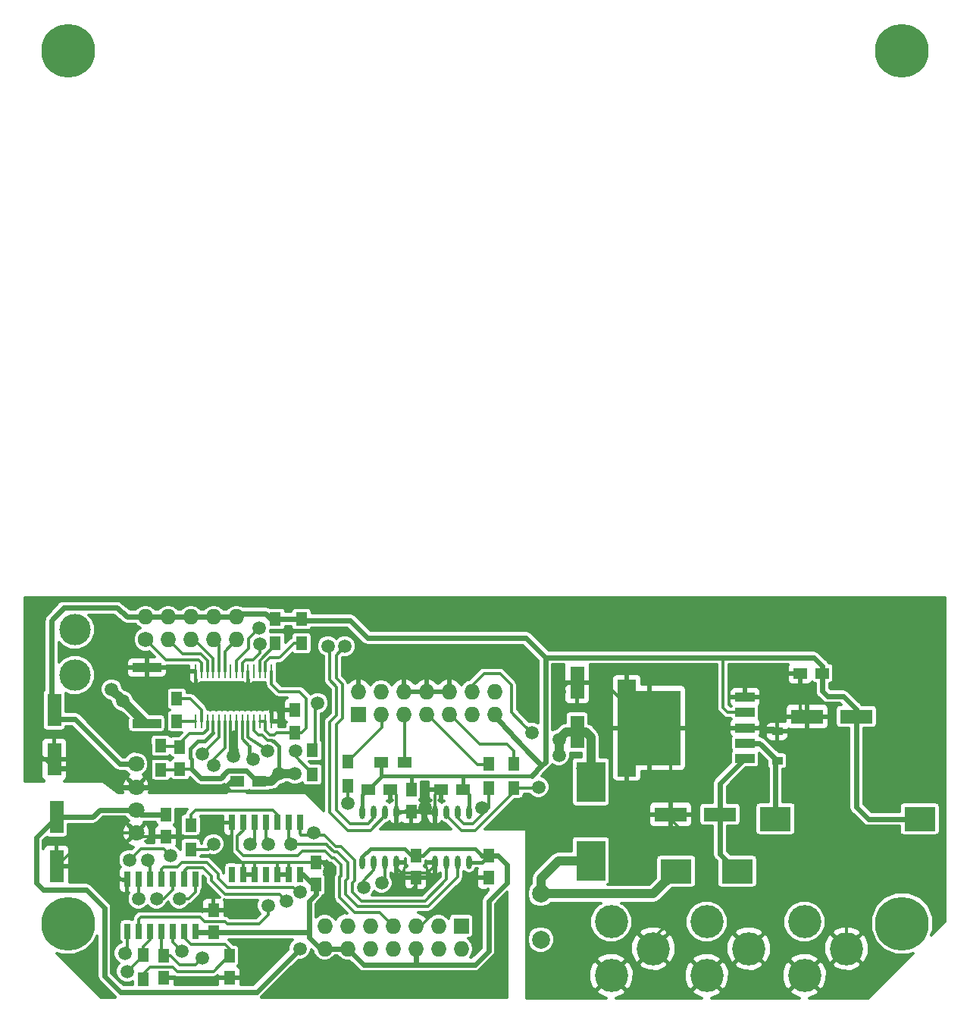
<source format=gbr>
%TF.GenerationSoftware,KiCad,Pcbnew,4.0.0-rc1-stable*%
%TF.CreationDate,2016-04-11T23:19:56+02:00*%
%TF.JobID,MOTOR_DRIVER,4D4F544F525F4452495645522E6B6963,rev?*%
%TF.FileFunction,Copper,L1,Top,Signal*%
%FSLAX46Y46*%
G04 Gerber Fmt 4.6, Leading zero omitted, Abs format (unit mm)*
G04 Created by KiCad (PCBNEW 4.0.0-rc1-stable) date 11.4.2016 23:19:56*
%MOMM*%
G01*
G04 APERTURE LIST*
%ADD10C,0.100000*%
%ADD11R,3.599180X1.600200*%
%ADD12R,1.600200X3.599180*%
%ADD13C,2.000000*%
%ADD14R,3.500000X2.700000*%
%ADD15R,0.250000X1.550000*%
%ADD16R,5.180000X3.100000*%
%ADD17R,6.990000X8.330000*%
%ADD18R,2.000000X10.800000*%
%ADD19R,2.160000X1.070000*%
%ADD20O,0.609600X1.473200*%
%ADD21C,1.800000*%
%ADD22R,0.635000X1.700000*%
%ADD23C,6.000000*%
%ADD24C,2.500000*%
%ADD25C,3.500000*%
%ADD26R,1.727200X1.727200*%
%ADD27O,1.727200X1.727200*%
%ADD28R,1.250000X1.500000*%
%ADD29R,1.500000X1.250000*%
%ADD30R,3.500120X2.700020*%
%ADD31R,3.299460X4.500880*%
%ADD32R,3.299460X4.498340*%
%ADD33R,1.220000X0.910000*%
%ADD34R,1.300000X1.500000*%
%ADD35R,1.500000X1.300000*%
%ADD36C,3.700000*%
%ADD37C,1.727200*%
%ADD38R,3.200000X1.000000*%
%ADD39C,1.500000*%
%ADD40C,0.600000*%
%ADD41C,0.304800*%
%ADD42C,1.000000*%
%ADD43C,0.450000*%
%ADD44C,0.350000*%
G04 APERTURE END LIST*
D10*
D11*
X151594820Y-141478000D03*
X146093180Y-141478000D03*
X166834820Y-130556000D03*
X161333180Y-130556000D03*
D12*
X77216000Y-129837180D03*
X77216000Y-135338820D03*
X77470000Y-141775180D03*
X77470000Y-147276820D03*
D13*
X131572000Y-155458000D03*
X131572000Y-150358000D03*
D14*
X157812000Y-141986000D03*
X173912000Y-141986000D03*
D15*
X93681600Y-131095400D03*
X94331600Y-131095400D03*
X94981600Y-131095400D03*
X95631600Y-131095400D03*
X96281600Y-131095400D03*
X96931600Y-131095400D03*
X97581600Y-131095400D03*
X98231600Y-131095400D03*
X98881600Y-131095400D03*
X99531600Y-131095400D03*
X100181600Y-131095400D03*
X100831600Y-131095400D03*
X101481600Y-131095400D03*
X101481600Y-125495400D03*
X100831600Y-125495400D03*
X100181600Y-125495400D03*
X99531600Y-125495400D03*
X98881600Y-125495400D03*
X98231600Y-125495400D03*
X97581600Y-125495400D03*
X96931600Y-125495400D03*
X96281600Y-125495400D03*
X95631600Y-125495400D03*
X94981600Y-125495400D03*
X94331600Y-125495400D03*
X93681600Y-125495400D03*
X93031600Y-125495400D03*
X93031600Y-131095400D03*
D16*
X97256600Y-128295400D03*
D17*
X143730000Y-131826000D03*
D18*
X141190000Y-131826000D03*
D19*
X154405000Y-128426000D03*
X154405000Y-130126000D03*
X154405000Y-131826000D03*
X154405000Y-133526000D03*
X154405000Y-135226000D03*
D20*
X111633000Y-146812000D03*
X112903000Y-146812000D03*
X114173000Y-146812000D03*
X115443000Y-146812000D03*
X115443000Y-141224000D03*
X114173000Y-141224000D03*
X112903000Y-141224000D03*
X111633000Y-141224000D03*
X123571000Y-141224000D03*
X122301000Y-141224000D03*
X121031000Y-141224000D03*
X119761000Y-141224000D03*
X119761000Y-146812000D03*
X121031000Y-146812000D03*
X122301000Y-146812000D03*
X123571000Y-146812000D03*
D21*
X86360000Y-135870000D03*
X86360000Y-138430000D03*
X86360000Y-140970000D03*
X86360000Y-143530000D03*
D22*
X92964000Y-148751000D03*
X91694000Y-148751000D03*
X90424000Y-148751000D03*
X89154000Y-148751000D03*
X87884000Y-148751000D03*
X86614000Y-148751000D03*
X85344000Y-148751000D03*
X85344000Y-154525000D03*
X86614000Y-154525000D03*
X87884000Y-154525000D03*
X89154000Y-154525000D03*
X90424000Y-154525000D03*
X91694000Y-154525000D03*
X92964000Y-154525000D03*
X104648000Y-142401000D03*
X103378000Y-142401000D03*
X102108000Y-142401000D03*
X100838000Y-142401000D03*
X99568000Y-142401000D03*
X98298000Y-142401000D03*
X97028000Y-142401000D03*
X97028000Y-148175000D03*
X98298000Y-148175000D03*
X99568000Y-148175000D03*
X100838000Y-148175000D03*
X102108000Y-148175000D03*
X103378000Y-148175000D03*
X104648000Y-148175000D03*
D23*
X78740000Y-153680000D03*
X171940000Y-153680000D03*
X171940000Y-56280000D03*
X78740000Y-56280000D03*
D24*
X95732600Y-128295400D03*
X98780600Y-128295400D03*
D25*
X79527400Y-120853200D03*
X79527400Y-125933200D03*
D26*
X111201200Y-130302000D03*
D27*
X111201200Y-127762000D03*
X113741200Y-130302000D03*
X113741200Y-127762000D03*
X116281200Y-130302000D03*
X116281200Y-127762000D03*
X118821200Y-130302000D03*
X118821200Y-127762000D03*
X121361200Y-130302000D03*
X121361200Y-127762000D03*
X123901200Y-130302000D03*
X123901200Y-127762000D03*
X126441200Y-130302000D03*
X126441200Y-127762000D03*
D28*
X90906600Y-131069400D03*
X90906600Y-128569400D03*
X91262200Y-133954200D03*
X91262200Y-136454200D03*
X117602000Y-146070000D03*
X117602000Y-148570000D03*
D29*
X112288000Y-138684000D03*
X114788000Y-138684000D03*
D28*
X125730000Y-148570000D03*
X125730000Y-146070000D03*
D29*
X120416000Y-138684000D03*
X122916000Y-138684000D03*
D28*
X89408000Y-157246000D03*
X89408000Y-159746000D03*
X96774000Y-157246000D03*
X96774000Y-159746000D03*
X94996000Y-154666000D03*
X94996000Y-152166000D03*
X106426000Y-149332000D03*
X106426000Y-146832000D03*
D29*
X100157600Y-137820400D03*
X97657600Y-137820400D03*
D12*
X135636000Y-132290820D03*
X135636000Y-126789180D03*
D28*
X117094000Y-138704000D03*
X117094000Y-141204000D03*
D29*
X163048000Y-125730000D03*
X160548000Y-125730000D03*
D28*
X89662000Y-141498000D03*
X89662000Y-143998000D03*
D30*
X153515060Y-147828000D03*
X146712940Y-147828000D03*
D31*
X137160000Y-137840720D03*
D32*
X137160000Y-146639280D03*
D33*
X157988000Y-135493000D03*
X157988000Y-132223000D03*
D34*
X89128600Y-133803400D03*
X89128600Y-136503400D03*
X92456000Y-142668000D03*
X92456000Y-145368000D03*
X87122000Y-157146000D03*
X87122000Y-159846000D03*
X109982000Y-138256000D03*
X109982000Y-135556000D03*
X106070400Y-137036800D03*
X106070400Y-134336800D03*
D35*
X113712000Y-135636000D03*
X116412000Y-135636000D03*
D34*
X125730000Y-138510000D03*
X125730000Y-135810000D03*
X128524000Y-138510000D03*
X128524000Y-135810000D03*
D28*
X104114600Y-129839400D03*
X104114600Y-132339400D03*
D26*
X122682000Y-153924000D03*
D27*
X122682000Y-156464000D03*
X120142000Y-153924000D03*
X120142000Y-156464000D03*
X117602000Y-153924000D03*
X117602000Y-156464000D03*
X115062000Y-153924000D03*
X115062000Y-156464000D03*
X112522000Y-153924000D03*
X112522000Y-156464000D03*
X109982000Y-153924000D03*
X109982000Y-156464000D03*
X107442000Y-153924000D03*
X107442000Y-156464000D03*
D36*
X144146000Y-156464000D03*
X139446000Y-153464000D03*
X139446000Y-159464000D03*
X154814000Y-156464000D03*
X150114000Y-153464000D03*
X150114000Y-159464000D03*
X165736000Y-156464000D03*
X161036000Y-153464000D03*
X161036000Y-159464000D03*
D37*
X87426800Y-121970800D03*
D27*
X87426800Y-119430800D03*
X89966800Y-121970800D03*
X89966800Y-119430800D03*
X92506800Y-121970800D03*
X92506800Y-119430800D03*
X95046800Y-121970800D03*
X95046800Y-119430800D03*
X97586800Y-121970800D03*
X97586800Y-119430800D03*
D34*
X104825800Y-119681000D03*
X104825800Y-122381000D03*
X101930200Y-119681000D03*
X101930200Y-122381000D03*
D38*
X87553800Y-131319200D03*
X87553800Y-125119200D03*
D39*
X81026000Y-158242000D03*
X125222000Y-160528000D03*
X107950000Y-147828000D03*
X115824000Y-149860000D03*
X98806000Y-156210000D03*
X97536000Y-152400000D03*
X93726000Y-157480000D03*
X94996000Y-144780000D03*
X104648000Y-156464000D03*
X100177600Y-122504200D03*
X107797600Y-122682000D03*
X109677200Y-122707400D03*
X100152200Y-120675400D03*
X111760000Y-149606000D03*
X103124000Y-151130000D03*
X113792000Y-149098000D03*
X104648000Y-150114000D03*
X87630000Y-146558000D03*
X106172000Y-143510000D03*
X103632000Y-144780000D03*
X101092000Y-151638000D03*
X91440000Y-156718000D03*
X99060000Y-144780000D03*
X106654600Y-129057400D03*
X124968000Y-140716000D03*
X130556000Y-132334000D03*
X131318000Y-138430000D03*
X91186000Y-150876000D03*
X88646000Y-150876000D03*
X85090000Y-156972000D03*
X86614000Y-150876000D03*
X85598000Y-146558000D03*
X101092000Y-144780000D03*
X90170000Y-146050000D03*
X85344000Y-159004000D03*
X79273400Y-129286000D03*
X105206800Y-125806200D03*
X79806800Y-134721600D03*
X118618000Y-140716000D03*
X133604000Y-127762000D03*
X104190800Y-134442200D03*
X101041200Y-134442200D03*
X93726000Y-134747000D03*
X97231200Y-135026400D03*
X109982000Y-140208000D03*
X104114600Y-136931400D03*
X102336600Y-136931400D03*
X133604000Y-134874000D03*
X133604000Y-133096000D03*
X95072200Y-135991600D03*
X99415600Y-135305800D03*
X83642200Y-127533400D03*
X84836000Y-128778000D03*
D40*
X151594820Y-141478000D02*
X151594820Y-138036180D01*
X151594820Y-138036180D02*
X154405000Y-135226000D01*
X151594820Y-141478000D02*
X151594820Y-145907760D01*
X151594820Y-145907760D02*
X153515060Y-147828000D01*
D41*
X90906600Y-131069400D02*
X93005600Y-131069400D01*
X93005600Y-131069400D02*
X93031600Y-131095400D01*
X90906600Y-128569400D02*
X92450600Y-128569400D01*
X93681600Y-129800400D02*
X93681600Y-131095400D01*
X92450600Y-128569400D02*
X93681600Y-129800400D01*
X94331600Y-132007800D02*
X93878400Y-132461000D01*
X92329000Y-132461000D02*
X91414600Y-133375400D01*
X93878400Y-132461000D02*
X92329000Y-132461000D01*
X91414600Y-133375400D02*
X91414600Y-133903400D01*
X94331600Y-131095400D02*
X94331600Y-132007800D01*
X91414600Y-133903400D02*
X89228600Y-133903400D01*
X106954000Y-146578000D02*
X107950000Y-147828000D01*
X117602000Y-148570000D02*
X117602000Y-149352000D01*
X117602000Y-149352000D02*
X117094000Y-149860000D01*
X117094000Y-149860000D02*
X115824000Y-149860000D01*
X96774000Y-159746000D02*
X98064000Y-159746000D01*
X98806000Y-159004000D02*
X98806000Y-156210000D01*
X98064000Y-159746000D02*
X98806000Y-159004000D01*
X86126000Y-152166000D02*
X85344000Y-151384000D01*
X84328000Y-147735000D02*
X84328000Y-148336000D01*
X85334000Y-144536000D02*
X84328000Y-145542000D01*
X84328000Y-145542000D02*
X84328000Y-147735000D01*
X84328000Y-148336000D02*
X84836000Y-148844000D01*
X85251000Y-148844000D02*
X84836000Y-148844000D01*
X85334000Y-144536000D02*
X85354000Y-144536000D01*
X85251000Y-148844000D02*
X85344000Y-148751000D01*
X89662000Y-143998000D02*
X93238000Y-143998000D01*
X95343000Y-142401000D02*
X97028000Y-142401000D01*
X93726000Y-144018000D02*
X95343000Y-142401000D01*
X93258000Y-144018000D02*
X93726000Y-144018000D01*
X93238000Y-143998000D02*
X93258000Y-144018000D01*
X96774000Y-159746000D02*
X93726000Y-159746000D01*
X93726000Y-159746000D02*
X91694000Y-159746000D01*
X91694000Y-159746000D02*
X89408000Y-159746000D01*
X97028000Y-145034000D02*
X97028000Y-146304000D01*
X97028000Y-144018000D02*
X97028000Y-145034000D01*
X97536000Y-146812000D02*
X98298000Y-146812000D01*
X97028000Y-146304000D02*
X97536000Y-146812000D01*
X97302000Y-152166000D02*
X95504000Y-152166000D01*
X97302000Y-152166000D02*
X97536000Y-152400000D01*
X103378000Y-148175000D02*
X103378000Y-146812000D01*
X102108000Y-148175000D02*
X102108000Y-146812000D01*
X99568000Y-148175000D02*
X99568000Y-146812000D01*
X98298000Y-148175000D02*
X98298000Y-146812000D01*
X98298000Y-146812000D02*
X99568000Y-146812000D01*
X99568000Y-146812000D02*
X102108000Y-146812000D01*
X102108000Y-146812000D02*
X103378000Y-146812000D01*
X103378000Y-146812000D02*
X106192000Y-146812000D01*
X106192000Y-146812000D02*
X106426000Y-146578000D01*
X125730000Y-148570000D02*
X123464000Y-148570000D01*
X123464000Y-148570000D02*
X118110000Y-153924000D01*
X118110000Y-153924000D02*
X117602000Y-153924000D01*
X106426000Y-146578000D02*
X106954000Y-146578000D01*
X115443000Y-146812000D02*
X115443000Y-147447000D01*
X115443000Y-147447000D02*
X116058000Y-148062000D01*
X116058000Y-148062000D02*
X117602000Y-148062000D01*
X119761000Y-146812000D02*
X119761000Y-147193000D01*
X119761000Y-147193000D02*
X118892000Y-148062000D01*
X118892000Y-148062000D02*
X117602000Y-148062000D01*
X85344000Y-144546000D02*
X85354000Y-144536000D01*
X85354000Y-144536000D02*
X86360000Y-143530000D01*
X97028000Y-143998000D02*
X97028000Y-144018000D01*
X89662000Y-143998000D02*
X86828000Y-143998000D01*
X86828000Y-143998000D02*
X86360000Y-143530000D01*
X86360000Y-143530000D02*
X81216820Y-143530000D01*
X81216820Y-143530000D02*
X77470000Y-147276820D01*
X95504000Y-152166000D02*
X86126000Y-152166000D01*
X85344000Y-151384000D02*
X85344000Y-148751000D01*
X97028000Y-144018000D02*
X97028000Y-142401000D01*
X89408000Y-157246000D02*
X90190000Y-157246000D01*
X92964000Y-158242000D02*
X93726000Y-157480000D01*
X91186000Y-158242000D02*
X92964000Y-158242000D01*
X90190000Y-157246000D02*
X91186000Y-158242000D01*
X94408000Y-145368000D02*
X92456000Y-145368000D01*
X94996000Y-144780000D02*
X94408000Y-145368000D01*
X89154000Y-154525000D02*
X89154000Y-156992000D01*
X89154000Y-156992000D02*
X89408000Y-157246000D01*
X87122000Y-159258000D02*
X87884000Y-158496000D01*
X87884000Y-158496000D02*
X90424000Y-158496000D01*
X87122000Y-159846000D02*
X87122000Y-159258000D01*
X91694000Y-154525000D02*
X91694000Y-155194000D01*
X91694000Y-155194000D02*
X92456000Y-155956000D01*
X92456000Y-155956000D02*
X93218000Y-155956000D01*
X93218000Y-155956000D02*
X96266000Y-155956000D01*
X96774000Y-156464000D02*
X96774000Y-157246000D01*
X96266000Y-155956000D02*
X96774000Y-156464000D01*
X90424000Y-158496000D02*
X90932000Y-159004000D01*
X94996000Y-159004000D02*
X96754000Y-157246000D01*
X90932000Y-159004000D02*
X94996000Y-159004000D01*
X96754000Y-157246000D02*
X96774000Y-157246000D01*
X90424000Y-158496000D02*
X90444000Y-158496000D01*
D40*
X76454000Y-149860000D02*
X75946000Y-149860000D01*
X75184000Y-149098000D02*
X75184000Y-148590000D01*
X75946000Y-149860000D02*
X75184000Y-149098000D01*
X90424000Y-161290000D02*
X84582000Y-161290000D01*
X104648000Y-156464000D02*
X99822000Y-161290000D01*
X99822000Y-161290000D02*
X90424000Y-161290000D01*
X82804000Y-151892000D02*
X80772000Y-149860000D01*
X80772000Y-149860000D02*
X76454000Y-149860000D01*
X75184000Y-148590000D02*
X75184000Y-144061180D01*
X75184000Y-144061180D02*
X77470000Y-141775180D01*
X82804000Y-159512000D02*
X82804000Y-151892000D01*
X84582000Y-161290000D02*
X82804000Y-159512000D01*
X89662000Y-141498000D02*
X86888000Y-141498000D01*
X86888000Y-141498000D02*
X86360000Y-140970000D01*
X77470000Y-141775180D02*
X81490820Y-141775180D01*
X81490820Y-141775180D02*
X82296000Y-140970000D01*
X82296000Y-140970000D02*
X86360000Y-140970000D01*
D42*
X137160000Y-146639280D02*
X133522720Y-146639280D01*
X131572000Y-148590000D02*
X131572000Y-150358000D01*
X133522720Y-146639280D02*
X131572000Y-148590000D01*
X131572000Y-150358000D02*
X144182940Y-150358000D01*
X144182940Y-150358000D02*
X146712940Y-147828000D01*
D41*
X107950000Y-131191000D02*
X108000798Y-131191000D01*
X108762800Y-127279400D02*
X107950000Y-126466600D01*
X108762800Y-130428998D02*
X108762800Y-127279400D01*
X108000798Y-131191000D02*
X108762800Y-130428998D01*
X107950000Y-126466600D02*
X107950000Y-122834400D01*
X98231600Y-124551800D02*
X98577400Y-124206000D01*
X98577400Y-124206000D02*
X99418584Y-124206000D01*
X99418584Y-124206000D02*
X100177600Y-123446984D01*
X100177600Y-123446984D02*
X100177600Y-122504200D01*
X98231600Y-125495400D02*
X98231600Y-124551800D01*
X107950000Y-138938000D02*
X107950000Y-141224000D01*
X107950000Y-132181602D02*
X107950000Y-131191000D01*
X107950000Y-141224000D02*
X109982000Y-143256000D01*
X109982000Y-143256000D02*
X112522000Y-143256000D01*
X112522000Y-143256000D02*
X114173000Y-141605000D01*
X107950000Y-132181602D02*
X107950000Y-138938000D01*
X107950000Y-122834400D02*
X107797600Y-122682000D01*
X114173000Y-141605000D02*
X114173000Y-141224000D01*
X108712000Y-131800600D02*
X108712000Y-131470400D01*
X109397800Y-126949200D02*
X108712000Y-126263400D01*
X109397800Y-130784600D02*
X109397800Y-126949200D01*
X108712000Y-131470400D02*
X109397800Y-130784600D01*
X108712000Y-126263400D02*
X108712000Y-123774200D01*
X108712000Y-123774200D02*
X109677200Y-122707400D01*
X97581600Y-125495400D02*
X97581600Y-124338200D01*
X97581600Y-124338200D02*
X98958400Y-122961400D01*
X98958400Y-122961400D02*
X98958400Y-121869200D01*
X98958400Y-121869200D02*
X100152200Y-120675400D01*
X108712000Y-131826000D02*
X108712000Y-131800600D01*
X108712000Y-138938000D02*
X108712000Y-140970000D01*
X108712000Y-131826000D02*
X108712000Y-138938000D01*
X112268000Y-142494000D02*
X112903000Y-141859000D01*
X110236000Y-142494000D02*
X112268000Y-142494000D01*
X108712000Y-140970000D02*
X110236000Y-142494000D01*
X112903000Y-141859000D02*
X112903000Y-141224000D01*
X112903000Y-141859000D02*
X112903000Y-141224000D01*
X112903000Y-146812000D02*
X112903000Y-147701000D01*
X94742000Y-148844000D02*
X94742000Y-148336000D01*
X94742000Y-148336000D02*
X93827602Y-147421602D01*
X93827602Y-147421602D02*
X92100398Y-147421602D01*
X92100398Y-147421602D02*
X91694000Y-147828000D01*
X91694000Y-147828000D02*
X91694000Y-148751000D01*
X103124000Y-151130000D02*
X102362000Y-150368000D01*
X102362000Y-150368000D02*
X96266000Y-150368000D01*
X96266000Y-150368000D02*
X95758000Y-149860000D01*
X95758000Y-149860000D02*
X94742000Y-148844000D01*
X111760000Y-148844000D02*
X111760000Y-149606000D01*
X112903000Y-147701000D02*
X111760000Y-148844000D01*
X112903000Y-146812000D02*
X112903000Y-147447000D01*
X93726000Y-146812000D02*
X91440000Y-146812000D01*
X96520000Y-149606000D02*
X95504000Y-148590000D01*
X104648000Y-150114000D02*
X104394000Y-150114000D01*
X114173000Y-148463000D02*
X113792000Y-149098000D01*
X114173000Y-146812000D02*
X114173000Y-148463000D01*
X103886000Y-149606000D02*
X96520000Y-149606000D01*
X104394000Y-150114000D02*
X103886000Y-149606000D01*
X94234000Y-146812000D02*
X93726000Y-146812000D01*
X95504000Y-148082000D02*
X94234000Y-146812000D01*
X95504000Y-148590000D02*
X95504000Y-148082000D01*
X89154000Y-147574000D02*
X89154000Y-148751000D01*
X89408000Y-147320000D02*
X89154000Y-147574000D01*
X90932000Y-147320000D02*
X89408000Y-147320000D01*
X91440000Y-146812000D02*
X90932000Y-147320000D01*
X104749602Y-143764000D02*
X105918000Y-143764000D01*
X104648000Y-143662398D02*
X104749602Y-143764000D01*
X104648000Y-142401000D02*
X104648000Y-143662398D01*
X105918000Y-143764000D02*
X106172000Y-143510000D01*
X107415108Y-143790892D02*
X106452892Y-143790892D01*
X106452892Y-143790892D02*
X106172000Y-143510000D01*
X87884000Y-148751000D02*
X87884000Y-146812000D01*
X87884000Y-146812000D02*
X87630000Y-146558000D01*
X106172000Y-143510000D02*
X106172000Y-144018000D01*
X121031000Y-148717000D02*
X118618000Y-151130000D01*
X118618000Y-151130000D02*
X111506000Y-151130000D01*
X111506000Y-151130000D02*
X110490000Y-150114000D01*
X110490000Y-150114000D02*
X110490000Y-149098000D01*
X110490000Y-149098000D02*
X110744000Y-148844000D01*
X121031000Y-148717000D02*
X121031000Y-146812000D01*
X110744000Y-146558000D02*
X110744000Y-148844000D01*
X109220000Y-145034000D02*
X110744000Y-146558000D01*
X108658216Y-145034000D02*
X109220000Y-145034000D01*
X107388216Y-143764000D02*
X107415108Y-143790892D01*
X107415108Y-143790892D02*
X108658216Y-145034000D01*
X107619054Y-144856946D02*
X103708946Y-144856946D01*
X103708946Y-144856946D02*
X103632000Y-144780000D01*
X109728000Y-148844000D02*
X109728000Y-150368000D01*
X109982000Y-148336000D02*
X109982000Y-148590000D01*
X109982000Y-148590000D02*
X109728000Y-148844000D01*
X103378000Y-142401000D02*
X103378000Y-144526000D01*
X103378000Y-144526000D02*
X103632000Y-144780000D01*
X103886000Y-144526000D02*
X103632000Y-144780000D01*
X103632000Y-144780000D02*
X103886000Y-144526000D01*
X86614000Y-153162000D02*
X86868000Y-152908000D01*
X86868000Y-152908000D02*
X93472000Y-152908000D01*
X93472000Y-152908000D02*
X93980000Y-153416000D01*
X93980000Y-153416000D02*
X96266000Y-153416000D01*
X96266000Y-153416000D02*
X96520000Y-153670000D01*
X96520000Y-153670000D02*
X99060000Y-153670000D01*
X86614000Y-154525000D02*
X86614000Y-153162000D01*
X100076000Y-153670000D02*
X99060000Y-153670000D01*
X101092000Y-152654000D02*
X100076000Y-153670000D01*
X101092000Y-151638000D02*
X101092000Y-152654000D01*
X107696000Y-144933892D02*
X107746054Y-144983946D01*
X108456506Y-145694398D02*
X107746054Y-144983946D01*
X109982000Y-147066000D02*
X109982000Y-146812000D01*
X111099602Y-151739602D02*
X109728000Y-150368000D01*
X122301000Y-148463000D02*
X122301000Y-146812000D01*
X119024398Y-151739602D02*
X115570000Y-151739602D01*
X122301000Y-148463000D02*
X119024398Y-151739602D01*
X115570000Y-151739602D02*
X111099602Y-151739602D01*
X109982000Y-148336000D02*
X109982000Y-147066000D01*
X108864398Y-145694398D02*
X108458000Y-145694398D01*
X109982000Y-146812000D02*
X108864398Y-145694398D01*
X108458000Y-145694398D02*
X108456506Y-145694398D01*
X90424000Y-155702000D02*
X91440000Y-156718000D01*
X99568000Y-142401000D02*
X99568000Y-144272000D01*
X99060000Y-144780000D02*
X99568000Y-144272000D01*
X90424000Y-155702000D02*
X90424000Y-154525000D01*
X106654600Y-129311400D02*
X106654600Y-129057400D01*
X106400600Y-129565400D02*
X106654600Y-129311400D01*
X106400600Y-134565400D02*
X106400600Y-129565400D01*
X113792000Y-131238000D02*
X113792000Y-131746000D01*
X113792000Y-130302000D02*
X113792000Y-131238000D01*
X113792000Y-131746000D02*
X109982000Y-135556000D01*
X116332000Y-130302000D02*
X116332000Y-135556000D01*
X116332000Y-135556000D02*
X116412000Y-135636000D01*
X118872000Y-130302000D02*
X124460000Y-135890000D01*
X124460000Y-135890000D02*
X125650000Y-135890000D01*
X125650000Y-135890000D02*
X125730000Y-135810000D01*
X121412000Y-130302000D02*
X124714000Y-133604000D01*
X128524000Y-134366000D02*
X128524000Y-135810000D01*
X127762000Y-133604000D02*
X128524000Y-134366000D01*
X124714000Y-133604000D02*
X127762000Y-133604000D01*
X125730000Y-140716000D02*
X124968000Y-140716000D01*
X125730000Y-138510000D02*
X125730000Y-139954000D01*
X122301000Y-141224000D02*
X122301000Y-141859000D01*
X122301000Y-141859000D02*
X122936000Y-142494000D01*
X122936000Y-142494000D02*
X123952000Y-142494000D01*
X123952000Y-142494000D02*
X125730000Y-140716000D01*
X125730000Y-140716000D02*
X125730000Y-138510000D01*
X128524000Y-138510000D02*
X131238000Y-138510000D01*
X131238000Y-138510000D02*
X131318000Y-138430000D01*
X130556000Y-132334000D02*
X129766993Y-131598082D01*
X125222000Y-125730000D02*
X123952000Y-127000000D01*
X127000000Y-125730000D02*
X125222000Y-125730000D01*
X128270000Y-127000000D02*
X127000000Y-125730000D01*
X128270000Y-130048000D02*
X128270000Y-127000000D01*
X129766993Y-131598082D02*
X128270000Y-130048000D01*
X130556000Y-132334000D02*
X130302000Y-132334000D01*
X123952000Y-127000000D02*
X123952000Y-127762000D01*
X121031000Y-141224000D02*
X121031000Y-141605000D01*
X121031000Y-141605000D02*
X122682000Y-143256000D01*
X122682000Y-143256000D02*
X124206000Y-143256000D01*
X124206000Y-143256000D02*
X128524000Y-138938000D01*
X128524000Y-138938000D02*
X128524000Y-138510000D01*
X91186000Y-150876000D02*
X92202000Y-150876000D01*
X92964000Y-150114000D02*
X92964000Y-148751000D01*
X92202000Y-150876000D02*
X92964000Y-150114000D01*
X92964000Y-148751000D02*
X92964000Y-149352000D01*
X88646000Y-150876000D02*
X89408000Y-150876000D01*
X89408000Y-150876000D02*
X90424000Y-149860000D01*
X90424000Y-148751000D02*
X90424000Y-149860000D01*
X85344000Y-156718000D02*
X85344000Y-154525000D01*
X85090000Y-156972000D02*
X85344000Y-156718000D01*
X86614000Y-148751000D02*
X86614000Y-150876000D01*
X102108000Y-142401000D02*
X102108000Y-141478000D01*
X92456000Y-141478000D02*
X92456000Y-142668000D01*
X92964000Y-140970000D02*
X92456000Y-141478000D01*
X101600000Y-140970000D02*
X92964000Y-140970000D01*
X102108000Y-141478000D02*
X101600000Y-140970000D01*
X85598000Y-146558000D02*
X86868000Y-145288000D01*
X100838000Y-144526000D02*
X101092000Y-144780000D01*
X100838000Y-142401000D02*
X100838000Y-144526000D01*
X85344000Y-159004000D02*
X87122000Y-157226000D01*
X89408000Y-145288000D02*
X90170000Y-146050000D01*
X86868000Y-145288000D02*
X89408000Y-145288000D01*
X87122000Y-157146000D02*
X87122000Y-157226000D01*
X87884000Y-154525000D02*
X87884000Y-155448000D01*
X87122000Y-156210000D02*
X87122000Y-157146000D01*
X87884000Y-155448000D02*
X87122000Y-156210000D01*
D43*
X123571000Y-146812000D02*
X124988000Y-146812000D01*
X124333000Y-145415000D02*
X124988000Y-146070000D01*
D40*
X124988000Y-146070000D02*
X125730000Y-146070000D01*
D43*
X117602000Y-146070000D02*
X117114000Y-146070000D01*
X117114000Y-146070000D02*
X116332000Y-145288000D01*
X112522000Y-145288000D02*
X111633000Y-146177000D01*
X116332000Y-145288000D02*
X112522000Y-145288000D01*
X111633000Y-146177000D02*
X111633000Y-146812000D01*
X119126000Y-145288000D02*
X118364000Y-146050000D01*
X124460000Y-145542000D02*
X124333000Y-145415000D01*
X124333000Y-145415000D02*
X124206000Y-145288000D01*
X124206000Y-145288000D02*
X119126000Y-145288000D01*
X124460000Y-145562000D02*
X124460000Y-145542000D01*
X118364000Y-146050000D02*
X117622000Y-146050000D01*
X117622000Y-146050000D02*
X117602000Y-146070000D01*
D40*
X117602000Y-158242000D02*
X124206000Y-158242000D01*
X124206000Y-158242000D02*
X124460000Y-157988000D01*
X117602000Y-158242000D02*
X117602000Y-156464000D01*
X127762000Y-149098000D02*
X127762000Y-147066000D01*
X127762000Y-147066000D02*
X126766000Y-146070000D01*
X125730000Y-146070000D02*
X126766000Y-146070000D01*
X124460000Y-157988000D02*
X125730000Y-156718000D01*
X125730000Y-156718000D02*
X125730000Y-151130000D01*
X125730000Y-151130000D02*
X127762000Y-149098000D01*
X105664000Y-151638000D02*
X105664000Y-151130000D01*
X105664000Y-154686000D02*
X105664000Y-151638000D01*
X106426000Y-150368000D02*
X106426000Y-149078000D01*
X105664000Y-151130000D02*
X106426000Y-150368000D01*
X116332000Y-158242000D02*
X117348000Y-158242000D01*
D43*
X124988000Y-146812000D02*
X125730000Y-146070000D01*
D41*
X124460000Y-145562000D02*
X124480000Y-145562000D01*
D40*
X106426000Y-149078000D02*
X105898000Y-149078000D01*
X105898000Y-149078000D02*
X104995000Y-148175000D01*
X104995000Y-148175000D02*
X104648000Y-148175000D01*
D41*
X106680000Y-149332000D02*
X106426000Y-149078000D01*
D40*
X95504000Y-154666000D02*
X105664000Y-154666000D01*
D41*
X105664000Y-154666000D02*
X105664000Y-154686000D01*
X107442000Y-156464000D02*
X106934000Y-156464000D01*
D40*
X106934000Y-156464000D02*
X105664000Y-155194000D01*
X105664000Y-155194000D02*
X105664000Y-154686000D01*
D41*
X117602000Y-156464000D02*
X117602000Y-156972000D01*
D40*
X116332000Y-158242000D02*
X111760000Y-158242000D01*
X111760000Y-158242000D02*
X109982000Y-156464000D01*
X107442000Y-156464000D02*
X109982000Y-156464000D01*
X95504000Y-154666000D02*
X93105000Y-154666000D01*
D41*
X93105000Y-154666000D02*
X92964000Y-154525000D01*
X104789000Y-148316000D02*
X104648000Y-148175000D01*
X96951800Y-138912600D02*
X96748600Y-138912600D01*
X96748600Y-138912600D02*
X96520000Y-138684000D01*
X96520000Y-138684000D02*
X96520000Y-138480800D01*
X87553800Y-125119200D02*
X82525800Y-125119200D01*
X82525800Y-125119200D02*
X82092800Y-125552200D01*
X82092800Y-125552200D02*
X82092800Y-129692400D01*
X82092800Y-129692400D02*
X82118200Y-129717800D01*
X105613200Y-139242800D02*
X105613200Y-139141200D01*
X105613200Y-139141200D02*
X105384600Y-138912600D01*
X105384600Y-138912600D02*
X96951800Y-138912600D01*
X96951800Y-138912600D02*
X96520000Y-138480800D01*
X96520000Y-138480800D02*
X96418400Y-138379200D01*
D40*
X97657600Y-137820400D02*
X96977200Y-137820400D01*
X96977200Y-137820400D02*
X96418400Y-138379200D01*
X96418400Y-138379200D02*
X87731600Y-138379200D01*
X87731600Y-138379200D02*
X87680800Y-138430000D01*
D41*
X82702400Y-129717800D02*
X82118200Y-129717800D01*
X82118200Y-129717800D02*
X79705200Y-129717800D01*
X79705200Y-129717800D02*
X79273400Y-129286000D01*
X107289600Y-130810000D02*
X107289600Y-130784600D01*
X105689400Y-125806200D02*
X105206800Y-125806200D01*
X107924600Y-128041400D02*
X105689400Y-125806200D01*
X107924600Y-130149600D02*
X107924600Y-128041400D01*
X107289600Y-130784600D02*
X107924600Y-130149600D01*
X106807000Y-139242800D02*
X106857798Y-139242800D01*
X105613200Y-139242800D02*
X106807000Y-139242800D01*
X107289600Y-138810998D02*
X107289600Y-130810000D01*
X107289600Y-130810000D02*
X107289600Y-130759200D01*
X106857798Y-139242800D02*
X107289600Y-138810998D01*
D43*
X87947500Y-138049000D02*
X87947500Y-133692900D01*
X85852000Y-132867400D02*
X82702400Y-129717800D01*
X87122000Y-132867400D02*
X85852000Y-132867400D01*
X87947500Y-133692900D02*
X87122000Y-132867400D01*
D41*
X165736000Y-156464000D02*
X165736000Y-151052800D01*
X165736000Y-151052800D02*
X169646600Y-147142200D01*
X113538000Y-118084600D02*
X113538000Y-118211600D01*
X113538000Y-118211600D02*
X115214400Y-119888000D01*
X115214400Y-119888000D02*
X165989000Y-119888000D01*
X165989000Y-119888000D02*
X176225200Y-130124200D01*
X176225200Y-130124200D02*
X176225200Y-144170400D01*
X176225200Y-144170400D02*
X173253400Y-147142200D01*
X173253400Y-147142200D02*
X169646600Y-147142200D01*
X75438000Y-127025400D02*
X75438000Y-119837200D01*
X113055400Y-117602000D02*
X113538000Y-118084600D01*
X77673200Y-117602000D02*
X113055400Y-117602000D01*
X75438000Y-119837200D02*
X77673200Y-117602000D01*
X161333180Y-138828780D02*
X161333180Y-130556000D01*
X169646600Y-147142200D02*
X161333180Y-138828780D01*
X79806800Y-134721600D02*
X79883000Y-134797800D01*
D40*
X79883000Y-134797800D02*
X79883000Y-136354820D01*
X86360000Y-138430000D02*
X87680800Y-138430000D01*
X88061800Y-138049000D02*
X87947500Y-138049000D01*
X87680800Y-138430000D02*
X88061800Y-138049000D01*
D41*
X118130000Y-141204000D02*
X118618000Y-140716000D01*
X118130000Y-141204000D02*
X117094000Y-141204000D01*
X104114600Y-129839400D02*
X101481600Y-129839400D01*
X101523800Y-129819400D02*
X101481600Y-129819400D01*
X101501600Y-129819400D02*
X101523800Y-129819400D01*
X101481600Y-129839400D02*
X101501600Y-129819400D01*
X101481600Y-131095400D02*
X101481600Y-129819400D01*
X101481600Y-129819400D02*
X101481600Y-129472400D01*
X101481600Y-129472400D02*
X100304600Y-128295400D01*
X100304600Y-128295400D02*
X97256600Y-128295400D01*
X98881600Y-125495400D02*
X98881600Y-126670400D01*
X98881600Y-126670400D02*
X97256600Y-128295400D01*
X93031600Y-125495400D02*
X93031600Y-126856200D01*
X93031600Y-126856200D02*
X92798900Y-127088900D01*
X97256600Y-128295400D02*
X94005400Y-128295400D01*
X90829200Y-125119200D02*
X87553800Y-125119200D01*
X92798900Y-127088900D02*
X90829200Y-125119200D01*
X94005400Y-128295400D02*
X92798900Y-127088900D01*
X77470000Y-136354820D02*
X77172820Y-136354820D01*
X77172820Y-136354820D02*
X75438000Y-134620000D01*
X75438000Y-134620000D02*
X75438000Y-127025400D01*
X75438000Y-127025400D02*
X75438000Y-127000000D01*
X134576820Y-126789180D02*
X135636000Y-126789180D01*
X133604000Y-127762000D02*
X134576820Y-126789180D01*
X146093180Y-141478000D02*
X146093180Y-142029180D01*
X146093180Y-142029180D02*
X149860000Y-145796000D01*
X149860000Y-149606000D02*
X144146000Y-155320000D01*
X149860000Y-145796000D02*
X149860000Y-149606000D01*
X144146000Y-155320000D02*
X144146000Y-156464000D01*
X98231600Y-129270400D02*
X97256600Y-128295400D01*
X96281600Y-129270400D02*
X97256600Y-128295400D01*
D40*
X77470000Y-136354820D02*
X79883000Y-136354820D01*
X79883000Y-136354820D02*
X81998820Y-136354820D01*
X84074000Y-138430000D02*
X86360000Y-138430000D01*
X81998820Y-136354820D02*
X84074000Y-138430000D01*
D41*
X117602000Y-141204000D02*
X119741000Y-141204000D01*
X119741000Y-141204000D02*
X119761000Y-141224000D01*
X117602000Y-141204000D02*
X115463000Y-141204000D01*
X115463000Y-141204000D02*
X115443000Y-141224000D01*
X119761000Y-141224000D02*
X119761000Y-139339000D01*
X119761000Y-139339000D02*
X120416000Y-138684000D01*
X115443000Y-141224000D02*
X115443000Y-139339000D01*
X115443000Y-139339000D02*
X114788000Y-138684000D01*
X135636000Y-126789180D02*
X138693180Y-126789180D01*
X138693180Y-126789180D02*
X143730000Y-131826000D01*
X146093180Y-141478000D02*
X146093180Y-134189180D01*
X146093180Y-134189180D02*
X143730000Y-131826000D01*
X161333180Y-130556000D02*
X157988000Y-130556000D01*
X154405000Y-131826000D02*
X157591000Y-131826000D01*
X157591000Y-131826000D02*
X157988000Y-132223000D01*
X154405000Y-131826000D02*
X143730000Y-131826000D01*
X160548000Y-125730000D02*
X160548000Y-129770820D01*
X160548000Y-129770820D02*
X161333180Y-130556000D01*
X154405000Y-128426000D02*
X156620000Y-128426000D01*
X156620000Y-128426000D02*
X157988000Y-129794000D01*
X157988000Y-129794000D02*
X157988000Y-130556000D01*
X157988000Y-130556000D02*
X157988000Y-132223000D01*
D40*
X112242600Y-121793000D02*
X129921000Y-121793000D01*
X129921000Y-121793000D02*
X132080000Y-123952000D01*
X105003600Y-119858800D02*
X110308400Y-119858800D01*
X112242600Y-121793000D02*
X110308400Y-119858800D01*
D41*
X105003600Y-119858800D02*
X104825800Y-119681000D01*
D40*
X101930200Y-119681000D02*
X104825800Y-119681000D01*
X97967800Y-119049800D02*
X100812600Y-119049800D01*
X100812600Y-119049800D02*
X101443800Y-119681000D01*
X97967800Y-119049800D02*
X97586800Y-119430800D01*
X95046800Y-119430800D02*
X97586800Y-119430800D01*
X92506800Y-119430800D02*
X95046800Y-119430800D01*
X89966800Y-119430800D02*
X92506800Y-119430800D01*
X87426800Y-119430800D02*
X89966800Y-119430800D01*
X80797400Y-118389400D02*
X84201000Y-118389400D01*
X85394800Y-119430800D02*
X87426800Y-119430800D01*
X84201000Y-118389400D02*
X85394800Y-119430800D01*
D41*
X101930200Y-119681000D02*
X101443800Y-119681000D01*
D40*
X76911200Y-119858971D02*
X76911200Y-129887980D01*
X78282800Y-118389400D02*
X76911200Y-119858971D01*
D41*
X80848200Y-118389400D02*
X80797400Y-118389400D01*
D40*
X80797400Y-118389400D02*
X78282800Y-118389400D01*
D41*
X151892000Y-127000000D02*
X151892000Y-123952000D01*
X151892000Y-123952000D02*
X151892000Y-124206000D01*
X151892000Y-124206000D02*
X151892000Y-123952000D01*
X77470000Y-130853180D02*
X77470000Y-130048000D01*
D40*
X129286000Y-133604000D02*
X129918962Y-134242031D01*
X126492000Y-130556000D02*
X129286000Y-133604000D01*
X129918962Y-134242031D02*
X131638018Y-136029888D01*
D41*
X126492000Y-130302000D02*
X126492000Y-130556000D01*
D43*
X117094000Y-138704000D02*
X117094000Y-137160000D01*
D40*
X132080000Y-123952000D02*
X132080000Y-124714000D01*
X131638018Y-136029888D02*
X132080000Y-135636000D01*
X132080000Y-135636000D02*
X132080000Y-124714000D01*
D43*
X130556000Y-137160000D02*
X122936000Y-137160000D01*
D40*
X130556000Y-137160000D02*
X131638018Y-136029888D01*
X132080000Y-123952000D02*
X132842000Y-123952000D01*
X132842000Y-123952000D02*
X133350000Y-123952000D01*
X77470000Y-130853180D02*
X79545180Y-130853180D01*
X84562000Y-135870000D02*
X86360000Y-135870000D01*
X79545180Y-130853180D02*
X84562000Y-135870000D01*
D43*
X122916000Y-138684000D02*
X122916000Y-137160000D01*
D41*
X122916000Y-137160000D02*
X122936000Y-137160000D01*
D43*
X122174000Y-137160000D02*
X122936000Y-137160000D01*
D41*
X122428000Y-137160000D02*
X122174000Y-137160000D01*
D43*
X122174000Y-137160000D02*
X117602000Y-137160000D01*
X117602000Y-137160000D02*
X117094000Y-137160000D01*
X117094000Y-137160000D02*
X113712000Y-137160000D01*
X113712000Y-135636000D02*
X113712000Y-137160000D01*
D41*
X113712000Y-137160000D02*
X113712000Y-137260000D01*
D43*
X113712000Y-137260000D02*
X112288000Y-138684000D01*
D40*
X155194000Y-123952000D02*
X151892000Y-123952000D01*
X151892000Y-123952000D02*
X133350000Y-123952000D01*
D41*
X133350000Y-123952000D02*
X133096000Y-123952000D01*
D43*
X123571000Y-141224000D02*
X123571000Y-139339000D01*
D41*
X123571000Y-139339000D02*
X122916000Y-138684000D01*
D43*
X111633000Y-141224000D02*
X111633000Y-139339000D01*
X111633000Y-139339000D02*
X112288000Y-138684000D01*
D41*
X154405000Y-130126000D02*
X152478000Y-130126000D01*
D40*
X163048000Y-124948000D02*
X163048000Y-125730000D01*
X162052000Y-123952000D02*
X163048000Y-124948000D01*
D41*
X154940000Y-123952000D02*
X155194000Y-123952000D01*
D40*
X155194000Y-123952000D02*
X162052000Y-123952000D01*
D41*
X151892000Y-129540000D02*
X151892000Y-127000000D01*
X152478000Y-130126000D02*
X151892000Y-129540000D01*
D40*
X163048000Y-125730000D02*
X163048000Y-127742000D01*
D41*
X166834820Y-129750820D02*
X166834820Y-130556000D01*
D40*
X165354000Y-128270000D02*
X166834820Y-129750820D01*
X163576000Y-128270000D02*
X165354000Y-128270000D01*
X163048000Y-127742000D02*
X163576000Y-128270000D01*
X173912000Y-141986000D02*
X168148000Y-141986000D01*
X166834820Y-140672820D02*
X166834820Y-130556000D01*
X168148000Y-141986000D02*
X166834820Y-140672820D01*
X154405000Y-133526000D02*
X156021000Y-133526000D01*
X156021000Y-133526000D02*
X157988000Y-135493000D01*
X157812000Y-141986000D02*
X157812000Y-135669000D01*
D41*
X157812000Y-135669000D02*
X157988000Y-135493000D01*
X95631600Y-132359400D02*
X95631600Y-132841400D01*
X95631600Y-132841400D02*
X93726000Y-134747000D01*
X106400600Y-137265400D02*
X106400600Y-137261600D01*
X106400600Y-137261600D02*
X104190800Y-135001000D01*
X104190800Y-135001000D02*
X104190800Y-134442200D01*
X95631600Y-131095400D02*
X95631600Y-132359400D01*
X95631600Y-132359400D02*
X95631600Y-132432016D01*
X94194408Y-134278592D02*
X93726000Y-134747000D01*
X104190800Y-134442200D02*
X104618800Y-134442200D01*
X98881600Y-132868292D02*
X98881600Y-132360292D01*
X98881600Y-132868292D02*
X101041200Y-134342092D01*
X101041200Y-134342092D02*
X101041200Y-134442200D01*
X98881600Y-131095400D02*
X98881600Y-132360292D01*
X93726000Y-134747000D02*
X93726000Y-134493000D01*
X97581600Y-132105400D02*
X97581600Y-132517000D01*
X97581600Y-132517000D02*
X97434400Y-132664200D01*
X96931600Y-132288400D02*
X96931600Y-134726800D01*
X96931600Y-134726800D02*
X97231200Y-135026400D01*
D40*
X97231200Y-132461000D02*
X97434400Y-132664200D01*
X97434400Y-132664200D02*
X97434400Y-134823200D01*
X97434400Y-134823200D02*
X97231200Y-135026400D01*
X97231200Y-132435600D02*
X97231200Y-132461000D01*
X97231200Y-132461000D02*
X97231200Y-134010400D01*
X97231200Y-134010400D02*
X97459800Y-134239000D01*
X97459800Y-134239000D02*
X97459800Y-134797800D01*
X97459800Y-134797800D02*
X97231200Y-135026400D01*
X97459800Y-134239000D02*
X97231200Y-134239000D01*
X97231200Y-134239000D02*
X97231200Y-134721600D01*
X97231200Y-134721600D02*
X97231200Y-135026400D01*
X97231200Y-135026400D02*
X97205800Y-135051800D01*
X97231200Y-134721600D02*
X97205800Y-134747000D01*
X97231200Y-132410200D02*
X97231200Y-132435600D01*
D41*
X97581600Y-131095400D02*
X97581600Y-132105400D01*
X97581600Y-132105400D02*
X97581600Y-132364600D01*
X96931600Y-132288400D02*
X96931600Y-131095400D01*
X97053400Y-132410200D02*
X96931600Y-132288400D01*
X97536000Y-132410200D02*
X97231200Y-132410200D01*
X97231200Y-132410200D02*
X97053400Y-132410200D01*
X97581600Y-132364600D02*
X97536000Y-132410200D01*
X109982000Y-140208000D02*
X109982000Y-138256000D01*
X107442000Y-145542000D02*
X104902000Y-145542000D01*
X109093000Y-150368000D02*
X109093000Y-150749000D01*
X109093000Y-150749000D02*
X110744000Y-152400000D01*
X109093000Y-148463000D02*
X109093000Y-150368000D01*
X109093000Y-150368000D02*
X109093000Y-150495000D01*
X109220000Y-148082000D02*
X109220000Y-148336000D01*
X109220000Y-148336000D02*
X109093000Y-148463000D01*
X99060000Y-146050000D02*
X98298000Y-146050000D01*
X98298000Y-146050000D02*
X97637602Y-145389602D01*
X97637602Y-145389602D02*
X97637602Y-143916398D01*
X97637602Y-143916398D02*
X98298000Y-143256000D01*
X98298000Y-143256000D02*
X98298000Y-142401000D01*
X104394000Y-146050000D02*
X99060000Y-146050000D01*
X104902000Y-145542000D02*
X104394000Y-146050000D01*
X110744000Y-152400000D02*
X113538000Y-152400000D01*
X113538000Y-152400000D02*
X115062000Y-153924000D01*
X109220000Y-147066000D02*
X109220000Y-148082000D01*
X108458000Y-146304000D02*
X109220000Y-147066000D01*
X108204000Y-146304000D02*
X108458000Y-146304000D01*
X107442000Y-145542000D02*
X108204000Y-146304000D01*
D43*
X92583000Y-136423400D02*
X92583000Y-135331200D01*
X92583000Y-135331200D02*
X92430600Y-135178800D01*
X92430600Y-135178800D02*
X92430600Y-134112000D01*
X92430600Y-134112000D02*
X93218000Y-133324600D01*
X93218000Y-133324600D02*
X94030800Y-133324600D01*
X94030800Y-133324600D02*
X94945200Y-132410200D01*
D40*
X96012000Y-137210800D02*
X96012000Y-137245798D01*
X93633998Y-137474398D02*
X92583000Y-136423400D01*
X95783400Y-137474398D02*
X93633998Y-137474398D01*
X96012000Y-137245798D02*
X95783400Y-137474398D01*
D41*
X96012000Y-137210800D02*
X96078602Y-137144198D01*
D40*
X100157600Y-137820400D02*
X99898200Y-137820400D01*
X99898200Y-137820400D02*
X98653600Y-136575800D01*
X98653600Y-136575800D02*
X96647000Y-136575800D01*
X96647000Y-136575800D02*
X96078602Y-137144198D01*
X96078602Y-137144198D02*
X96062800Y-137144198D01*
D42*
X99827400Y-137795000D02*
X101473000Y-137795000D01*
X101473000Y-137795000D02*
X102336600Y-136931400D01*
D43*
X102336600Y-135890000D02*
X102336600Y-136931400D01*
X102336600Y-134035800D02*
X102336600Y-133908800D01*
X101723402Y-133295602D02*
X101647202Y-133295602D01*
X102336600Y-133908800D02*
X101723402Y-133295602D01*
D41*
X101904800Y-137363200D02*
X102336600Y-136931400D01*
X92583000Y-136423400D02*
X92216600Y-136423400D01*
X92216600Y-136423400D02*
X92196600Y-136403400D01*
X92506800Y-136347200D02*
X92583000Y-136423400D01*
X99745800Y-137363200D02*
X100132200Y-137363200D01*
X102285800Y-136982200D02*
X102285800Y-135940800D01*
X102336600Y-135890000D02*
X102285800Y-135940800D01*
D43*
X102336600Y-134035800D02*
X102336600Y-135890000D01*
D41*
X101574602Y-133223002D02*
X101647202Y-133295602D01*
X100431600Y-132613400D02*
X101041202Y-133223002D01*
X99996816Y-132613400D02*
X100304600Y-132613400D01*
X99996816Y-132613400D02*
X99491202Y-132107786D01*
X99491202Y-131095400D02*
X99491202Y-132107786D01*
X100304600Y-132613400D02*
X100431600Y-132613400D01*
X101041202Y-133223002D02*
X101574602Y-133223002D01*
X102336600Y-136931400D02*
X102082600Y-136931400D01*
D42*
X104114600Y-136931400D02*
X102336600Y-136931400D01*
D41*
X94981600Y-131095400D02*
X94981600Y-132219908D01*
X92506800Y-136347200D02*
X92450600Y-136403400D01*
X92196600Y-136403400D02*
X92450600Y-136403400D01*
X91414600Y-136403400D02*
X92196600Y-136403400D01*
D42*
X137160000Y-137840720D02*
X137160000Y-132842000D01*
X136608820Y-132290820D02*
X135636000Y-132290820D01*
X137160000Y-132842000D02*
X136608820Y-132290820D01*
X133604000Y-133096000D02*
X133604000Y-134874000D01*
X134366000Y-132290820D02*
X135636000Y-132290820D01*
X134366000Y-132290820D02*
X133604000Y-133096000D01*
D41*
X89128600Y-136503400D02*
X91314600Y-136503400D01*
X91314600Y-136503400D02*
X91414600Y-136403400D01*
X99491202Y-131095400D02*
X99531600Y-131095400D01*
X99531600Y-131095400D02*
X99531600Y-131994292D01*
X99542600Y-131106400D02*
X99531600Y-131095400D01*
X135636000Y-136316720D02*
X137160000Y-137840720D01*
X105384600Y-130073400D02*
X105384600Y-131851400D01*
X104896600Y-132339400D02*
X105384600Y-131851400D01*
X104114600Y-132339400D02*
X104896600Y-132339400D01*
X105384600Y-130073400D02*
X105384600Y-128549400D01*
X101481600Y-125495400D02*
X101481600Y-126932400D01*
X105384600Y-128549400D02*
X104622600Y-127787400D01*
X101481600Y-126932400D02*
X102336600Y-127787400D01*
X102336600Y-127787400D02*
X104622600Y-127787400D01*
X100831600Y-131095400D02*
X100831600Y-132124400D01*
X102102600Y-132339400D02*
X104114600Y-132339400D01*
X101828600Y-132613400D02*
X102102600Y-132339400D01*
X101320600Y-132613400D02*
X101828600Y-132613400D01*
X100831600Y-132124400D02*
X101320600Y-132613400D01*
X100181600Y-131095400D02*
X100831600Y-131095400D01*
X93345000Y-124256800D02*
X89712800Y-124256800D01*
X93681600Y-124593400D02*
X93345000Y-124256800D01*
X93681600Y-125495400D02*
X93681600Y-124593400D01*
X89712800Y-124256800D02*
X87426800Y-121970800D01*
X94331600Y-125495400D02*
X94331600Y-124354400D01*
X91592400Y-123596400D02*
X89966800Y-121970800D01*
X93573600Y-123596400D02*
X91592400Y-123596400D01*
X94331600Y-124354400D02*
X93573600Y-123596400D01*
X94981600Y-125495400D02*
X94981600Y-124090000D01*
X94981600Y-124090000D02*
X92862400Y-121970800D01*
X92862400Y-121970800D02*
X92506800Y-121970800D01*
X95631600Y-125495400D02*
X95631600Y-122555600D01*
X95631600Y-122555600D02*
X95046800Y-121970800D01*
X96281600Y-125495400D02*
X96281600Y-123276000D01*
X96281600Y-123276000D02*
X97586800Y-121970800D01*
X104825800Y-122381000D02*
X103987600Y-122381000D01*
X100831600Y-124517200D02*
X101320600Y-124028200D01*
X101320600Y-124028200D02*
X102340400Y-124028200D01*
X102340400Y-124028200D02*
X102492800Y-123875800D01*
X102492800Y-123875800D02*
X103987600Y-122381000D01*
X100831600Y-124517200D02*
X100831600Y-125495400D01*
X100181600Y-125495400D02*
X100181600Y-124305092D01*
X100181600Y-124305092D02*
X101930200Y-122556492D01*
X101930200Y-122556492D02*
X101930200Y-122381000D01*
X96281600Y-132613400D02*
X96281600Y-134096400D01*
X95072200Y-135305800D02*
X95072200Y-135991600D01*
X96281600Y-134096400D02*
X95072200Y-135305800D01*
D42*
X87553800Y-131319200D02*
X87453400Y-131319200D01*
X87453400Y-131319200D02*
X84836000Y-128778000D01*
D41*
X94945200Y-135864600D02*
X95072200Y-135991600D01*
X96281600Y-131095400D02*
X96281600Y-132613400D01*
X96281600Y-132613400D02*
X96281600Y-132644124D01*
D43*
X99034600Y-133883400D02*
X99034600Y-134924800D01*
D41*
X98231600Y-133080400D02*
X99034600Y-133883400D01*
X98231600Y-131095400D02*
X98231600Y-133080400D01*
X99034600Y-134924800D02*
X99415600Y-135305800D01*
X84836000Y-128778000D02*
X84836000Y-128752600D01*
D42*
X84836000Y-128752600D02*
X83642200Y-127533400D01*
D41*
X87553800Y-131319200D02*
X86716800Y-131319200D01*
D44*
G36*
X127841000Y-161877000D02*
X100399920Y-161877000D01*
X100405363Y-161873363D01*
X104539820Y-157738906D01*
X104900501Y-157739221D01*
X105369286Y-157545523D01*
X105728262Y-157187173D01*
X105922778Y-156718726D01*
X105922865Y-156619591D01*
X106090487Y-156787213D01*
X106131897Y-156995394D01*
X106432908Y-157445888D01*
X106883402Y-157746899D01*
X107414796Y-157852600D01*
X107469204Y-157852600D01*
X108000598Y-157746899D01*
X108451092Y-157445888D01*
X108555921Y-157289000D01*
X108868079Y-157289000D01*
X108972908Y-157445888D01*
X109423402Y-157746899D01*
X109954796Y-157852600D01*
X110009204Y-157852600D01*
X110171576Y-157820302D01*
X111176637Y-158825363D01*
X111444286Y-159004201D01*
X111760000Y-159067000D01*
X117348000Y-159067000D01*
X117475000Y-159041738D01*
X117602000Y-159067000D01*
X124206000Y-159067000D01*
X124521714Y-159004201D01*
X124789363Y-158825363D01*
X126313363Y-157301363D01*
X126492201Y-157033714D01*
X126555000Y-156718000D01*
X126555000Y-151471726D01*
X127841000Y-150185726D01*
X127841000Y-161877000D01*
X127841000Y-161877000D01*
G37*
X127841000Y-161877000D02*
X100399920Y-161877000D01*
X100405363Y-161873363D01*
X104539820Y-157738906D01*
X104900501Y-157739221D01*
X105369286Y-157545523D01*
X105728262Y-157187173D01*
X105922778Y-156718726D01*
X105922865Y-156619591D01*
X106090487Y-156787213D01*
X106131897Y-156995394D01*
X106432908Y-157445888D01*
X106883402Y-157746899D01*
X107414796Y-157852600D01*
X107469204Y-157852600D01*
X108000598Y-157746899D01*
X108451092Y-157445888D01*
X108555921Y-157289000D01*
X108868079Y-157289000D01*
X108972908Y-157445888D01*
X109423402Y-157746899D01*
X109954796Y-157852600D01*
X110009204Y-157852600D01*
X110171576Y-157820302D01*
X111176637Y-158825363D01*
X111444286Y-159004201D01*
X111760000Y-159067000D01*
X117348000Y-159067000D01*
X117475000Y-159041738D01*
X117602000Y-159067000D01*
X124206000Y-159067000D01*
X124521714Y-159004201D01*
X124789363Y-158825363D01*
X126313363Y-157301363D01*
X126492201Y-157033714D01*
X126555000Y-156718000D01*
X126555000Y-151471726D01*
X127841000Y-150185726D01*
X127841000Y-161877000D01*
G36*
X81979000Y-159512000D02*
X82041799Y-159827714D01*
X82220637Y-160095363D01*
X83998637Y-161873363D01*
X84004080Y-161877000D01*
X82423814Y-161877000D01*
X77477357Y-156972519D01*
X78035758Y-157204387D01*
X79438090Y-157205611D01*
X80734144Y-156670092D01*
X81726607Y-155679359D01*
X81979000Y-155071530D01*
X81979000Y-159512000D01*
X81979000Y-159512000D01*
G37*
X81979000Y-159512000D02*
X82041799Y-159827714D01*
X82220637Y-160095363D01*
X83998637Y-161873363D01*
X84004080Y-161877000D01*
X82423814Y-161877000D01*
X77477357Y-156972519D01*
X78035758Y-157204387D01*
X79438090Y-157205611D01*
X80734144Y-156670092D01*
X81726607Y-155679359D01*
X81979000Y-155071530D01*
X81979000Y-159512000D01*
G36*
X103567738Y-155740827D02*
X103373222Y-156209274D01*
X103372905Y-156572369D01*
X99480274Y-160465000D01*
X98082000Y-160465000D01*
X98082000Y-159995750D01*
X97911250Y-159825000D01*
X96853000Y-159825000D01*
X96853000Y-159845000D01*
X96695000Y-159845000D01*
X96695000Y-159825000D01*
X95636750Y-159825000D01*
X95466000Y-159995750D01*
X95466000Y-160465000D01*
X90716000Y-160465000D01*
X90716000Y-159995750D01*
X90545250Y-159825000D01*
X89487000Y-159825000D01*
X89487000Y-159845000D01*
X89329000Y-159845000D01*
X89329000Y-159825000D01*
X89309000Y-159825000D01*
X89309000Y-159667000D01*
X89329000Y-159667000D01*
X89329000Y-159647000D01*
X89487000Y-159647000D01*
X89487000Y-159667000D01*
X90545250Y-159667000D01*
X90618606Y-159593644D01*
X90672770Y-159629836D01*
X90932000Y-159681400D01*
X94996000Y-159681400D01*
X95255230Y-159629836D01*
X95466000Y-159489004D01*
X95466000Y-159496250D01*
X95636750Y-159667000D01*
X96695000Y-159667000D01*
X96695000Y-159647000D01*
X96853000Y-159647000D01*
X96853000Y-159667000D01*
X97911250Y-159667000D01*
X98082000Y-159496250D01*
X98082000Y-158860143D01*
X97978019Y-158609112D01*
X97785889Y-158416981D01*
X97742333Y-158398940D01*
X97772239Y-158379696D01*
X97892112Y-158204256D01*
X97934285Y-157996000D01*
X97934285Y-156496000D01*
X97897677Y-156301447D01*
X97782696Y-156122761D01*
X97607256Y-156002888D01*
X97399000Y-155960715D01*
X97228703Y-155960715D01*
X96758988Y-155491000D01*
X103818001Y-155491000D01*
X103567738Y-155740827D01*
X103567738Y-155740827D01*
G37*
X103567738Y-155740827D02*
X103373222Y-156209274D01*
X103372905Y-156572369D01*
X99480274Y-160465000D01*
X98082000Y-160465000D01*
X98082000Y-159995750D01*
X97911250Y-159825000D01*
X96853000Y-159825000D01*
X96853000Y-159845000D01*
X96695000Y-159845000D01*
X96695000Y-159825000D01*
X95636750Y-159825000D01*
X95466000Y-159995750D01*
X95466000Y-160465000D01*
X90716000Y-160465000D01*
X90716000Y-159995750D01*
X90545250Y-159825000D01*
X89487000Y-159825000D01*
X89487000Y-159845000D01*
X89329000Y-159845000D01*
X89329000Y-159825000D01*
X89309000Y-159825000D01*
X89309000Y-159667000D01*
X89329000Y-159667000D01*
X89329000Y-159647000D01*
X89487000Y-159647000D01*
X89487000Y-159667000D01*
X90545250Y-159667000D01*
X90618606Y-159593644D01*
X90672770Y-159629836D01*
X90932000Y-159681400D01*
X94996000Y-159681400D01*
X95255230Y-159629836D01*
X95466000Y-159489004D01*
X95466000Y-159496250D01*
X95636750Y-159667000D01*
X96695000Y-159667000D01*
X96695000Y-159647000D01*
X96853000Y-159647000D01*
X96853000Y-159667000D01*
X97911250Y-159667000D01*
X98082000Y-159496250D01*
X98082000Y-158860143D01*
X97978019Y-158609112D01*
X97785889Y-158416981D01*
X97742333Y-158398940D01*
X97772239Y-158379696D01*
X97892112Y-158204256D01*
X97934285Y-157996000D01*
X97934285Y-156496000D01*
X97897677Y-156301447D01*
X97782696Y-156122761D01*
X97607256Y-156002888D01*
X97399000Y-155960715D01*
X97228703Y-155960715D01*
X96758988Y-155491000D01*
X103818001Y-155491000D01*
X103567738Y-155740827D01*
G36*
X91977006Y-140999006D02*
X91830164Y-141218770D01*
X91797225Y-141384366D01*
X91611447Y-141419323D01*
X91432761Y-141534304D01*
X91312888Y-141709744D01*
X91270715Y-141918000D01*
X91270715Y-143418000D01*
X91307323Y-143612553D01*
X91422304Y-143791239D01*
X91597744Y-143911112D01*
X91806000Y-143953285D01*
X93106000Y-143953285D01*
X93300553Y-143916677D01*
X93479239Y-143801696D01*
X93599112Y-143626256D01*
X93641285Y-143418000D01*
X93641285Y-141918000D01*
X93604677Y-141723447D01*
X93555742Y-141647400D01*
X96027500Y-141647400D01*
X96027500Y-142151250D01*
X96198250Y-142322000D01*
X96949000Y-142322000D01*
X96949000Y-142302000D01*
X97107000Y-142302000D01*
X97107000Y-142322000D01*
X97127000Y-142322000D01*
X97127000Y-142480000D01*
X97107000Y-142480000D01*
X97107000Y-142500000D01*
X96949000Y-142500000D01*
X96949000Y-142480000D01*
X96198250Y-142480000D01*
X96027500Y-142650750D01*
X96027500Y-143386857D01*
X96131481Y-143637889D01*
X96323612Y-143830019D01*
X96574643Y-143934000D01*
X96778250Y-143934000D01*
X96948998Y-143763252D01*
X96948998Y-143934000D01*
X96960202Y-143934000D01*
X96960202Y-145389602D01*
X97011766Y-145648832D01*
X97158608Y-145868596D01*
X97819006Y-146528994D01*
X97988131Y-146642000D01*
X97844643Y-146642000D01*
X97593612Y-146745981D01*
X97515460Y-146824133D01*
X97345500Y-146789715D01*
X96710500Y-146789715D01*
X96515947Y-146826323D01*
X96337261Y-146941304D01*
X96217388Y-147116744D01*
X96175215Y-147325000D01*
X96175215Y-148050906D01*
X96129836Y-147822770D01*
X95982994Y-147603006D01*
X94712994Y-146333006D01*
X94493230Y-146186164D01*
X94234000Y-146134600D01*
X93637923Y-146134600D01*
X93641285Y-146118000D01*
X93641285Y-146045400D01*
X94408000Y-146045400D01*
X94618062Y-146003616D01*
X94741274Y-146054778D01*
X95248501Y-146055221D01*
X95717286Y-145861523D01*
X96076262Y-145503173D01*
X96270778Y-145034726D01*
X96271221Y-144527499D01*
X96077523Y-144058714D01*
X95719173Y-143699738D01*
X95250726Y-143505222D01*
X94743499Y-143504779D01*
X94274714Y-143698477D01*
X93915738Y-144056827D01*
X93721222Y-144525274D01*
X93721078Y-144690600D01*
X93641285Y-144690600D01*
X93641285Y-144618000D01*
X93604677Y-144423447D01*
X93489696Y-144244761D01*
X93314256Y-144124888D01*
X93106000Y-144082715D01*
X91806000Y-144082715D01*
X91611447Y-144119323D01*
X91432761Y-144234304D01*
X91312888Y-144409744D01*
X91270715Y-144618000D01*
X91270715Y-145375162D01*
X91251523Y-145328714D01*
X90922329Y-144998945D01*
X90970000Y-144883857D01*
X90970000Y-144247750D01*
X90799250Y-144077000D01*
X89741000Y-144077000D01*
X89741000Y-144097000D01*
X89583000Y-144097000D01*
X89583000Y-144077000D01*
X88524750Y-144077000D01*
X88354000Y-144247750D01*
X88354000Y-144610600D01*
X87552326Y-144610600D01*
X87434874Y-144493148D01*
X87710633Y-144413643D01*
X87945978Y-143829515D01*
X87939872Y-143199788D01*
X87710633Y-142646357D01*
X87434872Y-142566851D01*
X86471723Y-143530000D01*
X86485865Y-143544142D01*
X86374142Y-143655865D01*
X86360000Y-143641723D01*
X85396851Y-144604872D01*
X85476357Y-144880633D01*
X86060485Y-145115978D01*
X86082245Y-145115767D01*
X85896580Y-145301432D01*
X85852726Y-145283222D01*
X85345499Y-145282779D01*
X84876714Y-145476477D01*
X84517738Y-145834827D01*
X84323222Y-146303274D01*
X84322779Y-146810501D01*
X84516477Y-147279286D01*
X84599320Y-147362273D01*
X84447481Y-147514111D01*
X84343500Y-147765143D01*
X84343500Y-148501250D01*
X84514250Y-148672000D01*
X85265000Y-148672000D01*
X85265000Y-148652000D01*
X85423000Y-148652000D01*
X85423000Y-148672000D01*
X85443000Y-148672000D01*
X85443000Y-148830000D01*
X85423000Y-148830000D01*
X85423000Y-150113250D01*
X85512859Y-150203109D01*
X85339222Y-150621274D01*
X85338779Y-151128501D01*
X85532477Y-151597286D01*
X85890827Y-151956262D01*
X86359274Y-152150778D01*
X86866501Y-152151221D01*
X87335286Y-151957523D01*
X87630200Y-151663124D01*
X87922827Y-151956262D01*
X88391274Y-152150778D01*
X88898501Y-152151221D01*
X89367286Y-151957523D01*
X89726262Y-151599173D01*
X89804868Y-151409869D01*
X89886994Y-151354994D01*
X89970047Y-151271941D01*
X90104477Y-151597286D01*
X90462827Y-151956262D01*
X90931274Y-152150778D01*
X91438501Y-152151221D01*
X91907286Y-151957523D01*
X92266262Y-151599173D01*
X92292765Y-151535346D01*
X92461230Y-151501836D01*
X92680994Y-151354994D01*
X92755845Y-151280143D01*
X93688000Y-151280143D01*
X93688000Y-151916250D01*
X93858750Y-152087000D01*
X94917000Y-152087000D01*
X94917000Y-150903750D01*
X94746250Y-150733000D01*
X94235143Y-150733000D01*
X93984111Y-150836981D01*
X93791981Y-151029112D01*
X93688000Y-151280143D01*
X92755845Y-151280143D01*
X93442994Y-150592994D01*
X93502348Y-150504164D01*
X93589836Y-150373230D01*
X93641400Y-150114000D01*
X93641400Y-149993279D01*
X93654739Y-149984696D01*
X93774612Y-149809256D01*
X93816785Y-149601000D01*
X93816785Y-148368773D01*
X94064600Y-148616588D01*
X94064600Y-148844000D01*
X94116164Y-149103230D01*
X94263006Y-149322994D01*
X95673012Y-150733000D01*
X95245750Y-150733000D01*
X95075000Y-150903750D01*
X95075000Y-152087000D01*
X96133250Y-152087000D01*
X96304000Y-151916250D01*
X96304000Y-151280143D01*
X96201447Y-151032560D01*
X96266000Y-151045400D01*
X99957519Y-151045400D01*
X99817222Y-151383274D01*
X99816779Y-151890501D01*
X100010477Y-152359286D01*
X100219419Y-152568593D01*
X99795412Y-152992600D01*
X96800588Y-152992600D01*
X96744994Y-152937006D01*
X96525230Y-152790164D01*
X96304000Y-152746159D01*
X96304000Y-152415750D01*
X96133250Y-152245000D01*
X95075000Y-152245000D01*
X95075000Y-152265000D01*
X94917000Y-152265000D01*
X94917000Y-152245000D01*
X93858750Y-152245000D01*
X93785394Y-152318356D01*
X93731230Y-152282164D01*
X93472000Y-152230600D01*
X86868000Y-152230600D01*
X86608770Y-152282164D01*
X86389006Y-152429006D01*
X86135006Y-152683006D01*
X85988164Y-152902770D01*
X85936600Y-153162000D01*
X85936600Y-153227561D01*
X85869756Y-153181888D01*
X85661500Y-153139715D01*
X85026500Y-153139715D01*
X84831947Y-153176323D01*
X84653261Y-153291304D01*
X84533388Y-153466744D01*
X84491215Y-153675000D01*
X84491215Y-155375000D01*
X84527823Y-155569553D01*
X84642804Y-155748239D01*
X84666600Y-155764498D01*
X84666600Y-155767393D01*
X84368714Y-155890477D01*
X84009738Y-156248827D01*
X83815222Y-156717274D01*
X83814779Y-157224501D01*
X84008477Y-157693286D01*
X84366827Y-158052262D01*
X84455724Y-158089175D01*
X84263738Y-158280827D01*
X84069222Y-158749274D01*
X84068779Y-159256501D01*
X84262477Y-159725286D01*
X84620827Y-160084262D01*
X85089274Y-160278778D01*
X85596501Y-160279221D01*
X85936715Y-160138647D01*
X85936715Y-160465000D01*
X84923726Y-160465000D01*
X83629000Y-159170274D01*
X83629000Y-151892000D01*
X83566201Y-151576286D01*
X83387363Y-151308637D01*
X81355363Y-149276637D01*
X81087714Y-149097799D01*
X80772000Y-149035000D01*
X78953100Y-149035000D01*
X78953100Y-149000750D01*
X84343500Y-149000750D01*
X84343500Y-149736857D01*
X84447481Y-149987889D01*
X84639612Y-150180019D01*
X84890643Y-150284000D01*
X85094250Y-150284000D01*
X85265000Y-150113250D01*
X85265000Y-148830000D01*
X84514250Y-148830000D01*
X84343500Y-149000750D01*
X78953100Y-149000750D01*
X78953100Y-147526570D01*
X78782350Y-147355820D01*
X77549000Y-147355820D01*
X77549000Y-147375820D01*
X77391000Y-147375820D01*
X77391000Y-147355820D01*
X77371000Y-147355820D01*
X77371000Y-147197820D01*
X77391000Y-147197820D01*
X77391000Y-144964980D01*
X77549000Y-144964980D01*
X77549000Y-147197820D01*
X78782350Y-147197820D01*
X78953100Y-147027070D01*
X78953100Y-145341373D01*
X78849119Y-145090342D01*
X78656989Y-144898211D01*
X78405957Y-144794230D01*
X77719750Y-144794230D01*
X77549000Y-144964980D01*
X77391000Y-144964980D01*
X77220250Y-144794230D01*
X76534043Y-144794230D01*
X76283011Y-144898211D01*
X76090881Y-145090342D01*
X76009000Y-145288019D01*
X76009000Y-144402906D01*
X76391768Y-144020138D01*
X76461644Y-144067882D01*
X76669900Y-144110055D01*
X78270100Y-144110055D01*
X78464653Y-144073447D01*
X78643339Y-143958466D01*
X78763212Y-143783026D01*
X78805385Y-143574770D01*
X78805385Y-143230485D01*
X84774022Y-143230485D01*
X84780128Y-143860212D01*
X85009367Y-144413643D01*
X85285128Y-144493149D01*
X86248277Y-143530000D01*
X85285128Y-142566851D01*
X85009367Y-142646357D01*
X84774022Y-143230485D01*
X78805385Y-143230485D01*
X78805385Y-142600180D01*
X81490820Y-142600180D01*
X81806534Y-142537381D01*
X82074183Y-142358543D01*
X82637726Y-141795000D01*
X85170064Y-141795000D01*
X85531118Y-142156684D01*
X85476357Y-142179367D01*
X85396851Y-142455128D01*
X86360000Y-143418277D01*
X87323149Y-142455128D01*
X87285055Y-142323000D01*
X88515827Y-142323000D01*
X88538323Y-142442553D01*
X88653304Y-142621239D01*
X88695600Y-142650139D01*
X88650111Y-142668981D01*
X88457981Y-142861112D01*
X88354000Y-143112143D01*
X88354000Y-143748250D01*
X88524750Y-143919000D01*
X89583000Y-143919000D01*
X89583000Y-143899000D01*
X89741000Y-143899000D01*
X89741000Y-143919000D01*
X90799250Y-143919000D01*
X90970000Y-143748250D01*
X90970000Y-143112143D01*
X90866019Y-142861112D01*
X90673889Y-142668981D01*
X90630333Y-142650940D01*
X90660239Y-142631696D01*
X90780112Y-142456256D01*
X90822285Y-142248000D01*
X90822285Y-140891000D01*
X92085012Y-140891000D01*
X91977006Y-140999006D01*
X91977006Y-140999006D01*
G37*
X91977006Y-140999006D02*
X91830164Y-141218770D01*
X91797225Y-141384366D01*
X91611447Y-141419323D01*
X91432761Y-141534304D01*
X91312888Y-141709744D01*
X91270715Y-141918000D01*
X91270715Y-143418000D01*
X91307323Y-143612553D01*
X91422304Y-143791239D01*
X91597744Y-143911112D01*
X91806000Y-143953285D01*
X93106000Y-143953285D01*
X93300553Y-143916677D01*
X93479239Y-143801696D01*
X93599112Y-143626256D01*
X93641285Y-143418000D01*
X93641285Y-141918000D01*
X93604677Y-141723447D01*
X93555742Y-141647400D01*
X96027500Y-141647400D01*
X96027500Y-142151250D01*
X96198250Y-142322000D01*
X96949000Y-142322000D01*
X96949000Y-142302000D01*
X97107000Y-142302000D01*
X97107000Y-142322000D01*
X97127000Y-142322000D01*
X97127000Y-142480000D01*
X97107000Y-142480000D01*
X97107000Y-142500000D01*
X96949000Y-142500000D01*
X96949000Y-142480000D01*
X96198250Y-142480000D01*
X96027500Y-142650750D01*
X96027500Y-143386857D01*
X96131481Y-143637889D01*
X96323612Y-143830019D01*
X96574643Y-143934000D01*
X96778250Y-143934000D01*
X96948998Y-143763252D01*
X96948998Y-143934000D01*
X96960202Y-143934000D01*
X96960202Y-145389602D01*
X97011766Y-145648832D01*
X97158608Y-145868596D01*
X97819006Y-146528994D01*
X97988131Y-146642000D01*
X97844643Y-146642000D01*
X97593612Y-146745981D01*
X97515460Y-146824133D01*
X97345500Y-146789715D01*
X96710500Y-146789715D01*
X96515947Y-146826323D01*
X96337261Y-146941304D01*
X96217388Y-147116744D01*
X96175215Y-147325000D01*
X96175215Y-148050906D01*
X96129836Y-147822770D01*
X95982994Y-147603006D01*
X94712994Y-146333006D01*
X94493230Y-146186164D01*
X94234000Y-146134600D01*
X93637923Y-146134600D01*
X93641285Y-146118000D01*
X93641285Y-146045400D01*
X94408000Y-146045400D01*
X94618062Y-146003616D01*
X94741274Y-146054778D01*
X95248501Y-146055221D01*
X95717286Y-145861523D01*
X96076262Y-145503173D01*
X96270778Y-145034726D01*
X96271221Y-144527499D01*
X96077523Y-144058714D01*
X95719173Y-143699738D01*
X95250726Y-143505222D01*
X94743499Y-143504779D01*
X94274714Y-143698477D01*
X93915738Y-144056827D01*
X93721222Y-144525274D01*
X93721078Y-144690600D01*
X93641285Y-144690600D01*
X93641285Y-144618000D01*
X93604677Y-144423447D01*
X93489696Y-144244761D01*
X93314256Y-144124888D01*
X93106000Y-144082715D01*
X91806000Y-144082715D01*
X91611447Y-144119323D01*
X91432761Y-144234304D01*
X91312888Y-144409744D01*
X91270715Y-144618000D01*
X91270715Y-145375162D01*
X91251523Y-145328714D01*
X90922329Y-144998945D01*
X90970000Y-144883857D01*
X90970000Y-144247750D01*
X90799250Y-144077000D01*
X89741000Y-144077000D01*
X89741000Y-144097000D01*
X89583000Y-144097000D01*
X89583000Y-144077000D01*
X88524750Y-144077000D01*
X88354000Y-144247750D01*
X88354000Y-144610600D01*
X87552326Y-144610600D01*
X87434874Y-144493148D01*
X87710633Y-144413643D01*
X87945978Y-143829515D01*
X87939872Y-143199788D01*
X87710633Y-142646357D01*
X87434872Y-142566851D01*
X86471723Y-143530000D01*
X86485865Y-143544142D01*
X86374142Y-143655865D01*
X86360000Y-143641723D01*
X85396851Y-144604872D01*
X85476357Y-144880633D01*
X86060485Y-145115978D01*
X86082245Y-145115767D01*
X85896580Y-145301432D01*
X85852726Y-145283222D01*
X85345499Y-145282779D01*
X84876714Y-145476477D01*
X84517738Y-145834827D01*
X84323222Y-146303274D01*
X84322779Y-146810501D01*
X84516477Y-147279286D01*
X84599320Y-147362273D01*
X84447481Y-147514111D01*
X84343500Y-147765143D01*
X84343500Y-148501250D01*
X84514250Y-148672000D01*
X85265000Y-148672000D01*
X85265000Y-148652000D01*
X85423000Y-148652000D01*
X85423000Y-148672000D01*
X85443000Y-148672000D01*
X85443000Y-148830000D01*
X85423000Y-148830000D01*
X85423000Y-150113250D01*
X85512859Y-150203109D01*
X85339222Y-150621274D01*
X85338779Y-151128501D01*
X85532477Y-151597286D01*
X85890827Y-151956262D01*
X86359274Y-152150778D01*
X86866501Y-152151221D01*
X87335286Y-151957523D01*
X87630200Y-151663124D01*
X87922827Y-151956262D01*
X88391274Y-152150778D01*
X88898501Y-152151221D01*
X89367286Y-151957523D01*
X89726262Y-151599173D01*
X89804868Y-151409869D01*
X89886994Y-151354994D01*
X89970047Y-151271941D01*
X90104477Y-151597286D01*
X90462827Y-151956262D01*
X90931274Y-152150778D01*
X91438501Y-152151221D01*
X91907286Y-151957523D01*
X92266262Y-151599173D01*
X92292765Y-151535346D01*
X92461230Y-151501836D01*
X92680994Y-151354994D01*
X92755845Y-151280143D01*
X93688000Y-151280143D01*
X93688000Y-151916250D01*
X93858750Y-152087000D01*
X94917000Y-152087000D01*
X94917000Y-150903750D01*
X94746250Y-150733000D01*
X94235143Y-150733000D01*
X93984111Y-150836981D01*
X93791981Y-151029112D01*
X93688000Y-151280143D01*
X92755845Y-151280143D01*
X93442994Y-150592994D01*
X93502348Y-150504164D01*
X93589836Y-150373230D01*
X93641400Y-150114000D01*
X93641400Y-149993279D01*
X93654739Y-149984696D01*
X93774612Y-149809256D01*
X93816785Y-149601000D01*
X93816785Y-148368773D01*
X94064600Y-148616588D01*
X94064600Y-148844000D01*
X94116164Y-149103230D01*
X94263006Y-149322994D01*
X95673012Y-150733000D01*
X95245750Y-150733000D01*
X95075000Y-150903750D01*
X95075000Y-152087000D01*
X96133250Y-152087000D01*
X96304000Y-151916250D01*
X96304000Y-151280143D01*
X96201447Y-151032560D01*
X96266000Y-151045400D01*
X99957519Y-151045400D01*
X99817222Y-151383274D01*
X99816779Y-151890501D01*
X100010477Y-152359286D01*
X100219419Y-152568593D01*
X99795412Y-152992600D01*
X96800588Y-152992600D01*
X96744994Y-152937006D01*
X96525230Y-152790164D01*
X96304000Y-152746159D01*
X96304000Y-152415750D01*
X96133250Y-152245000D01*
X95075000Y-152245000D01*
X95075000Y-152265000D01*
X94917000Y-152265000D01*
X94917000Y-152245000D01*
X93858750Y-152245000D01*
X93785394Y-152318356D01*
X93731230Y-152282164D01*
X93472000Y-152230600D01*
X86868000Y-152230600D01*
X86608770Y-152282164D01*
X86389006Y-152429006D01*
X86135006Y-152683006D01*
X85988164Y-152902770D01*
X85936600Y-153162000D01*
X85936600Y-153227561D01*
X85869756Y-153181888D01*
X85661500Y-153139715D01*
X85026500Y-153139715D01*
X84831947Y-153176323D01*
X84653261Y-153291304D01*
X84533388Y-153466744D01*
X84491215Y-153675000D01*
X84491215Y-155375000D01*
X84527823Y-155569553D01*
X84642804Y-155748239D01*
X84666600Y-155764498D01*
X84666600Y-155767393D01*
X84368714Y-155890477D01*
X84009738Y-156248827D01*
X83815222Y-156717274D01*
X83814779Y-157224501D01*
X84008477Y-157693286D01*
X84366827Y-158052262D01*
X84455724Y-158089175D01*
X84263738Y-158280827D01*
X84069222Y-158749274D01*
X84068779Y-159256501D01*
X84262477Y-159725286D01*
X84620827Y-160084262D01*
X85089274Y-160278778D01*
X85596501Y-160279221D01*
X85936715Y-160138647D01*
X85936715Y-160465000D01*
X84923726Y-160465000D01*
X83629000Y-159170274D01*
X83629000Y-151892000D01*
X83566201Y-151576286D01*
X83387363Y-151308637D01*
X81355363Y-149276637D01*
X81087714Y-149097799D01*
X80772000Y-149035000D01*
X78953100Y-149035000D01*
X78953100Y-149000750D01*
X84343500Y-149000750D01*
X84343500Y-149736857D01*
X84447481Y-149987889D01*
X84639612Y-150180019D01*
X84890643Y-150284000D01*
X85094250Y-150284000D01*
X85265000Y-150113250D01*
X85265000Y-148830000D01*
X84514250Y-148830000D01*
X84343500Y-149000750D01*
X78953100Y-149000750D01*
X78953100Y-147526570D01*
X78782350Y-147355820D01*
X77549000Y-147355820D01*
X77549000Y-147375820D01*
X77391000Y-147375820D01*
X77391000Y-147355820D01*
X77371000Y-147355820D01*
X77371000Y-147197820D01*
X77391000Y-147197820D01*
X77391000Y-144964980D01*
X77549000Y-144964980D01*
X77549000Y-147197820D01*
X78782350Y-147197820D01*
X78953100Y-147027070D01*
X78953100Y-145341373D01*
X78849119Y-145090342D01*
X78656989Y-144898211D01*
X78405957Y-144794230D01*
X77719750Y-144794230D01*
X77549000Y-144964980D01*
X77391000Y-144964980D01*
X77220250Y-144794230D01*
X76534043Y-144794230D01*
X76283011Y-144898211D01*
X76090881Y-145090342D01*
X76009000Y-145288019D01*
X76009000Y-144402906D01*
X76391768Y-144020138D01*
X76461644Y-144067882D01*
X76669900Y-144110055D01*
X78270100Y-144110055D01*
X78464653Y-144073447D01*
X78643339Y-143958466D01*
X78763212Y-143783026D01*
X78805385Y-143574770D01*
X78805385Y-143230485D01*
X84774022Y-143230485D01*
X84780128Y-143860212D01*
X85009367Y-144413643D01*
X85285128Y-144493149D01*
X86248277Y-143530000D01*
X85285128Y-142566851D01*
X85009367Y-142646357D01*
X84774022Y-143230485D01*
X78805385Y-143230485D01*
X78805385Y-142600180D01*
X81490820Y-142600180D01*
X81806534Y-142537381D01*
X82074183Y-142358543D01*
X82637726Y-141795000D01*
X85170064Y-141795000D01*
X85531118Y-142156684D01*
X85476357Y-142179367D01*
X85396851Y-142455128D01*
X86360000Y-143418277D01*
X87323149Y-142455128D01*
X87285055Y-142323000D01*
X88515827Y-142323000D01*
X88538323Y-142442553D01*
X88653304Y-142621239D01*
X88695600Y-142650139D01*
X88650111Y-142668981D01*
X88457981Y-142861112D01*
X88354000Y-143112143D01*
X88354000Y-143748250D01*
X88524750Y-143919000D01*
X89583000Y-143919000D01*
X89583000Y-143899000D01*
X89741000Y-143899000D01*
X89741000Y-143919000D01*
X90799250Y-143919000D01*
X90970000Y-143748250D01*
X90970000Y-143112143D01*
X90866019Y-142861112D01*
X90673889Y-142668981D01*
X90630333Y-142650940D01*
X90660239Y-142631696D01*
X90780112Y-142456256D01*
X90822285Y-142248000D01*
X90822285Y-140891000D01*
X92085012Y-140891000D01*
X91977006Y-140999006D01*
G36*
X124422000Y-147684143D02*
X124422000Y-148320250D01*
X124592750Y-148491000D01*
X125651000Y-148491000D01*
X125651000Y-148471000D01*
X125809000Y-148471000D01*
X125809000Y-148491000D01*
X125829000Y-148491000D01*
X125829000Y-148649000D01*
X125809000Y-148649000D01*
X125809000Y-148669000D01*
X125651000Y-148669000D01*
X125651000Y-148649000D01*
X124592750Y-148649000D01*
X124422000Y-148819750D01*
X124422000Y-149455857D01*
X124525981Y-149706888D01*
X124718111Y-149899019D01*
X124969143Y-150003000D01*
X125480250Y-150003000D01*
X125650998Y-149832252D01*
X125650998Y-150003000D01*
X125690274Y-150003000D01*
X125146637Y-150546637D01*
X124967799Y-150814286D01*
X124905000Y-151130000D01*
X124905000Y-156376274D01*
X123864274Y-157417000D01*
X123710394Y-157417000D01*
X123992103Y-156995394D01*
X124097804Y-156464000D01*
X123992103Y-155932606D01*
X123691092Y-155482112D01*
X123452792Y-155322885D01*
X123545600Y-155322885D01*
X123740153Y-155286277D01*
X123918839Y-155171296D01*
X124038712Y-154995856D01*
X124080885Y-154787600D01*
X124080885Y-153060400D01*
X124044277Y-152865847D01*
X123929296Y-152687161D01*
X123753856Y-152567288D01*
X123545600Y-152525115D01*
X121818400Y-152525115D01*
X121623847Y-152561723D01*
X121445161Y-152676704D01*
X121325288Y-152852144D01*
X121283115Y-153060400D01*
X121283115Y-153139698D01*
X121151092Y-152942112D01*
X120700598Y-152641101D01*
X120169204Y-152535400D01*
X120114796Y-152535400D01*
X119583402Y-152641101D01*
X119132908Y-152942112D01*
X118952649Y-153211888D01*
X118898032Y-153080027D01*
X118476403Y-152648301D01*
X117936168Y-152417002D01*
X119024398Y-152417002D01*
X119283628Y-152365438D01*
X119503392Y-152218596D01*
X122779994Y-148941994D01*
X122926836Y-148722230D01*
X122978400Y-148463000D01*
X122978400Y-147846528D01*
X122984243Y-147855273D01*
X123253449Y-148035151D01*
X123571000Y-148098316D01*
X123888551Y-148035151D01*
X124157757Y-147855273D01*
X124337635Y-147586067D01*
X124342422Y-147562000D01*
X124472594Y-147562000D01*
X124422000Y-147684143D01*
X124422000Y-147684143D01*
G37*
X124422000Y-147684143D02*
X124422000Y-148320250D01*
X124592750Y-148491000D01*
X125651000Y-148491000D01*
X125651000Y-148471000D01*
X125809000Y-148471000D01*
X125809000Y-148491000D01*
X125829000Y-148491000D01*
X125829000Y-148649000D01*
X125809000Y-148649000D01*
X125809000Y-148669000D01*
X125651000Y-148669000D01*
X125651000Y-148649000D01*
X124592750Y-148649000D01*
X124422000Y-148819750D01*
X124422000Y-149455857D01*
X124525981Y-149706888D01*
X124718111Y-149899019D01*
X124969143Y-150003000D01*
X125480250Y-150003000D01*
X125650998Y-149832252D01*
X125650998Y-150003000D01*
X125690274Y-150003000D01*
X125146637Y-150546637D01*
X124967799Y-150814286D01*
X124905000Y-151130000D01*
X124905000Y-156376274D01*
X123864274Y-157417000D01*
X123710394Y-157417000D01*
X123992103Y-156995394D01*
X124097804Y-156464000D01*
X123992103Y-155932606D01*
X123691092Y-155482112D01*
X123452792Y-155322885D01*
X123545600Y-155322885D01*
X123740153Y-155286277D01*
X123918839Y-155171296D01*
X124038712Y-154995856D01*
X124080885Y-154787600D01*
X124080885Y-153060400D01*
X124044277Y-152865847D01*
X123929296Y-152687161D01*
X123753856Y-152567288D01*
X123545600Y-152525115D01*
X121818400Y-152525115D01*
X121623847Y-152561723D01*
X121445161Y-152676704D01*
X121325288Y-152852144D01*
X121283115Y-153060400D01*
X121283115Y-153139698D01*
X121151092Y-152942112D01*
X120700598Y-152641101D01*
X120169204Y-152535400D01*
X120114796Y-152535400D01*
X119583402Y-152641101D01*
X119132908Y-152942112D01*
X118952649Y-153211888D01*
X118898032Y-153080027D01*
X118476403Y-152648301D01*
X117936168Y-152417002D01*
X119024398Y-152417002D01*
X119283628Y-152365438D01*
X119503392Y-152218596D01*
X122779994Y-148941994D01*
X122926836Y-148722230D01*
X122978400Y-148463000D01*
X122978400Y-147846528D01*
X122984243Y-147855273D01*
X123253449Y-148035151D01*
X123571000Y-148098316D01*
X123888551Y-148035151D01*
X124157757Y-147855273D01*
X124337635Y-147586067D01*
X124342422Y-147562000D01*
X124472594Y-147562000D01*
X124422000Y-147684143D01*
G36*
X110061000Y-153845000D02*
X110081000Y-153845000D01*
X110081000Y-154003000D01*
X110061000Y-154003000D01*
X110061000Y-154023000D01*
X109903000Y-154023000D01*
X109903000Y-154003000D01*
X109883000Y-154003000D01*
X109883000Y-153845000D01*
X109903000Y-153845000D01*
X109903000Y-153825000D01*
X110061000Y-153825000D01*
X110061000Y-153845000D01*
X110061000Y-153845000D01*
G37*
X110061000Y-153845000D02*
X110081000Y-153845000D01*
X110081000Y-154003000D01*
X110061000Y-154003000D01*
X110061000Y-154023000D01*
X109903000Y-154023000D01*
X109903000Y-154003000D01*
X109883000Y-154003000D01*
X109883000Y-153845000D01*
X109903000Y-153845000D01*
X109903000Y-153825000D01*
X110061000Y-153825000D01*
X110061000Y-153845000D01*
G36*
X117681000Y-153845000D02*
X117701000Y-153845000D01*
X117701000Y-154003000D01*
X117681000Y-154003000D01*
X117681000Y-154023000D01*
X117523000Y-154023000D01*
X117523000Y-154003000D01*
X117503000Y-154003000D01*
X117503000Y-153845000D01*
X117523000Y-153845000D01*
X117523000Y-153825000D01*
X117681000Y-153825000D01*
X117681000Y-153845000D01*
X117681000Y-153845000D01*
G37*
X117681000Y-153845000D02*
X117701000Y-153845000D01*
X117701000Y-154003000D01*
X117681000Y-154003000D01*
X117681000Y-154023000D01*
X117523000Y-154023000D01*
X117523000Y-154003000D01*
X117503000Y-154003000D01*
X117503000Y-153845000D01*
X117523000Y-153845000D01*
X117523000Y-153825000D01*
X117681000Y-153825000D01*
X117681000Y-153845000D01*
G36*
X107725006Y-146782994D02*
X107944770Y-146929836D01*
X108170810Y-146974798D01*
X108542600Y-147346588D01*
X108542600Y-148090872D01*
X108467164Y-148203770D01*
X108415600Y-148463000D01*
X108415600Y-150749000D01*
X108467164Y-151008230D01*
X108614006Y-151227994D01*
X109902998Y-152516986D01*
X109902998Y-152550162D01*
X109662346Y-152410788D01*
X109107597Y-152648301D01*
X108685968Y-153080027D01*
X108631351Y-153211888D01*
X108451092Y-152942112D01*
X108000598Y-152641101D01*
X107469204Y-152535400D01*
X107414796Y-152535400D01*
X106883402Y-152641101D01*
X106489000Y-152904632D01*
X106489000Y-151471726D01*
X107009363Y-150951363D01*
X107188201Y-150683714D01*
X107207263Y-150587882D01*
X107245553Y-150580677D01*
X107424239Y-150465696D01*
X107544112Y-150290256D01*
X107586285Y-150082000D01*
X107586285Y-148582000D01*
X107549677Y-148387447D01*
X107434696Y-148208761D01*
X107392400Y-148179861D01*
X107437889Y-148161019D01*
X107630019Y-147968888D01*
X107734000Y-147717857D01*
X107734000Y-147081750D01*
X107563250Y-146911000D01*
X106505000Y-146911000D01*
X106505000Y-146931000D01*
X106347000Y-146931000D01*
X106347000Y-146911000D01*
X106327000Y-146911000D01*
X106327000Y-146753000D01*
X106347000Y-146753000D01*
X106347000Y-146733000D01*
X106505000Y-146733000D01*
X106505000Y-146753000D01*
X107563250Y-146753000D01*
X107629131Y-146687119D01*
X107725006Y-146782994D01*
X107725006Y-146782994D01*
G37*
X107725006Y-146782994D02*
X107944770Y-146929836D01*
X108170810Y-146974798D01*
X108542600Y-147346588D01*
X108542600Y-148090872D01*
X108467164Y-148203770D01*
X108415600Y-148463000D01*
X108415600Y-150749000D01*
X108467164Y-151008230D01*
X108614006Y-151227994D01*
X109902998Y-152516986D01*
X109902998Y-152550162D01*
X109662346Y-152410788D01*
X109107597Y-152648301D01*
X108685968Y-153080027D01*
X108631351Y-153211888D01*
X108451092Y-152942112D01*
X108000598Y-152641101D01*
X107469204Y-152535400D01*
X107414796Y-152535400D01*
X106883402Y-152641101D01*
X106489000Y-152904632D01*
X106489000Y-151471726D01*
X107009363Y-150951363D01*
X107188201Y-150683714D01*
X107207263Y-150587882D01*
X107245553Y-150580677D01*
X107424239Y-150465696D01*
X107544112Y-150290256D01*
X107586285Y-150082000D01*
X107586285Y-148582000D01*
X107549677Y-148387447D01*
X107434696Y-148208761D01*
X107392400Y-148179861D01*
X107437889Y-148161019D01*
X107630019Y-147968888D01*
X107734000Y-147717857D01*
X107734000Y-147081750D01*
X107563250Y-146911000D01*
X106505000Y-146911000D01*
X106505000Y-146931000D01*
X106347000Y-146931000D01*
X106347000Y-146911000D01*
X106327000Y-146911000D01*
X106327000Y-146753000D01*
X106347000Y-146753000D01*
X106347000Y-146733000D01*
X106505000Y-146733000D01*
X106505000Y-146753000D01*
X107563250Y-146753000D01*
X107629131Y-146687119D01*
X107725006Y-146782994D01*
G36*
X116441715Y-146458375D02*
X116441715Y-146820000D01*
X116478323Y-147014553D01*
X116593304Y-147193239D01*
X116635600Y-147222139D01*
X116590111Y-147240981D01*
X116400154Y-147430939D01*
X116430800Y-147322800D01*
X116430800Y-146891000D01*
X115522000Y-146891000D01*
X115522000Y-148057022D01*
X115675058Y-148203955D01*
X115748029Y-148186640D01*
X116085619Y-147998141D01*
X116294000Y-147734498D01*
X116294000Y-148320250D01*
X116464750Y-148491000D01*
X117523000Y-148491000D01*
X117523000Y-148471000D01*
X117681000Y-148471000D01*
X117681000Y-148491000D01*
X118739250Y-148491000D01*
X118910000Y-148320250D01*
X118910000Y-147734498D01*
X119118381Y-147998141D01*
X119455971Y-148186640D01*
X119528942Y-148203955D01*
X119682000Y-148057022D01*
X119682000Y-146891000D01*
X118773200Y-146891000D01*
X118773200Y-147322800D01*
X118803846Y-147430939D01*
X118613889Y-147240981D01*
X118570333Y-147222940D01*
X118600239Y-147203696D01*
X118720112Y-147028256D01*
X118762285Y-146820000D01*
X118762285Y-146668560D01*
X118773200Y-146661267D01*
X118773200Y-146733000D01*
X119682000Y-146733000D01*
X119682000Y-146713000D01*
X119840000Y-146713000D01*
X119840000Y-146733000D01*
X119860000Y-146733000D01*
X119860000Y-146891000D01*
X119840000Y-146891000D01*
X119840000Y-148057022D01*
X119993058Y-148203955D01*
X120066029Y-148186640D01*
X120353600Y-148026070D01*
X120353600Y-148436412D01*
X118337412Y-150452600D01*
X112716619Y-150452600D01*
X112840262Y-150329173D01*
X112951662Y-150060892D01*
X113068827Y-150178262D01*
X113537274Y-150372778D01*
X114044501Y-150373221D01*
X114513286Y-150179523D01*
X114872262Y-149821173D01*
X115066778Y-149352726D01*
X115067221Y-148845499D01*
X115056582Y-148819750D01*
X116294000Y-148819750D01*
X116294000Y-149455857D01*
X116397981Y-149706888D01*
X116590111Y-149899019D01*
X116841143Y-150003000D01*
X117352250Y-150003000D01*
X117523000Y-149832250D01*
X117523000Y-148649000D01*
X117681000Y-148649000D01*
X117681000Y-149832250D01*
X117851750Y-150003000D01*
X118362857Y-150003000D01*
X118613889Y-149899019D01*
X118806019Y-149706888D01*
X118910000Y-149455857D01*
X118910000Y-148819750D01*
X118739250Y-148649000D01*
X117681000Y-148649000D01*
X117523000Y-148649000D01*
X116464750Y-148649000D01*
X116294000Y-148819750D01*
X115056582Y-148819750D01*
X114873523Y-148376714D01*
X114850400Y-148353551D01*
X114850400Y-148026070D01*
X115137971Y-148186640D01*
X115210942Y-148203955D01*
X115364000Y-148057022D01*
X115364000Y-146891000D01*
X115344000Y-146891000D01*
X115344000Y-146733000D01*
X115364000Y-146733000D01*
X115364000Y-146713000D01*
X115522000Y-146713000D01*
X115522000Y-146733000D01*
X116430800Y-146733000D01*
X116430800Y-146447460D01*
X116441715Y-146458375D01*
X116441715Y-146458375D01*
G37*
X116441715Y-146458375D02*
X116441715Y-146820000D01*
X116478323Y-147014553D01*
X116593304Y-147193239D01*
X116635600Y-147222139D01*
X116590111Y-147240981D01*
X116400154Y-147430939D01*
X116430800Y-147322800D01*
X116430800Y-146891000D01*
X115522000Y-146891000D01*
X115522000Y-148057022D01*
X115675058Y-148203955D01*
X115748029Y-148186640D01*
X116085619Y-147998141D01*
X116294000Y-147734498D01*
X116294000Y-148320250D01*
X116464750Y-148491000D01*
X117523000Y-148491000D01*
X117523000Y-148471000D01*
X117681000Y-148471000D01*
X117681000Y-148491000D01*
X118739250Y-148491000D01*
X118910000Y-148320250D01*
X118910000Y-147734498D01*
X119118381Y-147998141D01*
X119455971Y-148186640D01*
X119528942Y-148203955D01*
X119682000Y-148057022D01*
X119682000Y-146891000D01*
X118773200Y-146891000D01*
X118773200Y-147322800D01*
X118803846Y-147430939D01*
X118613889Y-147240981D01*
X118570333Y-147222940D01*
X118600239Y-147203696D01*
X118720112Y-147028256D01*
X118762285Y-146820000D01*
X118762285Y-146668560D01*
X118773200Y-146661267D01*
X118773200Y-146733000D01*
X119682000Y-146733000D01*
X119682000Y-146713000D01*
X119840000Y-146713000D01*
X119840000Y-146733000D01*
X119860000Y-146733000D01*
X119860000Y-146891000D01*
X119840000Y-146891000D01*
X119840000Y-148057022D01*
X119993058Y-148203955D01*
X120066029Y-148186640D01*
X120353600Y-148026070D01*
X120353600Y-148436412D01*
X118337412Y-150452600D01*
X112716619Y-150452600D01*
X112840262Y-150329173D01*
X112951662Y-150060892D01*
X113068827Y-150178262D01*
X113537274Y-150372778D01*
X114044501Y-150373221D01*
X114513286Y-150179523D01*
X114872262Y-149821173D01*
X115066778Y-149352726D01*
X115067221Y-148845499D01*
X115056582Y-148819750D01*
X116294000Y-148819750D01*
X116294000Y-149455857D01*
X116397981Y-149706888D01*
X116590111Y-149899019D01*
X116841143Y-150003000D01*
X117352250Y-150003000D01*
X117523000Y-149832250D01*
X117523000Y-148649000D01*
X117681000Y-148649000D01*
X117681000Y-149832250D01*
X117851750Y-150003000D01*
X118362857Y-150003000D01*
X118613889Y-149899019D01*
X118806019Y-149706888D01*
X118910000Y-149455857D01*
X118910000Y-148819750D01*
X118739250Y-148649000D01*
X117681000Y-148649000D01*
X117523000Y-148649000D01*
X116464750Y-148649000D01*
X116294000Y-148819750D01*
X115056582Y-148819750D01*
X114873523Y-148376714D01*
X114850400Y-148353551D01*
X114850400Y-148026070D01*
X115137971Y-148186640D01*
X115210942Y-148203955D01*
X115364000Y-148057022D01*
X115364000Y-146891000D01*
X115344000Y-146891000D01*
X115344000Y-146733000D01*
X115364000Y-146733000D01*
X115364000Y-146713000D01*
X115522000Y-146713000D01*
X115522000Y-146733000D01*
X116430800Y-146733000D01*
X116430800Y-146447460D01*
X116441715Y-146458375D01*
G36*
X98377000Y-148096000D02*
X99489000Y-148096000D01*
X99489000Y-148076000D01*
X99647000Y-148076000D01*
X99647000Y-148096000D01*
X99667000Y-148096000D01*
X99667000Y-148254000D01*
X99647000Y-148254000D01*
X99647000Y-148274000D01*
X99489000Y-148274000D01*
X99489000Y-148254000D01*
X98377000Y-148254000D01*
X98377000Y-148274000D01*
X98219000Y-148274000D01*
X98219000Y-148254000D01*
X98199000Y-148254000D01*
X98199000Y-148096000D01*
X98219000Y-148096000D01*
X98219000Y-148076000D01*
X98377000Y-148076000D01*
X98377000Y-148096000D01*
X98377000Y-148096000D01*
G37*
X98377000Y-148096000D02*
X99489000Y-148096000D01*
X99489000Y-148076000D01*
X99647000Y-148076000D01*
X99647000Y-148096000D01*
X99667000Y-148096000D01*
X99667000Y-148254000D01*
X99647000Y-148254000D01*
X99647000Y-148274000D01*
X99489000Y-148274000D01*
X99489000Y-148254000D01*
X98377000Y-148254000D01*
X98377000Y-148274000D01*
X98219000Y-148274000D01*
X98219000Y-148254000D01*
X98199000Y-148254000D01*
X98199000Y-148096000D01*
X98219000Y-148096000D01*
X98219000Y-148076000D01*
X98377000Y-148076000D01*
X98377000Y-148096000D01*
G36*
X102187000Y-148096000D02*
X103299000Y-148096000D01*
X103299000Y-148076000D01*
X103457000Y-148076000D01*
X103457000Y-148096000D01*
X103477000Y-148096000D01*
X103477000Y-148254000D01*
X103457000Y-148254000D01*
X103457000Y-148274000D01*
X103299000Y-148274000D01*
X103299000Y-148254000D01*
X102187000Y-148254000D01*
X102187000Y-148274000D01*
X102029000Y-148274000D01*
X102029000Y-148254000D01*
X102009000Y-148254000D01*
X102009000Y-148096000D01*
X102029000Y-148096000D01*
X102029000Y-148076000D01*
X102187000Y-148076000D01*
X102187000Y-148096000D01*
X102187000Y-148096000D01*
G37*
X102187000Y-148096000D02*
X103299000Y-148096000D01*
X103299000Y-148076000D01*
X103457000Y-148076000D01*
X103457000Y-148096000D01*
X103477000Y-148096000D01*
X103477000Y-148254000D01*
X103457000Y-148254000D01*
X103457000Y-148274000D01*
X103299000Y-148274000D01*
X103299000Y-148254000D01*
X102187000Y-148254000D01*
X102187000Y-148274000D01*
X102029000Y-148274000D01*
X102029000Y-148254000D01*
X102009000Y-148254000D01*
X102009000Y-148096000D01*
X102029000Y-148096000D01*
X102029000Y-148076000D01*
X102187000Y-148076000D01*
X102187000Y-148096000D01*
G36*
X176765000Y-153440731D02*
X175217940Y-154977751D01*
X175464387Y-154384242D01*
X175465611Y-152981910D01*
X174930092Y-151685856D01*
X173939359Y-150693393D01*
X172644242Y-150155613D01*
X171241910Y-150154389D01*
X169945856Y-150689908D01*
X168953393Y-151680641D01*
X168415613Y-152975758D01*
X168414389Y-154378090D01*
X168949908Y-155674144D01*
X169940641Y-156666607D01*
X171235758Y-157204387D01*
X172638090Y-157205611D01*
X173215788Y-156966911D01*
X168164922Y-161985000D01*
X161558123Y-161985000D01*
X162452144Y-161623740D01*
X162489405Y-161598844D01*
X162684676Y-161224399D01*
X161036000Y-159575723D01*
X159387324Y-161224399D01*
X159582595Y-161598844D01*
X160492451Y-161985000D01*
X150636123Y-161985000D01*
X151530144Y-161623740D01*
X151567405Y-161598844D01*
X151762676Y-161224399D01*
X150114000Y-159575723D01*
X148465324Y-161224399D01*
X148660595Y-161598844D01*
X149570451Y-161985000D01*
X139968123Y-161985000D01*
X140862144Y-161623740D01*
X140899405Y-161598844D01*
X141094676Y-161224399D01*
X139446000Y-159575723D01*
X137797324Y-161224399D01*
X137992595Y-161598844D01*
X138902451Y-161985000D01*
X129969000Y-161985000D01*
X129969000Y-159945849D01*
X136908726Y-159945849D01*
X137286260Y-160880144D01*
X137311156Y-160917405D01*
X137685601Y-161112676D01*
X139334277Y-159464000D01*
X139557723Y-159464000D01*
X141206399Y-161112676D01*
X141580844Y-160917405D01*
X141974532Y-159989802D01*
X141974913Y-159945849D01*
X147576726Y-159945849D01*
X147954260Y-160880144D01*
X147979156Y-160917405D01*
X148353601Y-161112676D01*
X150002277Y-159464000D01*
X150225723Y-159464000D01*
X151874399Y-161112676D01*
X152248844Y-160917405D01*
X152642532Y-159989802D01*
X152642913Y-159945849D01*
X158498726Y-159945849D01*
X158876260Y-160880144D01*
X158901156Y-160917405D01*
X159275601Y-161112676D01*
X160924277Y-159464000D01*
X161147723Y-159464000D01*
X162796399Y-161112676D01*
X163170844Y-160917405D01*
X163564532Y-159989802D01*
X163573274Y-158982151D01*
X163267079Y-158224399D01*
X164087324Y-158224399D01*
X164282595Y-158598844D01*
X165210198Y-158992532D01*
X166217849Y-159001274D01*
X167152144Y-158623740D01*
X167189405Y-158598844D01*
X167384676Y-158224399D01*
X165736000Y-156575723D01*
X164087324Y-158224399D01*
X163267079Y-158224399D01*
X163195740Y-158047856D01*
X163170844Y-158010595D01*
X162796399Y-157815324D01*
X161147723Y-159464000D01*
X160924277Y-159464000D01*
X159275601Y-157815324D01*
X158901156Y-158010595D01*
X158507468Y-158938198D01*
X158498726Y-159945849D01*
X152642913Y-159945849D01*
X152651274Y-158982151D01*
X152345079Y-158224399D01*
X153165324Y-158224399D01*
X153360595Y-158598844D01*
X154288198Y-158992532D01*
X155295849Y-159001274D01*
X156230144Y-158623740D01*
X156267405Y-158598844D01*
X156462676Y-158224399D01*
X154814000Y-156575723D01*
X153165324Y-158224399D01*
X152345079Y-158224399D01*
X152273740Y-158047856D01*
X152248844Y-158010595D01*
X151874399Y-157815324D01*
X150225723Y-159464000D01*
X150002277Y-159464000D01*
X148353601Y-157815324D01*
X147979156Y-158010595D01*
X147585468Y-158938198D01*
X147576726Y-159945849D01*
X141974913Y-159945849D01*
X141983274Y-158982151D01*
X141677079Y-158224399D01*
X142497324Y-158224399D01*
X142692595Y-158598844D01*
X143620198Y-158992532D01*
X144627849Y-159001274D01*
X145562144Y-158623740D01*
X145599405Y-158598844D01*
X145794676Y-158224399D01*
X144146000Y-156575723D01*
X142497324Y-158224399D01*
X141677079Y-158224399D01*
X141605740Y-158047856D01*
X141580844Y-158010595D01*
X141206399Y-157815324D01*
X139557723Y-159464000D01*
X139334277Y-159464000D01*
X137685601Y-157815324D01*
X137311156Y-158010595D01*
X136917468Y-158938198D01*
X136908726Y-159945849D01*
X129969000Y-159945849D01*
X129969000Y-157703601D01*
X137797324Y-157703601D01*
X139446000Y-159352277D01*
X141094676Y-157703601D01*
X140899405Y-157329156D01*
X139996262Y-156945849D01*
X141608726Y-156945849D01*
X141986260Y-157880144D01*
X142011156Y-157917405D01*
X142385601Y-158112676D01*
X144034277Y-156464000D01*
X144257723Y-156464000D01*
X145906399Y-158112676D01*
X146280844Y-157917405D01*
X146371585Y-157703601D01*
X148465324Y-157703601D01*
X150114000Y-159352277D01*
X151762676Y-157703601D01*
X151567405Y-157329156D01*
X150664262Y-156945849D01*
X152276726Y-156945849D01*
X152654260Y-157880144D01*
X152679156Y-157917405D01*
X153053601Y-158112676D01*
X154702277Y-156464000D01*
X154925723Y-156464000D01*
X156574399Y-158112676D01*
X156948844Y-157917405D01*
X157039585Y-157703601D01*
X159387324Y-157703601D01*
X161036000Y-159352277D01*
X162684676Y-157703601D01*
X162489405Y-157329156D01*
X161586262Y-156945849D01*
X163198726Y-156945849D01*
X163576260Y-157880144D01*
X163601156Y-157917405D01*
X163975601Y-158112676D01*
X165624277Y-156464000D01*
X165847723Y-156464000D01*
X167496399Y-158112676D01*
X167870844Y-157917405D01*
X168264532Y-156989802D01*
X168273274Y-155982151D01*
X167895740Y-155047856D01*
X167870844Y-155010595D01*
X167496399Y-154815324D01*
X165847723Y-156464000D01*
X165624277Y-156464000D01*
X163975601Y-154815324D01*
X163601156Y-155010595D01*
X163207468Y-155938198D01*
X163198726Y-156945849D01*
X161586262Y-156945849D01*
X161561802Y-156935468D01*
X160554151Y-156926726D01*
X159619856Y-157304260D01*
X159582595Y-157329156D01*
X159387324Y-157703601D01*
X157039585Y-157703601D01*
X157342532Y-156989802D01*
X157351274Y-155982151D01*
X156973740Y-155047856D01*
X156948844Y-155010595D01*
X156574399Y-154815324D01*
X154925723Y-156464000D01*
X154702277Y-156464000D01*
X153053601Y-154815324D01*
X152679156Y-155010595D01*
X152285468Y-155938198D01*
X152276726Y-156945849D01*
X150664262Y-156945849D01*
X150639802Y-156935468D01*
X149632151Y-156926726D01*
X148697856Y-157304260D01*
X148660595Y-157329156D01*
X148465324Y-157703601D01*
X146371585Y-157703601D01*
X146674532Y-156989802D01*
X146683274Y-155982151D01*
X146305740Y-155047856D01*
X146280844Y-155010595D01*
X145906399Y-154815324D01*
X144257723Y-156464000D01*
X144034277Y-156464000D01*
X142385601Y-154815324D01*
X142011156Y-155010595D01*
X141617468Y-155938198D01*
X141608726Y-156945849D01*
X139996262Y-156945849D01*
X139971802Y-156935468D01*
X138964151Y-156926726D01*
X138029856Y-157304260D01*
X137992595Y-157329156D01*
X137797324Y-157703601D01*
X129969000Y-157703601D01*
X129969000Y-155760011D01*
X130046735Y-155760011D01*
X130278414Y-156320715D01*
X130707029Y-156750079D01*
X131267328Y-156982735D01*
X131874011Y-156983265D01*
X132434715Y-156751586D01*
X132864079Y-156322971D01*
X133096735Y-155762672D01*
X133097265Y-155155989D01*
X132865586Y-154595285D01*
X132436971Y-154165921D01*
X131876672Y-153933265D01*
X131269989Y-153932735D01*
X130709285Y-154164414D01*
X130279921Y-154593029D01*
X130047265Y-155153328D01*
X130046735Y-155760011D01*
X129969000Y-155760011D01*
X129969000Y-150660011D01*
X130046735Y-150660011D01*
X130278414Y-151220715D01*
X130707029Y-151650079D01*
X131267328Y-151882735D01*
X131874011Y-151883265D01*
X132434715Y-151651586D01*
X132703770Y-151383000D01*
X138263126Y-151383000D01*
X138102428Y-151449399D01*
X137433747Y-152116914D01*
X137071413Y-152989511D01*
X137070589Y-153934344D01*
X137431399Y-154807572D01*
X138098914Y-155476253D01*
X138971511Y-155838587D01*
X139916344Y-155839411D01*
X140789572Y-155478601D01*
X141458253Y-154811086D01*
X141502884Y-154703601D01*
X142497324Y-154703601D01*
X144146000Y-156352277D01*
X145794676Y-154703601D01*
X145599405Y-154329156D01*
X144671802Y-153935468D01*
X144542244Y-153934344D01*
X147738589Y-153934344D01*
X148099399Y-154807572D01*
X148766914Y-155476253D01*
X149639511Y-155838587D01*
X150584344Y-155839411D01*
X151457572Y-155478601D01*
X152126253Y-154811086D01*
X152170884Y-154703601D01*
X153165324Y-154703601D01*
X154814000Y-156352277D01*
X156462676Y-154703601D01*
X156267405Y-154329156D01*
X155339802Y-153935468D01*
X155210244Y-153934344D01*
X158660589Y-153934344D01*
X159021399Y-154807572D01*
X159688914Y-155476253D01*
X160561511Y-155838587D01*
X161506344Y-155839411D01*
X162379572Y-155478601D01*
X163048253Y-154811086D01*
X163092884Y-154703601D01*
X164087324Y-154703601D01*
X165736000Y-156352277D01*
X167384676Y-154703601D01*
X167189405Y-154329156D01*
X166261802Y-153935468D01*
X165254151Y-153926726D01*
X164319856Y-154304260D01*
X164282595Y-154329156D01*
X164087324Y-154703601D01*
X163092884Y-154703601D01*
X163410587Y-153938489D01*
X163411411Y-152993656D01*
X163050601Y-152120428D01*
X162383086Y-151451747D01*
X161510489Y-151089413D01*
X160565656Y-151088589D01*
X159692428Y-151449399D01*
X159023747Y-152116914D01*
X158661413Y-152989511D01*
X158660589Y-153934344D01*
X155210244Y-153934344D01*
X154332151Y-153926726D01*
X153397856Y-154304260D01*
X153360595Y-154329156D01*
X153165324Y-154703601D01*
X152170884Y-154703601D01*
X152488587Y-153938489D01*
X152489411Y-152993656D01*
X152128601Y-152120428D01*
X151461086Y-151451747D01*
X150588489Y-151089413D01*
X149643656Y-151088589D01*
X148770428Y-151449399D01*
X148101747Y-152116914D01*
X147739413Y-152989511D01*
X147738589Y-153934344D01*
X144542244Y-153934344D01*
X143664151Y-153926726D01*
X142729856Y-154304260D01*
X142692595Y-154329156D01*
X142497324Y-154703601D01*
X141502884Y-154703601D01*
X141820587Y-153938489D01*
X141821411Y-152993656D01*
X141460601Y-152120428D01*
X140793086Y-151451747D01*
X140627525Y-151383000D01*
X144182940Y-151383000D01*
X144575191Y-151304977D01*
X144907724Y-151082784D01*
X146277214Y-149713295D01*
X148463000Y-149713295D01*
X148657553Y-149676687D01*
X148836239Y-149561706D01*
X148956112Y-149386266D01*
X148998285Y-149178010D01*
X148998285Y-146477990D01*
X148961677Y-146283437D01*
X148846696Y-146104751D01*
X148671256Y-145984878D01*
X148463000Y-145942705D01*
X144962880Y-145942705D01*
X144768327Y-145979313D01*
X144589641Y-146094294D01*
X144469768Y-146269734D01*
X144427595Y-146477990D01*
X144427595Y-148663777D01*
X143758372Y-149333000D01*
X139088399Y-149333000D01*
X139182969Y-149272146D01*
X139302842Y-149096706D01*
X139345015Y-148888450D01*
X139345015Y-144390110D01*
X139308407Y-144195557D01*
X139193426Y-144016871D01*
X139017986Y-143896998D01*
X138809730Y-143854825D01*
X135510270Y-143854825D01*
X135315717Y-143891433D01*
X135137031Y-144006414D01*
X135017158Y-144181854D01*
X134974985Y-144390110D01*
X134974985Y-145614280D01*
X133522720Y-145614280D01*
X133130469Y-145692303D01*
X133101889Y-145711400D01*
X132797936Y-145914495D01*
X130847216Y-147865216D01*
X130625023Y-148197749D01*
X130547000Y-148590000D01*
X130547000Y-149226416D01*
X130279921Y-149493029D01*
X130047265Y-150053328D01*
X130046735Y-150660011D01*
X129969000Y-150660011D01*
X129969000Y-143256000D01*
X129955212Y-143187915D01*
X129916022Y-143130559D01*
X129857605Y-143092968D01*
X129794000Y-143081000D01*
X125338988Y-143081000D01*
X126692238Y-141727750D01*
X143610590Y-141727750D01*
X143610590Y-142413957D01*
X143714571Y-142664989D01*
X143906702Y-142857119D01*
X144157733Y-142961100D01*
X145843430Y-142961100D01*
X146014180Y-142790350D01*
X146014180Y-141557000D01*
X146172180Y-141557000D01*
X146172180Y-142790350D01*
X146342930Y-142961100D01*
X148028627Y-142961100D01*
X148279658Y-142857119D01*
X148471789Y-142664989D01*
X148575770Y-142413957D01*
X148575770Y-141727750D01*
X148405020Y-141557000D01*
X146172180Y-141557000D01*
X146014180Y-141557000D01*
X143781340Y-141557000D01*
X143610590Y-141727750D01*
X126692238Y-141727750D01*
X128624703Y-139795285D01*
X129174000Y-139795285D01*
X129368553Y-139758677D01*
X129547239Y-139643696D01*
X129667112Y-139468256D01*
X129709285Y-139260000D01*
X129709285Y-139187400D01*
X130272528Y-139187400D01*
X130594827Y-139510262D01*
X131063274Y-139704778D01*
X131570501Y-139705221D01*
X132039286Y-139511523D01*
X132398262Y-139153173D01*
X132592778Y-138684726D01*
X132593221Y-138177499D01*
X132399523Y-137708714D01*
X132041173Y-137349738D01*
X131665758Y-137193852D01*
X132211309Y-136624052D01*
X132628890Y-136251910D01*
X132643374Y-136232719D01*
X132663363Y-136219363D01*
X132739860Y-136104878D01*
X132822807Y-135994975D01*
X132828844Y-135971704D01*
X132842201Y-135951714D01*
X132848196Y-135921574D01*
X132880827Y-135954262D01*
X133349274Y-136148778D01*
X133856501Y-136149221D01*
X134325286Y-135955523D01*
X134684262Y-135597173D01*
X134878778Y-135128726D01*
X134879217Y-134625695D01*
X136135000Y-134625695D01*
X136135000Y-135054995D01*
X135510270Y-135054995D01*
X135315717Y-135091603D01*
X135137031Y-135206584D01*
X135017158Y-135382024D01*
X134974985Y-135590280D01*
X134974985Y-136234347D01*
X134958600Y-136316720D01*
X134974985Y-136399093D01*
X134974985Y-140091160D01*
X135011593Y-140285713D01*
X135126574Y-140464399D01*
X135302014Y-140584272D01*
X135510270Y-140626445D01*
X138809730Y-140626445D01*
X139004283Y-140589837D01*
X139078557Y-140542043D01*
X143610590Y-140542043D01*
X143610590Y-141228250D01*
X143781340Y-141399000D01*
X146014180Y-141399000D01*
X146014180Y-140165650D01*
X146172180Y-140165650D01*
X146172180Y-141399000D01*
X148405020Y-141399000D01*
X148575770Y-141228250D01*
X148575770Y-140677900D01*
X149259945Y-140677900D01*
X149259945Y-142278100D01*
X149296553Y-142472653D01*
X149411534Y-142651339D01*
X149586974Y-142771212D01*
X149795230Y-142813385D01*
X150769820Y-142813385D01*
X150769820Y-145907760D01*
X150832619Y-146223474D01*
X151011457Y-146491123D01*
X151229715Y-146709381D01*
X151229715Y-149178010D01*
X151266323Y-149372563D01*
X151381304Y-149551249D01*
X151556744Y-149671122D01*
X151765000Y-149713295D01*
X155265120Y-149713295D01*
X155459673Y-149676687D01*
X155638359Y-149561706D01*
X155758232Y-149386266D01*
X155800405Y-149178010D01*
X155800405Y-146477990D01*
X155763797Y-146283437D01*
X155648816Y-146104751D01*
X155473376Y-145984878D01*
X155265120Y-145942705D01*
X152796491Y-145942705D01*
X152419820Y-145566034D01*
X152419820Y-142813385D01*
X153394410Y-142813385D01*
X153588963Y-142776777D01*
X153767649Y-142661796D01*
X153887522Y-142486356D01*
X153929695Y-142278100D01*
X153929695Y-140677900D01*
X153893087Y-140483347D01*
X153778106Y-140304661D01*
X153602666Y-140184788D01*
X153394410Y-140142615D01*
X152419820Y-140142615D01*
X152419820Y-138377906D01*
X154501441Y-136296285D01*
X155485000Y-136296285D01*
X155679553Y-136259677D01*
X155858239Y-136144696D01*
X155978112Y-135969256D01*
X156020285Y-135761000D01*
X156020285Y-134692011D01*
X156842715Y-135514441D01*
X156842715Y-135948000D01*
X156879323Y-136142553D01*
X156987000Y-136309888D01*
X156987000Y-140100715D01*
X156062000Y-140100715D01*
X155867447Y-140137323D01*
X155688761Y-140252304D01*
X155568888Y-140427744D01*
X155526715Y-140636000D01*
X155526715Y-143336000D01*
X155563323Y-143530553D01*
X155678304Y-143709239D01*
X155853744Y-143829112D01*
X156062000Y-143871285D01*
X159562000Y-143871285D01*
X159756553Y-143834677D01*
X159935239Y-143719696D01*
X160055112Y-143544256D01*
X160097285Y-143336000D01*
X160097285Y-140636000D01*
X160060677Y-140441447D01*
X159945696Y-140262761D01*
X159770256Y-140142888D01*
X159562000Y-140100715D01*
X158637000Y-140100715D01*
X158637000Y-136475947D01*
X158792553Y-136446677D01*
X158971239Y-136331696D01*
X159091112Y-136156256D01*
X159133285Y-135948000D01*
X159133285Y-135038000D01*
X159096677Y-134843447D01*
X158981696Y-134664761D01*
X158806256Y-134544888D01*
X158598000Y-134502715D01*
X158164441Y-134502715D01*
X156604363Y-132942637D01*
X156336714Y-132763799D01*
X156078688Y-132712475D01*
X156168000Y-132496857D01*
X156168000Y-132472750D01*
X156695000Y-132472750D01*
X156695000Y-132813857D01*
X156798981Y-133064888D01*
X156991111Y-133257019D01*
X157242143Y-133361000D01*
X157738250Y-133361000D01*
X157909000Y-133190250D01*
X157909000Y-132302000D01*
X158067000Y-132302000D01*
X158067000Y-133190250D01*
X158237750Y-133361000D01*
X158733857Y-133361000D01*
X158984889Y-133257019D01*
X159177019Y-133064888D01*
X159281000Y-132813857D01*
X159281000Y-132472750D01*
X159110250Y-132302000D01*
X158067000Y-132302000D01*
X157909000Y-132302000D01*
X156865750Y-132302000D01*
X156695000Y-132472750D01*
X156168000Y-132472750D01*
X156168000Y-132075750D01*
X155997250Y-131905000D01*
X154484000Y-131905000D01*
X154484000Y-131925000D01*
X154326000Y-131925000D01*
X154326000Y-131905000D01*
X152812750Y-131905000D01*
X152642000Y-132075750D01*
X152642000Y-132496857D01*
X152745981Y-132747889D01*
X152823291Y-132825198D01*
X152789715Y-132991000D01*
X152789715Y-134061000D01*
X152826323Y-134255553D01*
X152904311Y-134376750D01*
X152831888Y-134482744D01*
X152789715Y-134691000D01*
X152789715Y-135674559D01*
X151011457Y-137452817D01*
X150832619Y-137720466D01*
X150769820Y-138036180D01*
X150769820Y-140142615D01*
X149795230Y-140142615D01*
X149600677Y-140179223D01*
X149421991Y-140294204D01*
X149302118Y-140469644D01*
X149259945Y-140677900D01*
X148575770Y-140677900D01*
X148575770Y-140542043D01*
X148471789Y-140291011D01*
X148279658Y-140098881D01*
X148028627Y-139994900D01*
X146342930Y-139994900D01*
X146172180Y-140165650D01*
X146014180Y-140165650D01*
X145843430Y-139994900D01*
X144157733Y-139994900D01*
X143906702Y-140098881D01*
X143714571Y-140291011D01*
X143610590Y-140542043D01*
X139078557Y-140542043D01*
X139182969Y-140474856D01*
X139302842Y-140299416D01*
X139345015Y-140091160D01*
X139345015Y-135590280D01*
X139308407Y-135395727D01*
X139193426Y-135217041D01*
X139017986Y-135097168D01*
X138809730Y-135054995D01*
X138185000Y-135054995D01*
X138185000Y-132842000D01*
X138106977Y-132449749D01*
X137884784Y-132117215D01*
X137843319Y-132075750D01*
X139507000Y-132075750D01*
X139507000Y-137361857D01*
X139610981Y-137612889D01*
X139803112Y-137805019D01*
X140054143Y-137909000D01*
X140940250Y-137909000D01*
X141111000Y-137738250D01*
X141111000Y-136674000D01*
X141269000Y-136674000D01*
X141269000Y-137738250D01*
X141439750Y-137909000D01*
X142325857Y-137909000D01*
X142576888Y-137805019D01*
X142769019Y-137612889D01*
X142873000Y-137361857D01*
X142873000Y-136674000D01*
X143480250Y-136674000D01*
X143651000Y-136503250D01*
X143651000Y-131905000D01*
X143809000Y-131905000D01*
X143809000Y-136503250D01*
X143979750Y-136674000D01*
X147360857Y-136674000D01*
X147611888Y-136570019D01*
X147804019Y-136377889D01*
X147908000Y-136126857D01*
X147908000Y-132075750D01*
X147737250Y-131905000D01*
X143809000Y-131905000D01*
X143651000Y-131905000D01*
X139677750Y-131905000D01*
X139507000Y-132075750D01*
X137843319Y-132075750D01*
X137333604Y-131566036D01*
X137001071Y-131343843D01*
X136971385Y-131337938D01*
X136971385Y-130491230D01*
X136934777Y-130296677D01*
X136819796Y-130117991D01*
X136644356Y-129998118D01*
X136436100Y-129955945D01*
X134835900Y-129955945D01*
X134641347Y-129992553D01*
X134462661Y-130107534D01*
X134342788Y-130282974D01*
X134300615Y-130491230D01*
X134300615Y-131274670D01*
X134156321Y-131307527D01*
X133973749Y-131343843D01*
X133961812Y-131351819D01*
X133947816Y-131355006D01*
X133795963Y-131462637D01*
X133641216Y-131566036D01*
X133633241Y-131577971D01*
X133621528Y-131586273D01*
X133399558Y-131820821D01*
X133351499Y-131820779D01*
X132905000Y-132005269D01*
X132905000Y-127038930D01*
X134152900Y-127038930D01*
X134152900Y-128724627D01*
X134256881Y-128975658D01*
X134449011Y-129167789D01*
X134700043Y-129271770D01*
X135386250Y-129271770D01*
X135557000Y-129101020D01*
X135557000Y-126868180D01*
X135715000Y-126868180D01*
X135715000Y-129101020D01*
X135885750Y-129271770D01*
X136571957Y-129271770D01*
X136822989Y-129167789D01*
X137015119Y-128975658D01*
X137119100Y-128724627D01*
X137119100Y-127038930D01*
X136948350Y-126868180D01*
X135715000Y-126868180D01*
X135557000Y-126868180D01*
X134323650Y-126868180D01*
X134152900Y-127038930D01*
X132905000Y-127038930D01*
X132905000Y-124777000D01*
X134184684Y-124777000D01*
X134152900Y-124853733D01*
X134152900Y-126539430D01*
X134323650Y-126710180D01*
X135557000Y-126710180D01*
X135557000Y-126690180D01*
X135715000Y-126690180D01*
X135715000Y-126710180D01*
X136948350Y-126710180D01*
X137119100Y-126539430D01*
X137119100Y-126290143D01*
X139507000Y-126290143D01*
X139507000Y-131576250D01*
X139677750Y-131747000D01*
X143651000Y-131747000D01*
X143651000Y-127148750D01*
X143809000Y-127148750D01*
X143809000Y-131747000D01*
X147737250Y-131747000D01*
X147908000Y-131576250D01*
X147908000Y-127525143D01*
X147804019Y-127274111D01*
X147611888Y-127081981D01*
X147360857Y-126978000D01*
X143979750Y-126978000D01*
X143809000Y-127148750D01*
X143651000Y-127148750D01*
X143480250Y-126978000D01*
X142873000Y-126978000D01*
X142873000Y-126290143D01*
X142769019Y-126039111D01*
X142576888Y-125846981D01*
X142325857Y-125743000D01*
X141439750Y-125743000D01*
X141269000Y-125913750D01*
X141269000Y-126978000D01*
X141111000Y-126978000D01*
X141111000Y-125913750D01*
X140940250Y-125743000D01*
X140054143Y-125743000D01*
X139803112Y-125846981D01*
X139610981Y-126039111D01*
X139507000Y-126290143D01*
X137119100Y-126290143D01*
X137119100Y-124853733D01*
X137087316Y-124777000D01*
X151214600Y-124777000D01*
X151214600Y-129540000D01*
X151266164Y-129799230D01*
X151413006Y-130018994D01*
X151999006Y-130604994D01*
X152218770Y-130751836D01*
X152478000Y-130803400D01*
X152816510Y-130803400D01*
X152821290Y-130828803D01*
X152745981Y-130904111D01*
X152642000Y-131155143D01*
X152642000Y-131576250D01*
X152812750Y-131747000D01*
X154326000Y-131747000D01*
X154326000Y-131727000D01*
X154484000Y-131727000D01*
X154484000Y-131747000D01*
X155997250Y-131747000D01*
X156112107Y-131632143D01*
X156695000Y-131632143D01*
X156695000Y-131973250D01*
X156865750Y-132144000D01*
X157909000Y-132144000D01*
X157909000Y-131255750D01*
X158067000Y-131255750D01*
X158067000Y-132144000D01*
X159110250Y-132144000D01*
X159268628Y-131985622D01*
X159397733Y-132039100D01*
X161083430Y-132039100D01*
X161254180Y-131868350D01*
X161254180Y-130635000D01*
X161412180Y-130635000D01*
X161412180Y-131868350D01*
X161582930Y-132039100D01*
X163268627Y-132039100D01*
X163519658Y-131935119D01*
X163711789Y-131742989D01*
X163815770Y-131491957D01*
X163815770Y-130805750D01*
X163645020Y-130635000D01*
X161412180Y-130635000D01*
X161254180Y-130635000D01*
X159021340Y-130635000D01*
X158850590Y-130805750D01*
X158850590Y-131133352D01*
X158733857Y-131085000D01*
X158237750Y-131085000D01*
X158067000Y-131255750D01*
X157909000Y-131255750D01*
X157738250Y-131085000D01*
X157242143Y-131085000D01*
X156991111Y-131188981D01*
X156798981Y-131381112D01*
X156695000Y-131632143D01*
X156112107Y-131632143D01*
X156168000Y-131576250D01*
X156168000Y-131155143D01*
X156064019Y-130904111D01*
X155986709Y-130826802D01*
X156020285Y-130661000D01*
X156020285Y-129620043D01*
X158850590Y-129620043D01*
X158850590Y-130306250D01*
X159021340Y-130477000D01*
X161254180Y-130477000D01*
X161254180Y-129243650D01*
X161412180Y-129243650D01*
X161412180Y-130477000D01*
X163645020Y-130477000D01*
X163815770Y-130306250D01*
X163815770Y-129620043D01*
X163711789Y-129369011D01*
X163519658Y-129176881D01*
X163268627Y-129072900D01*
X161582930Y-129072900D01*
X161412180Y-129243650D01*
X161254180Y-129243650D01*
X161083430Y-129072900D01*
X159397733Y-129072900D01*
X159146702Y-129176881D01*
X158954571Y-129369011D01*
X158850590Y-129620043D01*
X156020285Y-129620043D01*
X156020285Y-129591000D01*
X155988710Y-129423197D01*
X156064019Y-129347889D01*
X156168000Y-129096857D01*
X156168000Y-128675750D01*
X155997250Y-128505000D01*
X154484000Y-128505000D01*
X154484000Y-128525000D01*
X154326000Y-128525000D01*
X154326000Y-128505000D01*
X152812750Y-128505000D01*
X152642000Y-128675750D01*
X152642000Y-129096857D01*
X152745981Y-129347889D01*
X152823291Y-129425198D01*
X152818552Y-129448600D01*
X152758588Y-129448600D01*
X152569400Y-129259412D01*
X152569400Y-127755143D01*
X152642000Y-127755143D01*
X152642000Y-128176250D01*
X152812750Y-128347000D01*
X154326000Y-128347000D01*
X154326000Y-127378750D01*
X154484000Y-127378750D01*
X154484000Y-128347000D01*
X155997250Y-128347000D01*
X156168000Y-128176250D01*
X156168000Y-127755143D01*
X156064019Y-127504111D01*
X155871888Y-127311981D01*
X155620857Y-127208000D01*
X154654750Y-127208000D01*
X154484000Y-127378750D01*
X154326000Y-127378750D01*
X154155250Y-127208000D01*
X153189143Y-127208000D01*
X152938112Y-127311981D01*
X152745981Y-127504111D01*
X152642000Y-127755143D01*
X152569400Y-127755143D01*
X152569400Y-125979750D01*
X159115000Y-125979750D01*
X159115000Y-126490857D01*
X159218981Y-126741889D01*
X159411112Y-126934019D01*
X159662143Y-127038000D01*
X160298250Y-127038000D01*
X160469000Y-126867250D01*
X160469000Y-125809000D01*
X159285750Y-125809000D01*
X159115000Y-125979750D01*
X152569400Y-125979750D01*
X152569400Y-124777000D01*
X159194588Y-124777000D01*
X159115000Y-124969143D01*
X159115000Y-125480250D01*
X159285750Y-125651000D01*
X160469000Y-125651000D01*
X160469000Y-125631000D01*
X160627000Y-125631000D01*
X160627000Y-125651000D01*
X160647000Y-125651000D01*
X160647000Y-125809000D01*
X160627000Y-125809000D01*
X160627000Y-126867250D01*
X160797750Y-127038000D01*
X161433857Y-127038000D01*
X161684888Y-126934019D01*
X161877019Y-126741889D01*
X161895060Y-126698333D01*
X161914304Y-126728239D01*
X162089744Y-126848112D01*
X162223000Y-126875097D01*
X162223000Y-127742000D01*
X162285799Y-128057714D01*
X162464637Y-128325363D01*
X162992637Y-128853363D01*
X163260286Y-129032201D01*
X163576000Y-129095000D01*
X165012274Y-129095000D01*
X165137889Y-129220615D01*
X165035230Y-129220615D01*
X164840677Y-129257223D01*
X164661991Y-129372204D01*
X164542118Y-129547644D01*
X164499945Y-129755900D01*
X164499945Y-131356100D01*
X164536553Y-131550653D01*
X164651534Y-131729339D01*
X164826974Y-131849212D01*
X165035230Y-131891385D01*
X166009820Y-131891385D01*
X166009820Y-140672820D01*
X166072619Y-140988534D01*
X166251457Y-141256183D01*
X167564637Y-142569363D01*
X167832286Y-142748201D01*
X168148000Y-142811000D01*
X171626715Y-142811000D01*
X171626715Y-143336000D01*
X171663323Y-143530553D01*
X171778304Y-143709239D01*
X171953744Y-143829112D01*
X172162000Y-143871285D01*
X175662000Y-143871285D01*
X175856553Y-143834677D01*
X176035239Y-143719696D01*
X176155112Y-143544256D01*
X176197285Y-143336000D01*
X176197285Y-140636000D01*
X176160677Y-140441447D01*
X176045696Y-140262761D01*
X175870256Y-140142888D01*
X175662000Y-140100715D01*
X172162000Y-140100715D01*
X171967447Y-140137323D01*
X171788761Y-140252304D01*
X171668888Y-140427744D01*
X171626715Y-140636000D01*
X171626715Y-141161000D01*
X168489726Y-141161000D01*
X167659820Y-140331094D01*
X167659820Y-131891385D01*
X168634410Y-131891385D01*
X168828963Y-131854777D01*
X169007649Y-131739796D01*
X169127522Y-131564356D01*
X169169695Y-131356100D01*
X169169695Y-129755900D01*
X169133087Y-129561347D01*
X169018106Y-129382661D01*
X168842666Y-129262788D01*
X168634410Y-129220615D01*
X167453702Y-129220615D01*
X167418183Y-129167457D01*
X165937363Y-127686637D01*
X165669714Y-127507799D01*
X165354000Y-127445000D01*
X163917726Y-127445000D01*
X163873000Y-127400274D01*
X163873000Y-126876173D01*
X163992553Y-126853677D01*
X164171239Y-126738696D01*
X164291112Y-126563256D01*
X164333285Y-126355000D01*
X164333285Y-125105000D01*
X164296677Y-124910447D01*
X164181696Y-124731761D01*
X164006256Y-124611888D01*
X163798000Y-124569715D01*
X163768392Y-124569715D01*
X163631363Y-124364637D01*
X162635363Y-123368637D01*
X162367714Y-123189799D01*
X162052000Y-123127000D01*
X132421726Y-123127000D01*
X130504363Y-121209637D01*
X130236714Y-121030799D01*
X129921000Y-120968000D01*
X112584326Y-120968000D01*
X110891763Y-119275437D01*
X110624114Y-119096599D01*
X110308400Y-119033800D01*
X106011085Y-119033800D01*
X106011085Y-118931000D01*
X105974477Y-118736447D01*
X105859496Y-118557761D01*
X105684056Y-118437888D01*
X105475800Y-118395715D01*
X104175800Y-118395715D01*
X103981247Y-118432323D01*
X103802561Y-118547304D01*
X103682688Y-118722744D01*
X103655703Y-118856000D01*
X103101373Y-118856000D01*
X103078877Y-118736447D01*
X102963896Y-118557761D01*
X102788456Y-118437888D01*
X102580200Y-118395715D01*
X101290120Y-118395715D01*
X101128314Y-118287599D01*
X100812600Y-118224800D01*
X98260485Y-118224800D01*
X98145398Y-118147901D01*
X97614004Y-118042200D01*
X97559596Y-118042200D01*
X97028202Y-118147901D01*
X96577708Y-118448912D01*
X96472879Y-118605800D01*
X96160721Y-118605800D01*
X96055892Y-118448912D01*
X95605398Y-118147901D01*
X95074004Y-118042200D01*
X95019596Y-118042200D01*
X94488202Y-118147901D01*
X94037708Y-118448912D01*
X93932879Y-118605800D01*
X93620721Y-118605800D01*
X93515892Y-118448912D01*
X93065398Y-118147901D01*
X92534004Y-118042200D01*
X92479596Y-118042200D01*
X91948202Y-118147901D01*
X91497708Y-118448912D01*
X91392879Y-118605800D01*
X91080721Y-118605800D01*
X90975892Y-118448912D01*
X90525398Y-118147901D01*
X89994004Y-118042200D01*
X89939596Y-118042200D01*
X89408202Y-118147901D01*
X88957708Y-118448912D01*
X88852879Y-118605800D01*
X88540721Y-118605800D01*
X88435892Y-118448912D01*
X87985398Y-118147901D01*
X87454004Y-118042200D01*
X87399596Y-118042200D01*
X86868202Y-118147901D01*
X86417708Y-118448912D01*
X86312879Y-118605800D01*
X85704072Y-118605800D01*
X84743329Y-117767706D01*
X84627631Y-117701312D01*
X84516714Y-117627199D01*
X84488812Y-117621649D01*
X84464135Y-117607488D01*
X84331830Y-117590423D01*
X84201000Y-117564400D01*
X78282800Y-117564400D01*
X78268629Y-117567219D01*
X78254369Y-117564890D01*
X78111265Y-117598520D01*
X77967086Y-117627199D01*
X77955072Y-117635226D01*
X77941006Y-117638532D01*
X77821663Y-117724368D01*
X77699437Y-117806037D01*
X77691409Y-117818051D01*
X77679679Y-117826488D01*
X76308079Y-119296058D01*
X76230668Y-119421031D01*
X76148999Y-119543257D01*
X76146180Y-119557430D01*
X76138572Y-119569712D01*
X76114880Y-119714787D01*
X76086200Y-119858971D01*
X76086200Y-127625877D01*
X76042661Y-127653894D01*
X75922788Y-127829334D01*
X75880615Y-128037590D01*
X75880615Y-131636770D01*
X75917223Y-131831323D01*
X76032204Y-132010009D01*
X76207644Y-132129882D01*
X76415900Y-132172055D01*
X78016100Y-132172055D01*
X78210653Y-132135447D01*
X78389339Y-132020466D01*
X78509212Y-131845026D01*
X78542999Y-131678180D01*
X79203454Y-131678180D01*
X83978637Y-136453363D01*
X84246286Y-136632201D01*
X84562000Y-136695000D01*
X85170064Y-136695000D01*
X85531118Y-137056684D01*
X85476357Y-137079367D01*
X85396851Y-137355128D01*
X86360000Y-138318277D01*
X87323149Y-137355128D01*
X87243643Y-137079367D01*
X87187995Y-137056946D01*
X87567351Y-136678251D01*
X87784752Y-136154693D01*
X87785246Y-135587794D01*
X87568760Y-135063857D01*
X87168251Y-134662649D01*
X86644693Y-134445248D01*
X86077794Y-134444754D01*
X85553857Y-134661240D01*
X85169427Y-135045000D01*
X84903726Y-135045000D01*
X80128543Y-130269817D01*
X79860894Y-130090979D01*
X79545180Y-130028180D01*
X78551385Y-130028180D01*
X78551385Y-128037590D01*
X78541928Y-127987330D01*
X79072889Y-128207804D01*
X79977940Y-128208594D01*
X80814400Y-127862976D01*
X80891609Y-127785901D01*
X82366979Y-127785901D01*
X82560677Y-128254686D01*
X82919027Y-128613662D01*
X83387474Y-128808178D01*
X83455931Y-128808238D01*
X83560880Y-128915420D01*
X83560779Y-129030501D01*
X83754477Y-129499286D01*
X84112827Y-129858262D01*
X84581274Y-130052778D01*
X84677628Y-130052862D01*
X85426472Y-130779905D01*
X85418515Y-130819200D01*
X85418515Y-131819200D01*
X85455123Y-132013753D01*
X85570104Y-132192439D01*
X85745544Y-132312312D01*
X85953800Y-132354485D01*
X89153800Y-132354485D01*
X89348353Y-132317877D01*
X89527039Y-132202896D01*
X89646912Y-132027456D01*
X89689085Y-131819200D01*
X89689085Y-130819200D01*
X89652477Y-130624647D01*
X89537496Y-130445961D01*
X89362056Y-130326088D01*
X89153800Y-130283915D01*
X87858533Y-130283915D01*
X86111167Y-128587420D01*
X86111221Y-128525499D01*
X85917523Y-128056714D01*
X85559173Y-127697738D01*
X85090726Y-127503222D01*
X85047162Y-127503184D01*
X84917343Y-127370602D01*
X84917421Y-127280899D01*
X84723723Y-126812114D01*
X84365373Y-126453138D01*
X83896926Y-126258622D01*
X83389699Y-126258179D01*
X82920914Y-126451877D01*
X82561938Y-126810227D01*
X82367422Y-127278674D01*
X82366979Y-127785901D01*
X80891609Y-127785901D01*
X81454927Y-127223567D01*
X81802004Y-126387711D01*
X81802794Y-125482660D01*
X81755811Y-125368950D01*
X85270800Y-125368950D01*
X85270800Y-125755057D01*
X85374781Y-126006088D01*
X85566911Y-126198219D01*
X85817943Y-126302200D01*
X87304050Y-126302200D01*
X87474800Y-126131450D01*
X87474800Y-125198200D01*
X87632800Y-125198200D01*
X87632800Y-126131450D01*
X87803550Y-126302200D01*
X89289657Y-126302200D01*
X89540689Y-126198219D01*
X89732819Y-126006088D01*
X89836800Y-125755057D01*
X89836800Y-125745150D01*
X92223600Y-125745150D01*
X92223600Y-126406257D01*
X92327581Y-126657289D01*
X92519712Y-126849419D01*
X92770743Y-126953400D01*
X92798350Y-126953400D01*
X92969100Y-126782650D01*
X92969100Y-125574400D01*
X92394350Y-125574400D01*
X92223600Y-125745150D01*
X89836800Y-125745150D01*
X89836800Y-125368950D01*
X89666050Y-125198200D01*
X87632800Y-125198200D01*
X87474800Y-125198200D01*
X85441550Y-125198200D01*
X85270800Y-125368950D01*
X81755811Y-125368950D01*
X81457176Y-124646200D01*
X81294604Y-124483343D01*
X85270800Y-124483343D01*
X85270800Y-124869450D01*
X85441550Y-125040200D01*
X87474800Y-125040200D01*
X87474800Y-124106950D01*
X87304050Y-123936200D01*
X85817943Y-123936200D01*
X85566911Y-124040181D01*
X85374781Y-124232312D01*
X85270800Y-124483343D01*
X81294604Y-124483343D01*
X80817767Y-124005673D01*
X79981911Y-123658596D01*
X79076860Y-123657806D01*
X78240400Y-124003424D01*
X77736200Y-124506744D01*
X77736200Y-122279018D01*
X78237033Y-122780727D01*
X79072889Y-123127804D01*
X79977940Y-123128594D01*
X80814400Y-122782976D01*
X81454927Y-122143567D01*
X81802004Y-121307711D01*
X81802794Y-120402660D01*
X81457176Y-119566200D01*
X81105990Y-119214400D01*
X83891729Y-119214400D01*
X84852471Y-120052495D01*
X84968173Y-120118891D01*
X85079086Y-120193001D01*
X85106990Y-120198551D01*
X85131666Y-120212712D01*
X85263969Y-120229776D01*
X85394800Y-120255800D01*
X86312879Y-120255800D01*
X86417708Y-120412688D01*
X86854739Y-120704704D01*
X86641249Y-120792916D01*
X86250289Y-121183194D01*
X86038442Y-121693379D01*
X86037960Y-122245798D01*
X86248916Y-122756351D01*
X86639194Y-123147311D01*
X87149379Y-123359158D01*
X87701798Y-123359640D01*
X87812083Y-123314071D01*
X88434212Y-123936200D01*
X87803550Y-123936200D01*
X87632800Y-124106950D01*
X87632800Y-125040200D01*
X89666050Y-125040200D01*
X89772050Y-124934200D01*
X92223600Y-124934200D01*
X92223600Y-125245650D01*
X92394350Y-125416400D01*
X92969100Y-125416400D01*
X92969100Y-125396400D01*
X93004200Y-125396400D01*
X93004200Y-125495400D01*
X93021315Y-125581443D01*
X93021315Y-126270400D01*
X93057923Y-126464953D01*
X93094100Y-126521174D01*
X93094100Y-126782650D01*
X93264850Y-126953400D01*
X93292457Y-126953400D01*
X93543488Y-126849419D01*
X93587222Y-126805685D01*
X93806600Y-126805685D01*
X94001153Y-126769077D01*
X94007059Y-126765277D01*
X94206600Y-126805685D01*
X94456600Y-126805685D01*
X94651153Y-126769077D01*
X94657059Y-126765277D01*
X94856600Y-126805685D01*
X95106600Y-126805685D01*
X95301153Y-126769077D01*
X95307059Y-126765277D01*
X95506600Y-126805685D01*
X95756600Y-126805685D01*
X95951153Y-126769077D01*
X95957059Y-126765277D01*
X96156600Y-126805685D01*
X96406600Y-126805685D01*
X96601153Y-126769077D01*
X96607059Y-126765277D01*
X96806600Y-126805685D01*
X97056600Y-126805685D01*
X97251153Y-126769077D01*
X97257059Y-126765277D01*
X97456600Y-126805685D01*
X97706600Y-126805685D01*
X97901153Y-126769077D01*
X97907059Y-126765277D01*
X98106600Y-126805685D01*
X98325978Y-126805685D01*
X98369712Y-126849419D01*
X98620743Y-126953400D01*
X98648350Y-126953400D01*
X98819100Y-126782650D01*
X98819100Y-126523458D01*
X98849712Y-126478656D01*
X98881222Y-126323053D01*
X98907923Y-126464953D01*
X98944100Y-126521174D01*
X98944100Y-126782650D01*
X99114850Y-126953400D01*
X99142457Y-126953400D01*
X99393488Y-126849419D01*
X99437222Y-126805685D01*
X99656600Y-126805685D01*
X99851153Y-126769077D01*
X99857059Y-126765277D01*
X100056600Y-126805685D01*
X100306600Y-126805685D01*
X100501153Y-126769077D01*
X100507059Y-126765277D01*
X100706600Y-126805685D01*
X100804200Y-126805685D01*
X100804200Y-126932400D01*
X100855764Y-127191630D01*
X101002606Y-127411394D01*
X101857606Y-128266394D01*
X102077370Y-128413236D01*
X102336600Y-128464800D01*
X103212753Y-128464800D01*
X103102711Y-128510381D01*
X102910581Y-128702512D01*
X102806600Y-128953543D01*
X102806600Y-129589650D01*
X102977350Y-129760400D01*
X104035600Y-129760400D01*
X104035600Y-129740400D01*
X104193600Y-129740400D01*
X104193600Y-129760400D01*
X104213600Y-129760400D01*
X104213600Y-129918400D01*
X104193600Y-129918400D01*
X104193600Y-129938400D01*
X104035600Y-129938400D01*
X104035600Y-129918400D01*
X102977350Y-129918400D01*
X102806600Y-130089150D01*
X102806600Y-130725257D01*
X102910581Y-130976288D01*
X103102711Y-131168419D01*
X103146267Y-131186460D01*
X103116361Y-131205704D01*
X102996488Y-131381144D01*
X102954315Y-131589400D01*
X102954315Y-131662000D01*
X102289600Y-131662000D01*
X102289600Y-131345150D01*
X102118850Y-131174400D01*
X101544100Y-131174400D01*
X101544100Y-131194400D01*
X101509000Y-131194400D01*
X101509000Y-131095400D01*
X101491885Y-131009357D01*
X101491885Y-130320400D01*
X101455277Y-130125847D01*
X101419100Y-130069626D01*
X101419100Y-129808150D01*
X101544100Y-129808150D01*
X101544100Y-131016400D01*
X102118850Y-131016400D01*
X102289600Y-130845650D01*
X102289600Y-130184543D01*
X102185619Y-129933511D01*
X101993488Y-129741381D01*
X101742457Y-129637400D01*
X101714850Y-129637400D01*
X101544100Y-129808150D01*
X101419100Y-129808150D01*
X101248350Y-129637400D01*
X101220743Y-129637400D01*
X100969712Y-129741381D01*
X100925978Y-129785115D01*
X100706600Y-129785115D01*
X100512047Y-129821723D01*
X100506141Y-129825523D01*
X100306600Y-129785115D01*
X100056600Y-129785115D01*
X99862047Y-129821723D01*
X99856141Y-129825523D01*
X99656600Y-129785115D01*
X99406600Y-129785115D01*
X99212047Y-129821723D01*
X99206141Y-129825523D01*
X99006600Y-129785115D01*
X98756600Y-129785115D01*
X98562047Y-129821723D01*
X98556141Y-129825523D01*
X98356600Y-129785115D01*
X98106600Y-129785115D01*
X97912047Y-129821723D01*
X97906141Y-129825523D01*
X97706600Y-129785115D01*
X97456600Y-129785115D01*
X97262047Y-129821723D01*
X97256141Y-129825523D01*
X97056600Y-129785115D01*
X96806600Y-129785115D01*
X96612047Y-129821723D01*
X96606141Y-129825523D01*
X96406600Y-129785115D01*
X96156600Y-129785115D01*
X95962047Y-129821723D01*
X95956141Y-129825523D01*
X95756600Y-129785115D01*
X95506600Y-129785115D01*
X95312047Y-129821723D01*
X95306141Y-129825523D01*
X95106600Y-129785115D01*
X94856600Y-129785115D01*
X94662047Y-129821723D01*
X94656141Y-129825523D01*
X94456600Y-129785115D01*
X94355960Y-129785115D01*
X94307436Y-129541170D01*
X94160594Y-129321406D01*
X92929594Y-128090406D01*
X92709830Y-127943564D01*
X92450600Y-127892000D01*
X92066885Y-127892000D01*
X92066885Y-127819400D01*
X92030277Y-127624847D01*
X91915296Y-127446161D01*
X91739856Y-127326288D01*
X91531600Y-127284115D01*
X90281600Y-127284115D01*
X90087047Y-127320723D01*
X89908361Y-127435704D01*
X89788488Y-127611144D01*
X89746315Y-127819400D01*
X89746315Y-129319400D01*
X89782923Y-129513953D01*
X89897904Y-129692639D01*
X90073344Y-129812512D01*
X90100962Y-129818105D01*
X90087047Y-129820723D01*
X89908361Y-129935704D01*
X89788488Y-130111144D01*
X89746315Y-130319400D01*
X89746315Y-131819400D01*
X89782923Y-132013953D01*
X89897904Y-132192639D01*
X90073344Y-132312512D01*
X90281600Y-132354685D01*
X91477327Y-132354685D01*
X91163097Y-132668915D01*
X90637200Y-132668915D01*
X90442647Y-132705523D01*
X90263961Y-132820504D01*
X90258112Y-132829064D01*
X90162296Y-132680161D01*
X89986856Y-132560288D01*
X89778600Y-132518115D01*
X88478600Y-132518115D01*
X88284047Y-132554723D01*
X88105361Y-132669704D01*
X87985488Y-132845144D01*
X87943315Y-133053400D01*
X87943315Y-134553400D01*
X87979923Y-134747953D01*
X88094904Y-134926639D01*
X88270344Y-135046512D01*
X88478600Y-135088685D01*
X89778600Y-135088685D01*
X89973153Y-135052077D01*
X90151839Y-134937096D01*
X90157688Y-134928536D01*
X90253504Y-135077439D01*
X90428944Y-135197312D01*
X90456562Y-135202905D01*
X90442647Y-135205523D01*
X90263961Y-135320504D01*
X90191834Y-135426065D01*
X90162296Y-135380161D01*
X89986856Y-135260288D01*
X89778600Y-135218115D01*
X88478600Y-135218115D01*
X88284047Y-135254723D01*
X88105361Y-135369704D01*
X87985488Y-135545144D01*
X87943315Y-135753400D01*
X87943315Y-137253400D01*
X87979923Y-137447953D01*
X88094904Y-137626639D01*
X88270344Y-137746512D01*
X88478600Y-137788685D01*
X89778600Y-137788685D01*
X89973153Y-137752077D01*
X90151839Y-137637096D01*
X90223966Y-137531535D01*
X90253504Y-137577439D01*
X90428944Y-137697312D01*
X90637200Y-137739485D01*
X91887200Y-137739485D01*
X92081753Y-137702877D01*
X92260439Y-137587896D01*
X92380312Y-137412456D01*
X92384525Y-137391651D01*
X93050635Y-138057761D01*
X93318284Y-138236599D01*
X93633998Y-138299398D01*
X95783400Y-138299398D01*
X96099114Y-138236599D01*
X96224600Y-138152752D01*
X96224600Y-138581257D01*
X96328581Y-138832289D01*
X96513293Y-139017000D01*
X87830150Y-139017000D01*
X87945978Y-138729515D01*
X87939872Y-138099788D01*
X87710633Y-137546357D01*
X87434872Y-137466851D01*
X86471723Y-138430000D01*
X86485865Y-138444142D01*
X86374142Y-138555865D01*
X86360000Y-138541723D01*
X86345858Y-138555865D01*
X86234135Y-138444142D01*
X86248277Y-138430000D01*
X85285128Y-137466851D01*
X85009367Y-137546357D01*
X84774022Y-138130485D01*
X84780128Y-138760212D01*
X84886493Y-139017000D01*
X84384081Y-139017000D01*
X82651717Y-137779597D01*
X82588300Y-137751243D01*
X82550000Y-137747000D01*
X78331598Y-137747000D01*
X78402989Y-137717429D01*
X78595119Y-137525298D01*
X78699100Y-137274267D01*
X78699100Y-135588570D01*
X78528350Y-135417820D01*
X77295000Y-135417820D01*
X77295000Y-135437820D01*
X77137000Y-135437820D01*
X77137000Y-135417820D01*
X75903650Y-135417820D01*
X75732900Y-135588570D01*
X75732900Y-137274267D01*
X75836881Y-137525298D01*
X76029011Y-137717429D01*
X76100402Y-137747000D01*
X73915000Y-137747000D01*
X73915000Y-133403373D01*
X75732900Y-133403373D01*
X75732900Y-135089070D01*
X75903650Y-135259820D01*
X77137000Y-135259820D01*
X77137000Y-133026980D01*
X77295000Y-133026980D01*
X77295000Y-135259820D01*
X78528350Y-135259820D01*
X78699100Y-135089070D01*
X78699100Y-133403373D01*
X78595119Y-133152342D01*
X78402989Y-132960211D01*
X78151957Y-132856230D01*
X77465750Y-132856230D01*
X77295000Y-133026980D01*
X77137000Y-133026980D01*
X76966250Y-132856230D01*
X76280043Y-132856230D01*
X76029011Y-132960211D01*
X75836881Y-133152342D01*
X75732900Y-133403373D01*
X73915000Y-133403373D01*
X73915000Y-117269000D01*
X176765000Y-117269000D01*
X176765000Y-153440731D01*
X176765000Y-153440731D01*
G37*
X176765000Y-153440731D02*
X175217940Y-154977751D01*
X175464387Y-154384242D01*
X175465611Y-152981910D01*
X174930092Y-151685856D01*
X173939359Y-150693393D01*
X172644242Y-150155613D01*
X171241910Y-150154389D01*
X169945856Y-150689908D01*
X168953393Y-151680641D01*
X168415613Y-152975758D01*
X168414389Y-154378090D01*
X168949908Y-155674144D01*
X169940641Y-156666607D01*
X171235758Y-157204387D01*
X172638090Y-157205611D01*
X173215788Y-156966911D01*
X168164922Y-161985000D01*
X161558123Y-161985000D01*
X162452144Y-161623740D01*
X162489405Y-161598844D01*
X162684676Y-161224399D01*
X161036000Y-159575723D01*
X159387324Y-161224399D01*
X159582595Y-161598844D01*
X160492451Y-161985000D01*
X150636123Y-161985000D01*
X151530144Y-161623740D01*
X151567405Y-161598844D01*
X151762676Y-161224399D01*
X150114000Y-159575723D01*
X148465324Y-161224399D01*
X148660595Y-161598844D01*
X149570451Y-161985000D01*
X139968123Y-161985000D01*
X140862144Y-161623740D01*
X140899405Y-161598844D01*
X141094676Y-161224399D01*
X139446000Y-159575723D01*
X137797324Y-161224399D01*
X137992595Y-161598844D01*
X138902451Y-161985000D01*
X129969000Y-161985000D01*
X129969000Y-159945849D01*
X136908726Y-159945849D01*
X137286260Y-160880144D01*
X137311156Y-160917405D01*
X137685601Y-161112676D01*
X139334277Y-159464000D01*
X139557723Y-159464000D01*
X141206399Y-161112676D01*
X141580844Y-160917405D01*
X141974532Y-159989802D01*
X141974913Y-159945849D01*
X147576726Y-159945849D01*
X147954260Y-160880144D01*
X147979156Y-160917405D01*
X148353601Y-161112676D01*
X150002277Y-159464000D01*
X150225723Y-159464000D01*
X151874399Y-161112676D01*
X152248844Y-160917405D01*
X152642532Y-159989802D01*
X152642913Y-159945849D01*
X158498726Y-159945849D01*
X158876260Y-160880144D01*
X158901156Y-160917405D01*
X159275601Y-161112676D01*
X160924277Y-159464000D01*
X161147723Y-159464000D01*
X162796399Y-161112676D01*
X163170844Y-160917405D01*
X163564532Y-159989802D01*
X163573274Y-158982151D01*
X163267079Y-158224399D01*
X164087324Y-158224399D01*
X164282595Y-158598844D01*
X165210198Y-158992532D01*
X166217849Y-159001274D01*
X167152144Y-158623740D01*
X167189405Y-158598844D01*
X167384676Y-158224399D01*
X165736000Y-156575723D01*
X164087324Y-158224399D01*
X163267079Y-158224399D01*
X163195740Y-158047856D01*
X163170844Y-158010595D01*
X162796399Y-157815324D01*
X161147723Y-159464000D01*
X160924277Y-159464000D01*
X159275601Y-157815324D01*
X158901156Y-158010595D01*
X158507468Y-158938198D01*
X158498726Y-159945849D01*
X152642913Y-159945849D01*
X152651274Y-158982151D01*
X152345079Y-158224399D01*
X153165324Y-158224399D01*
X153360595Y-158598844D01*
X154288198Y-158992532D01*
X155295849Y-159001274D01*
X156230144Y-158623740D01*
X156267405Y-158598844D01*
X156462676Y-158224399D01*
X154814000Y-156575723D01*
X153165324Y-158224399D01*
X152345079Y-158224399D01*
X152273740Y-158047856D01*
X152248844Y-158010595D01*
X151874399Y-157815324D01*
X150225723Y-159464000D01*
X150002277Y-159464000D01*
X148353601Y-157815324D01*
X147979156Y-158010595D01*
X147585468Y-158938198D01*
X147576726Y-159945849D01*
X141974913Y-159945849D01*
X141983274Y-158982151D01*
X141677079Y-158224399D01*
X142497324Y-158224399D01*
X142692595Y-158598844D01*
X143620198Y-158992532D01*
X144627849Y-159001274D01*
X145562144Y-158623740D01*
X145599405Y-158598844D01*
X145794676Y-158224399D01*
X144146000Y-156575723D01*
X142497324Y-158224399D01*
X141677079Y-158224399D01*
X141605740Y-158047856D01*
X141580844Y-158010595D01*
X141206399Y-157815324D01*
X139557723Y-159464000D01*
X139334277Y-159464000D01*
X137685601Y-157815324D01*
X137311156Y-158010595D01*
X136917468Y-158938198D01*
X136908726Y-159945849D01*
X129969000Y-159945849D01*
X129969000Y-157703601D01*
X137797324Y-157703601D01*
X139446000Y-159352277D01*
X141094676Y-157703601D01*
X140899405Y-157329156D01*
X139996262Y-156945849D01*
X141608726Y-156945849D01*
X141986260Y-157880144D01*
X142011156Y-157917405D01*
X142385601Y-158112676D01*
X144034277Y-156464000D01*
X144257723Y-156464000D01*
X145906399Y-158112676D01*
X146280844Y-157917405D01*
X146371585Y-157703601D01*
X148465324Y-157703601D01*
X150114000Y-159352277D01*
X151762676Y-157703601D01*
X151567405Y-157329156D01*
X150664262Y-156945849D01*
X152276726Y-156945849D01*
X152654260Y-157880144D01*
X152679156Y-157917405D01*
X153053601Y-158112676D01*
X154702277Y-156464000D01*
X154925723Y-156464000D01*
X156574399Y-158112676D01*
X156948844Y-157917405D01*
X157039585Y-157703601D01*
X159387324Y-157703601D01*
X161036000Y-159352277D01*
X162684676Y-157703601D01*
X162489405Y-157329156D01*
X161586262Y-156945849D01*
X163198726Y-156945849D01*
X163576260Y-157880144D01*
X163601156Y-157917405D01*
X163975601Y-158112676D01*
X165624277Y-156464000D01*
X165847723Y-156464000D01*
X167496399Y-158112676D01*
X167870844Y-157917405D01*
X168264532Y-156989802D01*
X168273274Y-155982151D01*
X167895740Y-155047856D01*
X167870844Y-155010595D01*
X167496399Y-154815324D01*
X165847723Y-156464000D01*
X165624277Y-156464000D01*
X163975601Y-154815324D01*
X163601156Y-155010595D01*
X163207468Y-155938198D01*
X163198726Y-156945849D01*
X161586262Y-156945849D01*
X161561802Y-156935468D01*
X160554151Y-156926726D01*
X159619856Y-157304260D01*
X159582595Y-157329156D01*
X159387324Y-157703601D01*
X157039585Y-157703601D01*
X157342532Y-156989802D01*
X157351274Y-155982151D01*
X156973740Y-155047856D01*
X156948844Y-155010595D01*
X156574399Y-154815324D01*
X154925723Y-156464000D01*
X154702277Y-156464000D01*
X153053601Y-154815324D01*
X152679156Y-155010595D01*
X152285468Y-155938198D01*
X152276726Y-156945849D01*
X150664262Y-156945849D01*
X150639802Y-156935468D01*
X149632151Y-156926726D01*
X148697856Y-157304260D01*
X148660595Y-157329156D01*
X148465324Y-157703601D01*
X146371585Y-157703601D01*
X146674532Y-156989802D01*
X146683274Y-155982151D01*
X146305740Y-155047856D01*
X146280844Y-155010595D01*
X145906399Y-154815324D01*
X144257723Y-156464000D01*
X144034277Y-156464000D01*
X142385601Y-154815324D01*
X142011156Y-155010595D01*
X141617468Y-155938198D01*
X141608726Y-156945849D01*
X139996262Y-156945849D01*
X139971802Y-156935468D01*
X138964151Y-156926726D01*
X138029856Y-157304260D01*
X137992595Y-157329156D01*
X137797324Y-157703601D01*
X129969000Y-157703601D01*
X129969000Y-155760011D01*
X130046735Y-155760011D01*
X130278414Y-156320715D01*
X130707029Y-156750079D01*
X131267328Y-156982735D01*
X131874011Y-156983265D01*
X132434715Y-156751586D01*
X132864079Y-156322971D01*
X133096735Y-155762672D01*
X133097265Y-155155989D01*
X132865586Y-154595285D01*
X132436971Y-154165921D01*
X131876672Y-153933265D01*
X131269989Y-153932735D01*
X130709285Y-154164414D01*
X130279921Y-154593029D01*
X130047265Y-155153328D01*
X130046735Y-155760011D01*
X129969000Y-155760011D01*
X129969000Y-150660011D01*
X130046735Y-150660011D01*
X130278414Y-151220715D01*
X130707029Y-151650079D01*
X131267328Y-151882735D01*
X131874011Y-151883265D01*
X132434715Y-151651586D01*
X132703770Y-151383000D01*
X138263126Y-151383000D01*
X138102428Y-151449399D01*
X137433747Y-152116914D01*
X137071413Y-152989511D01*
X137070589Y-153934344D01*
X137431399Y-154807572D01*
X138098914Y-155476253D01*
X138971511Y-155838587D01*
X139916344Y-155839411D01*
X140789572Y-155478601D01*
X141458253Y-154811086D01*
X141502884Y-154703601D01*
X142497324Y-154703601D01*
X144146000Y-156352277D01*
X145794676Y-154703601D01*
X145599405Y-154329156D01*
X144671802Y-153935468D01*
X144542244Y-153934344D01*
X147738589Y-153934344D01*
X148099399Y-154807572D01*
X148766914Y-155476253D01*
X149639511Y-155838587D01*
X150584344Y-155839411D01*
X151457572Y-155478601D01*
X152126253Y-154811086D01*
X152170884Y-154703601D01*
X153165324Y-154703601D01*
X154814000Y-156352277D01*
X156462676Y-154703601D01*
X156267405Y-154329156D01*
X155339802Y-153935468D01*
X155210244Y-153934344D01*
X158660589Y-153934344D01*
X159021399Y-154807572D01*
X159688914Y-155476253D01*
X160561511Y-155838587D01*
X161506344Y-155839411D01*
X162379572Y-155478601D01*
X163048253Y-154811086D01*
X163092884Y-154703601D01*
X164087324Y-154703601D01*
X165736000Y-156352277D01*
X167384676Y-154703601D01*
X167189405Y-154329156D01*
X166261802Y-153935468D01*
X165254151Y-153926726D01*
X164319856Y-154304260D01*
X164282595Y-154329156D01*
X164087324Y-154703601D01*
X163092884Y-154703601D01*
X163410587Y-153938489D01*
X163411411Y-152993656D01*
X163050601Y-152120428D01*
X162383086Y-151451747D01*
X161510489Y-151089413D01*
X160565656Y-151088589D01*
X159692428Y-151449399D01*
X159023747Y-152116914D01*
X158661413Y-152989511D01*
X158660589Y-153934344D01*
X155210244Y-153934344D01*
X154332151Y-153926726D01*
X153397856Y-154304260D01*
X153360595Y-154329156D01*
X153165324Y-154703601D01*
X152170884Y-154703601D01*
X152488587Y-153938489D01*
X152489411Y-152993656D01*
X152128601Y-152120428D01*
X151461086Y-151451747D01*
X150588489Y-151089413D01*
X149643656Y-151088589D01*
X148770428Y-151449399D01*
X148101747Y-152116914D01*
X147739413Y-152989511D01*
X147738589Y-153934344D01*
X144542244Y-153934344D01*
X143664151Y-153926726D01*
X142729856Y-154304260D01*
X142692595Y-154329156D01*
X142497324Y-154703601D01*
X141502884Y-154703601D01*
X141820587Y-153938489D01*
X141821411Y-152993656D01*
X141460601Y-152120428D01*
X140793086Y-151451747D01*
X140627525Y-151383000D01*
X144182940Y-151383000D01*
X144575191Y-151304977D01*
X144907724Y-151082784D01*
X146277214Y-149713295D01*
X148463000Y-149713295D01*
X148657553Y-149676687D01*
X148836239Y-149561706D01*
X148956112Y-149386266D01*
X148998285Y-149178010D01*
X148998285Y-146477990D01*
X148961677Y-146283437D01*
X148846696Y-146104751D01*
X148671256Y-145984878D01*
X148463000Y-145942705D01*
X144962880Y-145942705D01*
X144768327Y-145979313D01*
X144589641Y-146094294D01*
X144469768Y-146269734D01*
X144427595Y-146477990D01*
X144427595Y-148663777D01*
X143758372Y-149333000D01*
X139088399Y-149333000D01*
X139182969Y-149272146D01*
X139302842Y-149096706D01*
X139345015Y-148888450D01*
X139345015Y-144390110D01*
X139308407Y-144195557D01*
X139193426Y-144016871D01*
X139017986Y-143896998D01*
X138809730Y-143854825D01*
X135510270Y-143854825D01*
X135315717Y-143891433D01*
X135137031Y-144006414D01*
X135017158Y-144181854D01*
X134974985Y-144390110D01*
X134974985Y-145614280D01*
X133522720Y-145614280D01*
X133130469Y-145692303D01*
X133101889Y-145711400D01*
X132797936Y-145914495D01*
X130847216Y-147865216D01*
X130625023Y-148197749D01*
X130547000Y-148590000D01*
X130547000Y-149226416D01*
X130279921Y-149493029D01*
X130047265Y-150053328D01*
X130046735Y-150660011D01*
X129969000Y-150660011D01*
X129969000Y-143256000D01*
X129955212Y-143187915D01*
X129916022Y-143130559D01*
X129857605Y-143092968D01*
X129794000Y-143081000D01*
X125338988Y-143081000D01*
X126692238Y-141727750D01*
X143610590Y-141727750D01*
X143610590Y-142413957D01*
X143714571Y-142664989D01*
X143906702Y-142857119D01*
X144157733Y-142961100D01*
X145843430Y-142961100D01*
X146014180Y-142790350D01*
X146014180Y-141557000D01*
X146172180Y-141557000D01*
X146172180Y-142790350D01*
X146342930Y-142961100D01*
X148028627Y-142961100D01*
X148279658Y-142857119D01*
X148471789Y-142664989D01*
X148575770Y-142413957D01*
X148575770Y-141727750D01*
X148405020Y-141557000D01*
X146172180Y-141557000D01*
X146014180Y-141557000D01*
X143781340Y-141557000D01*
X143610590Y-141727750D01*
X126692238Y-141727750D01*
X128624703Y-139795285D01*
X129174000Y-139795285D01*
X129368553Y-139758677D01*
X129547239Y-139643696D01*
X129667112Y-139468256D01*
X129709285Y-139260000D01*
X129709285Y-139187400D01*
X130272528Y-139187400D01*
X130594827Y-139510262D01*
X131063274Y-139704778D01*
X131570501Y-139705221D01*
X132039286Y-139511523D01*
X132398262Y-139153173D01*
X132592778Y-138684726D01*
X132593221Y-138177499D01*
X132399523Y-137708714D01*
X132041173Y-137349738D01*
X131665758Y-137193852D01*
X132211309Y-136624052D01*
X132628890Y-136251910D01*
X132643374Y-136232719D01*
X132663363Y-136219363D01*
X132739860Y-136104878D01*
X132822807Y-135994975D01*
X132828844Y-135971704D01*
X132842201Y-135951714D01*
X132848196Y-135921574D01*
X132880827Y-135954262D01*
X133349274Y-136148778D01*
X133856501Y-136149221D01*
X134325286Y-135955523D01*
X134684262Y-135597173D01*
X134878778Y-135128726D01*
X134879217Y-134625695D01*
X136135000Y-134625695D01*
X136135000Y-135054995D01*
X135510270Y-135054995D01*
X135315717Y-135091603D01*
X135137031Y-135206584D01*
X135017158Y-135382024D01*
X134974985Y-135590280D01*
X134974985Y-136234347D01*
X134958600Y-136316720D01*
X134974985Y-136399093D01*
X134974985Y-140091160D01*
X135011593Y-140285713D01*
X135126574Y-140464399D01*
X135302014Y-140584272D01*
X135510270Y-140626445D01*
X138809730Y-140626445D01*
X139004283Y-140589837D01*
X139078557Y-140542043D01*
X143610590Y-140542043D01*
X143610590Y-141228250D01*
X143781340Y-141399000D01*
X146014180Y-141399000D01*
X146014180Y-140165650D01*
X146172180Y-140165650D01*
X146172180Y-141399000D01*
X148405020Y-141399000D01*
X148575770Y-141228250D01*
X148575770Y-140677900D01*
X149259945Y-140677900D01*
X149259945Y-142278100D01*
X149296553Y-142472653D01*
X149411534Y-142651339D01*
X149586974Y-142771212D01*
X149795230Y-142813385D01*
X150769820Y-142813385D01*
X150769820Y-145907760D01*
X150832619Y-146223474D01*
X151011457Y-146491123D01*
X151229715Y-146709381D01*
X151229715Y-149178010D01*
X151266323Y-149372563D01*
X151381304Y-149551249D01*
X151556744Y-149671122D01*
X151765000Y-149713295D01*
X155265120Y-149713295D01*
X155459673Y-149676687D01*
X155638359Y-149561706D01*
X155758232Y-149386266D01*
X155800405Y-149178010D01*
X155800405Y-146477990D01*
X155763797Y-146283437D01*
X155648816Y-146104751D01*
X155473376Y-145984878D01*
X155265120Y-145942705D01*
X152796491Y-145942705D01*
X152419820Y-145566034D01*
X152419820Y-142813385D01*
X153394410Y-142813385D01*
X153588963Y-142776777D01*
X153767649Y-142661796D01*
X153887522Y-142486356D01*
X153929695Y-142278100D01*
X153929695Y-140677900D01*
X153893087Y-140483347D01*
X153778106Y-140304661D01*
X153602666Y-140184788D01*
X153394410Y-140142615D01*
X152419820Y-140142615D01*
X152419820Y-138377906D01*
X154501441Y-136296285D01*
X155485000Y-136296285D01*
X155679553Y-136259677D01*
X155858239Y-136144696D01*
X155978112Y-135969256D01*
X156020285Y-135761000D01*
X156020285Y-134692011D01*
X156842715Y-135514441D01*
X156842715Y-135948000D01*
X156879323Y-136142553D01*
X156987000Y-136309888D01*
X156987000Y-140100715D01*
X156062000Y-140100715D01*
X155867447Y-140137323D01*
X155688761Y-140252304D01*
X155568888Y-140427744D01*
X155526715Y-140636000D01*
X155526715Y-143336000D01*
X155563323Y-143530553D01*
X155678304Y-143709239D01*
X155853744Y-143829112D01*
X156062000Y-143871285D01*
X159562000Y-143871285D01*
X159756553Y-143834677D01*
X159935239Y-143719696D01*
X160055112Y-143544256D01*
X160097285Y-143336000D01*
X160097285Y-140636000D01*
X160060677Y-140441447D01*
X159945696Y-140262761D01*
X159770256Y-140142888D01*
X159562000Y-140100715D01*
X158637000Y-140100715D01*
X158637000Y-136475947D01*
X158792553Y-136446677D01*
X158971239Y-136331696D01*
X159091112Y-136156256D01*
X159133285Y-135948000D01*
X159133285Y-135038000D01*
X159096677Y-134843447D01*
X158981696Y-134664761D01*
X158806256Y-134544888D01*
X158598000Y-134502715D01*
X158164441Y-134502715D01*
X156604363Y-132942637D01*
X156336714Y-132763799D01*
X156078688Y-132712475D01*
X156168000Y-132496857D01*
X156168000Y-132472750D01*
X156695000Y-132472750D01*
X156695000Y-132813857D01*
X156798981Y-133064888D01*
X156991111Y-133257019D01*
X157242143Y-133361000D01*
X157738250Y-133361000D01*
X157909000Y-133190250D01*
X157909000Y-132302000D01*
X158067000Y-132302000D01*
X158067000Y-133190250D01*
X158237750Y-133361000D01*
X158733857Y-133361000D01*
X158984889Y-133257019D01*
X159177019Y-133064888D01*
X159281000Y-132813857D01*
X159281000Y-132472750D01*
X159110250Y-132302000D01*
X158067000Y-132302000D01*
X157909000Y-132302000D01*
X156865750Y-132302000D01*
X156695000Y-132472750D01*
X156168000Y-132472750D01*
X156168000Y-132075750D01*
X155997250Y-131905000D01*
X154484000Y-131905000D01*
X154484000Y-131925000D01*
X154326000Y-131925000D01*
X154326000Y-131905000D01*
X152812750Y-131905000D01*
X152642000Y-132075750D01*
X152642000Y-132496857D01*
X152745981Y-132747889D01*
X152823291Y-132825198D01*
X152789715Y-132991000D01*
X152789715Y-134061000D01*
X152826323Y-134255553D01*
X152904311Y-134376750D01*
X152831888Y-134482744D01*
X152789715Y-134691000D01*
X152789715Y-135674559D01*
X151011457Y-137452817D01*
X150832619Y-137720466D01*
X150769820Y-138036180D01*
X150769820Y-140142615D01*
X149795230Y-140142615D01*
X149600677Y-140179223D01*
X149421991Y-140294204D01*
X149302118Y-140469644D01*
X149259945Y-140677900D01*
X148575770Y-140677900D01*
X148575770Y-140542043D01*
X148471789Y-140291011D01*
X148279658Y-140098881D01*
X148028627Y-139994900D01*
X146342930Y-139994900D01*
X146172180Y-140165650D01*
X146014180Y-140165650D01*
X145843430Y-139994900D01*
X144157733Y-139994900D01*
X143906702Y-140098881D01*
X143714571Y-140291011D01*
X143610590Y-140542043D01*
X139078557Y-140542043D01*
X139182969Y-140474856D01*
X139302842Y-140299416D01*
X139345015Y-140091160D01*
X139345015Y-135590280D01*
X139308407Y-135395727D01*
X139193426Y-135217041D01*
X139017986Y-135097168D01*
X138809730Y-135054995D01*
X138185000Y-135054995D01*
X138185000Y-132842000D01*
X138106977Y-132449749D01*
X137884784Y-132117215D01*
X137843319Y-132075750D01*
X139507000Y-132075750D01*
X139507000Y-137361857D01*
X139610981Y-137612889D01*
X139803112Y-137805019D01*
X140054143Y-137909000D01*
X140940250Y-137909000D01*
X141111000Y-137738250D01*
X141111000Y-136674000D01*
X141269000Y-136674000D01*
X141269000Y-137738250D01*
X141439750Y-137909000D01*
X142325857Y-137909000D01*
X142576888Y-137805019D01*
X142769019Y-137612889D01*
X142873000Y-137361857D01*
X142873000Y-136674000D01*
X143480250Y-136674000D01*
X143651000Y-136503250D01*
X143651000Y-131905000D01*
X143809000Y-131905000D01*
X143809000Y-136503250D01*
X143979750Y-136674000D01*
X147360857Y-136674000D01*
X147611888Y-136570019D01*
X147804019Y-136377889D01*
X147908000Y-136126857D01*
X147908000Y-132075750D01*
X147737250Y-131905000D01*
X143809000Y-131905000D01*
X143651000Y-131905000D01*
X139677750Y-131905000D01*
X139507000Y-132075750D01*
X137843319Y-132075750D01*
X137333604Y-131566036D01*
X137001071Y-131343843D01*
X136971385Y-131337938D01*
X136971385Y-130491230D01*
X136934777Y-130296677D01*
X136819796Y-130117991D01*
X136644356Y-129998118D01*
X136436100Y-129955945D01*
X134835900Y-129955945D01*
X134641347Y-129992553D01*
X134462661Y-130107534D01*
X134342788Y-130282974D01*
X134300615Y-130491230D01*
X134300615Y-131274670D01*
X134156321Y-131307527D01*
X133973749Y-131343843D01*
X133961812Y-131351819D01*
X133947816Y-131355006D01*
X133795963Y-131462637D01*
X133641216Y-131566036D01*
X133633241Y-131577971D01*
X133621528Y-131586273D01*
X133399558Y-131820821D01*
X133351499Y-131820779D01*
X132905000Y-132005269D01*
X132905000Y-127038930D01*
X134152900Y-127038930D01*
X134152900Y-128724627D01*
X134256881Y-128975658D01*
X134449011Y-129167789D01*
X134700043Y-129271770D01*
X135386250Y-129271770D01*
X135557000Y-129101020D01*
X135557000Y-126868180D01*
X135715000Y-126868180D01*
X135715000Y-129101020D01*
X135885750Y-129271770D01*
X136571957Y-129271770D01*
X136822989Y-129167789D01*
X137015119Y-128975658D01*
X137119100Y-128724627D01*
X137119100Y-127038930D01*
X136948350Y-126868180D01*
X135715000Y-126868180D01*
X135557000Y-126868180D01*
X134323650Y-126868180D01*
X134152900Y-127038930D01*
X132905000Y-127038930D01*
X132905000Y-124777000D01*
X134184684Y-124777000D01*
X134152900Y-124853733D01*
X134152900Y-126539430D01*
X134323650Y-126710180D01*
X135557000Y-126710180D01*
X135557000Y-126690180D01*
X135715000Y-126690180D01*
X135715000Y-126710180D01*
X136948350Y-126710180D01*
X137119100Y-126539430D01*
X137119100Y-126290143D01*
X139507000Y-126290143D01*
X139507000Y-131576250D01*
X139677750Y-131747000D01*
X143651000Y-131747000D01*
X143651000Y-127148750D01*
X143809000Y-127148750D01*
X143809000Y-131747000D01*
X147737250Y-131747000D01*
X147908000Y-131576250D01*
X147908000Y-127525143D01*
X147804019Y-127274111D01*
X147611888Y-127081981D01*
X147360857Y-126978000D01*
X143979750Y-126978000D01*
X143809000Y-127148750D01*
X143651000Y-127148750D01*
X143480250Y-126978000D01*
X142873000Y-126978000D01*
X142873000Y-126290143D01*
X142769019Y-126039111D01*
X142576888Y-125846981D01*
X142325857Y-125743000D01*
X141439750Y-125743000D01*
X141269000Y-125913750D01*
X141269000Y-126978000D01*
X141111000Y-126978000D01*
X141111000Y-125913750D01*
X140940250Y-125743000D01*
X140054143Y-125743000D01*
X139803112Y-125846981D01*
X139610981Y-126039111D01*
X139507000Y-126290143D01*
X137119100Y-126290143D01*
X137119100Y-124853733D01*
X137087316Y-124777000D01*
X151214600Y-124777000D01*
X151214600Y-129540000D01*
X151266164Y-129799230D01*
X151413006Y-130018994D01*
X151999006Y-130604994D01*
X152218770Y-130751836D01*
X152478000Y-130803400D01*
X152816510Y-130803400D01*
X152821290Y-130828803D01*
X152745981Y-130904111D01*
X152642000Y-131155143D01*
X152642000Y-131576250D01*
X152812750Y-131747000D01*
X154326000Y-131747000D01*
X154326000Y-131727000D01*
X154484000Y-131727000D01*
X154484000Y-131747000D01*
X155997250Y-131747000D01*
X156112107Y-131632143D01*
X156695000Y-131632143D01*
X156695000Y-131973250D01*
X156865750Y-132144000D01*
X157909000Y-132144000D01*
X157909000Y-131255750D01*
X158067000Y-131255750D01*
X158067000Y-132144000D01*
X159110250Y-132144000D01*
X159268628Y-131985622D01*
X159397733Y-132039100D01*
X161083430Y-132039100D01*
X161254180Y-131868350D01*
X161254180Y-130635000D01*
X161412180Y-130635000D01*
X161412180Y-131868350D01*
X161582930Y-132039100D01*
X163268627Y-132039100D01*
X163519658Y-131935119D01*
X163711789Y-131742989D01*
X163815770Y-131491957D01*
X163815770Y-130805750D01*
X163645020Y-130635000D01*
X161412180Y-130635000D01*
X161254180Y-130635000D01*
X159021340Y-130635000D01*
X158850590Y-130805750D01*
X158850590Y-131133352D01*
X158733857Y-131085000D01*
X158237750Y-131085000D01*
X158067000Y-131255750D01*
X157909000Y-131255750D01*
X157738250Y-131085000D01*
X157242143Y-131085000D01*
X156991111Y-131188981D01*
X156798981Y-131381112D01*
X156695000Y-131632143D01*
X156112107Y-131632143D01*
X156168000Y-131576250D01*
X156168000Y-131155143D01*
X156064019Y-130904111D01*
X155986709Y-130826802D01*
X156020285Y-130661000D01*
X156020285Y-129620043D01*
X158850590Y-129620043D01*
X158850590Y-130306250D01*
X159021340Y-130477000D01*
X161254180Y-130477000D01*
X161254180Y-129243650D01*
X161412180Y-129243650D01*
X161412180Y-130477000D01*
X163645020Y-130477000D01*
X163815770Y-130306250D01*
X163815770Y-129620043D01*
X163711789Y-129369011D01*
X163519658Y-129176881D01*
X163268627Y-129072900D01*
X161582930Y-129072900D01*
X161412180Y-129243650D01*
X161254180Y-129243650D01*
X161083430Y-129072900D01*
X159397733Y-129072900D01*
X159146702Y-129176881D01*
X158954571Y-129369011D01*
X158850590Y-129620043D01*
X156020285Y-129620043D01*
X156020285Y-129591000D01*
X155988710Y-129423197D01*
X156064019Y-129347889D01*
X156168000Y-129096857D01*
X156168000Y-128675750D01*
X155997250Y-128505000D01*
X154484000Y-128505000D01*
X154484000Y-128525000D01*
X154326000Y-128525000D01*
X154326000Y-128505000D01*
X152812750Y-128505000D01*
X152642000Y-128675750D01*
X152642000Y-129096857D01*
X152745981Y-129347889D01*
X152823291Y-129425198D01*
X152818552Y-129448600D01*
X152758588Y-129448600D01*
X152569400Y-129259412D01*
X152569400Y-127755143D01*
X152642000Y-127755143D01*
X152642000Y-128176250D01*
X152812750Y-128347000D01*
X154326000Y-128347000D01*
X154326000Y-127378750D01*
X154484000Y-127378750D01*
X154484000Y-128347000D01*
X155997250Y-128347000D01*
X156168000Y-128176250D01*
X156168000Y-127755143D01*
X156064019Y-127504111D01*
X155871888Y-127311981D01*
X155620857Y-127208000D01*
X154654750Y-127208000D01*
X154484000Y-127378750D01*
X154326000Y-127378750D01*
X154155250Y-127208000D01*
X153189143Y-127208000D01*
X152938112Y-127311981D01*
X152745981Y-127504111D01*
X152642000Y-127755143D01*
X152569400Y-127755143D01*
X152569400Y-125979750D01*
X159115000Y-125979750D01*
X159115000Y-126490857D01*
X159218981Y-126741889D01*
X159411112Y-126934019D01*
X159662143Y-127038000D01*
X160298250Y-127038000D01*
X160469000Y-126867250D01*
X160469000Y-125809000D01*
X159285750Y-125809000D01*
X159115000Y-125979750D01*
X152569400Y-125979750D01*
X152569400Y-124777000D01*
X159194588Y-124777000D01*
X159115000Y-124969143D01*
X159115000Y-125480250D01*
X159285750Y-125651000D01*
X160469000Y-125651000D01*
X160469000Y-125631000D01*
X160627000Y-125631000D01*
X160627000Y-125651000D01*
X160647000Y-125651000D01*
X160647000Y-125809000D01*
X160627000Y-125809000D01*
X160627000Y-126867250D01*
X160797750Y-127038000D01*
X161433857Y-127038000D01*
X161684888Y-126934019D01*
X161877019Y-126741889D01*
X161895060Y-126698333D01*
X161914304Y-126728239D01*
X162089744Y-126848112D01*
X162223000Y-126875097D01*
X162223000Y-127742000D01*
X162285799Y-128057714D01*
X162464637Y-128325363D01*
X162992637Y-128853363D01*
X163260286Y-129032201D01*
X163576000Y-129095000D01*
X165012274Y-129095000D01*
X165137889Y-129220615D01*
X165035230Y-129220615D01*
X164840677Y-129257223D01*
X164661991Y-129372204D01*
X164542118Y-129547644D01*
X164499945Y-129755900D01*
X164499945Y-131356100D01*
X164536553Y-131550653D01*
X164651534Y-131729339D01*
X164826974Y-131849212D01*
X165035230Y-131891385D01*
X166009820Y-131891385D01*
X166009820Y-140672820D01*
X166072619Y-140988534D01*
X166251457Y-141256183D01*
X167564637Y-142569363D01*
X167832286Y-142748201D01*
X168148000Y-142811000D01*
X171626715Y-142811000D01*
X171626715Y-143336000D01*
X171663323Y-143530553D01*
X171778304Y-143709239D01*
X171953744Y-143829112D01*
X172162000Y-143871285D01*
X175662000Y-143871285D01*
X175856553Y-143834677D01*
X176035239Y-143719696D01*
X176155112Y-143544256D01*
X176197285Y-143336000D01*
X176197285Y-140636000D01*
X176160677Y-140441447D01*
X176045696Y-140262761D01*
X175870256Y-140142888D01*
X175662000Y-140100715D01*
X172162000Y-140100715D01*
X171967447Y-140137323D01*
X171788761Y-140252304D01*
X171668888Y-140427744D01*
X171626715Y-140636000D01*
X171626715Y-141161000D01*
X168489726Y-141161000D01*
X167659820Y-140331094D01*
X167659820Y-131891385D01*
X168634410Y-131891385D01*
X168828963Y-131854777D01*
X169007649Y-131739796D01*
X169127522Y-131564356D01*
X169169695Y-131356100D01*
X169169695Y-129755900D01*
X169133087Y-129561347D01*
X169018106Y-129382661D01*
X168842666Y-129262788D01*
X168634410Y-129220615D01*
X167453702Y-129220615D01*
X167418183Y-129167457D01*
X165937363Y-127686637D01*
X165669714Y-127507799D01*
X165354000Y-127445000D01*
X163917726Y-127445000D01*
X163873000Y-127400274D01*
X163873000Y-126876173D01*
X163992553Y-126853677D01*
X164171239Y-126738696D01*
X164291112Y-126563256D01*
X164333285Y-126355000D01*
X164333285Y-125105000D01*
X164296677Y-124910447D01*
X164181696Y-124731761D01*
X164006256Y-124611888D01*
X163798000Y-124569715D01*
X163768392Y-124569715D01*
X163631363Y-124364637D01*
X162635363Y-123368637D01*
X162367714Y-123189799D01*
X162052000Y-123127000D01*
X132421726Y-123127000D01*
X130504363Y-121209637D01*
X130236714Y-121030799D01*
X129921000Y-120968000D01*
X112584326Y-120968000D01*
X110891763Y-119275437D01*
X110624114Y-119096599D01*
X110308400Y-119033800D01*
X106011085Y-119033800D01*
X106011085Y-118931000D01*
X105974477Y-118736447D01*
X105859496Y-118557761D01*
X105684056Y-118437888D01*
X105475800Y-118395715D01*
X104175800Y-118395715D01*
X103981247Y-118432323D01*
X103802561Y-118547304D01*
X103682688Y-118722744D01*
X103655703Y-118856000D01*
X103101373Y-118856000D01*
X103078877Y-118736447D01*
X102963896Y-118557761D01*
X102788456Y-118437888D01*
X102580200Y-118395715D01*
X101290120Y-118395715D01*
X101128314Y-118287599D01*
X100812600Y-118224800D01*
X98260485Y-118224800D01*
X98145398Y-118147901D01*
X97614004Y-118042200D01*
X97559596Y-118042200D01*
X97028202Y-118147901D01*
X96577708Y-118448912D01*
X96472879Y-118605800D01*
X96160721Y-118605800D01*
X96055892Y-118448912D01*
X95605398Y-118147901D01*
X95074004Y-118042200D01*
X95019596Y-118042200D01*
X94488202Y-118147901D01*
X94037708Y-118448912D01*
X93932879Y-118605800D01*
X93620721Y-118605800D01*
X93515892Y-118448912D01*
X93065398Y-118147901D01*
X92534004Y-118042200D01*
X92479596Y-118042200D01*
X91948202Y-118147901D01*
X91497708Y-118448912D01*
X91392879Y-118605800D01*
X91080721Y-118605800D01*
X90975892Y-118448912D01*
X90525398Y-118147901D01*
X89994004Y-118042200D01*
X89939596Y-118042200D01*
X89408202Y-118147901D01*
X88957708Y-118448912D01*
X88852879Y-118605800D01*
X88540721Y-118605800D01*
X88435892Y-118448912D01*
X87985398Y-118147901D01*
X87454004Y-118042200D01*
X87399596Y-118042200D01*
X86868202Y-118147901D01*
X86417708Y-118448912D01*
X86312879Y-118605800D01*
X85704072Y-118605800D01*
X84743329Y-117767706D01*
X84627631Y-117701312D01*
X84516714Y-117627199D01*
X84488812Y-117621649D01*
X84464135Y-117607488D01*
X84331830Y-117590423D01*
X84201000Y-117564400D01*
X78282800Y-117564400D01*
X78268629Y-117567219D01*
X78254369Y-117564890D01*
X78111265Y-117598520D01*
X77967086Y-117627199D01*
X77955072Y-117635226D01*
X77941006Y-117638532D01*
X77821663Y-117724368D01*
X77699437Y-117806037D01*
X77691409Y-117818051D01*
X77679679Y-117826488D01*
X76308079Y-119296058D01*
X76230668Y-119421031D01*
X76148999Y-119543257D01*
X76146180Y-119557430D01*
X76138572Y-119569712D01*
X76114880Y-119714787D01*
X76086200Y-119858971D01*
X76086200Y-127625877D01*
X76042661Y-127653894D01*
X75922788Y-127829334D01*
X75880615Y-128037590D01*
X75880615Y-131636770D01*
X75917223Y-131831323D01*
X76032204Y-132010009D01*
X76207644Y-132129882D01*
X76415900Y-132172055D01*
X78016100Y-132172055D01*
X78210653Y-132135447D01*
X78389339Y-132020466D01*
X78509212Y-131845026D01*
X78542999Y-131678180D01*
X79203454Y-131678180D01*
X83978637Y-136453363D01*
X84246286Y-136632201D01*
X84562000Y-136695000D01*
X85170064Y-136695000D01*
X85531118Y-137056684D01*
X85476357Y-137079367D01*
X85396851Y-137355128D01*
X86360000Y-138318277D01*
X87323149Y-137355128D01*
X87243643Y-137079367D01*
X87187995Y-137056946D01*
X87567351Y-136678251D01*
X87784752Y-136154693D01*
X87785246Y-135587794D01*
X87568760Y-135063857D01*
X87168251Y-134662649D01*
X86644693Y-134445248D01*
X86077794Y-134444754D01*
X85553857Y-134661240D01*
X85169427Y-135045000D01*
X84903726Y-135045000D01*
X80128543Y-130269817D01*
X79860894Y-130090979D01*
X79545180Y-130028180D01*
X78551385Y-130028180D01*
X78551385Y-128037590D01*
X78541928Y-127987330D01*
X79072889Y-128207804D01*
X79977940Y-128208594D01*
X80814400Y-127862976D01*
X80891609Y-127785901D01*
X82366979Y-127785901D01*
X82560677Y-128254686D01*
X82919027Y-128613662D01*
X83387474Y-128808178D01*
X83455931Y-128808238D01*
X83560880Y-128915420D01*
X83560779Y-129030501D01*
X83754477Y-129499286D01*
X84112827Y-129858262D01*
X84581274Y-130052778D01*
X84677628Y-130052862D01*
X85426472Y-130779905D01*
X85418515Y-130819200D01*
X85418515Y-131819200D01*
X85455123Y-132013753D01*
X85570104Y-132192439D01*
X85745544Y-132312312D01*
X85953800Y-132354485D01*
X89153800Y-132354485D01*
X89348353Y-132317877D01*
X89527039Y-132202896D01*
X89646912Y-132027456D01*
X89689085Y-131819200D01*
X89689085Y-130819200D01*
X89652477Y-130624647D01*
X89537496Y-130445961D01*
X89362056Y-130326088D01*
X89153800Y-130283915D01*
X87858533Y-130283915D01*
X86111167Y-128587420D01*
X86111221Y-128525499D01*
X85917523Y-128056714D01*
X85559173Y-127697738D01*
X85090726Y-127503222D01*
X85047162Y-127503184D01*
X84917343Y-127370602D01*
X84917421Y-127280899D01*
X84723723Y-126812114D01*
X84365373Y-126453138D01*
X83896926Y-126258622D01*
X83389699Y-126258179D01*
X82920914Y-126451877D01*
X82561938Y-126810227D01*
X82367422Y-127278674D01*
X82366979Y-127785901D01*
X80891609Y-127785901D01*
X81454927Y-127223567D01*
X81802004Y-126387711D01*
X81802794Y-125482660D01*
X81755811Y-125368950D01*
X85270800Y-125368950D01*
X85270800Y-125755057D01*
X85374781Y-126006088D01*
X85566911Y-126198219D01*
X85817943Y-126302200D01*
X87304050Y-126302200D01*
X87474800Y-126131450D01*
X87474800Y-125198200D01*
X87632800Y-125198200D01*
X87632800Y-126131450D01*
X87803550Y-126302200D01*
X89289657Y-126302200D01*
X89540689Y-126198219D01*
X89732819Y-126006088D01*
X89836800Y-125755057D01*
X89836800Y-125745150D01*
X92223600Y-125745150D01*
X92223600Y-126406257D01*
X92327581Y-126657289D01*
X92519712Y-126849419D01*
X92770743Y-126953400D01*
X92798350Y-126953400D01*
X92969100Y-126782650D01*
X92969100Y-125574400D01*
X92394350Y-125574400D01*
X92223600Y-125745150D01*
X89836800Y-125745150D01*
X89836800Y-125368950D01*
X89666050Y-125198200D01*
X87632800Y-125198200D01*
X87474800Y-125198200D01*
X85441550Y-125198200D01*
X85270800Y-125368950D01*
X81755811Y-125368950D01*
X81457176Y-124646200D01*
X81294604Y-124483343D01*
X85270800Y-124483343D01*
X85270800Y-124869450D01*
X85441550Y-125040200D01*
X87474800Y-125040200D01*
X87474800Y-124106950D01*
X87304050Y-123936200D01*
X85817943Y-123936200D01*
X85566911Y-124040181D01*
X85374781Y-124232312D01*
X85270800Y-124483343D01*
X81294604Y-124483343D01*
X80817767Y-124005673D01*
X79981911Y-123658596D01*
X79076860Y-123657806D01*
X78240400Y-124003424D01*
X77736200Y-124506744D01*
X77736200Y-122279018D01*
X78237033Y-122780727D01*
X79072889Y-123127804D01*
X79977940Y-123128594D01*
X80814400Y-122782976D01*
X81454927Y-122143567D01*
X81802004Y-121307711D01*
X81802794Y-120402660D01*
X81457176Y-119566200D01*
X81105990Y-119214400D01*
X83891729Y-119214400D01*
X84852471Y-120052495D01*
X84968173Y-120118891D01*
X85079086Y-120193001D01*
X85106990Y-120198551D01*
X85131666Y-120212712D01*
X85263969Y-120229776D01*
X85394800Y-120255800D01*
X86312879Y-120255800D01*
X86417708Y-120412688D01*
X86854739Y-120704704D01*
X86641249Y-120792916D01*
X86250289Y-121183194D01*
X86038442Y-121693379D01*
X86037960Y-122245798D01*
X86248916Y-122756351D01*
X86639194Y-123147311D01*
X87149379Y-123359158D01*
X87701798Y-123359640D01*
X87812083Y-123314071D01*
X88434212Y-123936200D01*
X87803550Y-123936200D01*
X87632800Y-124106950D01*
X87632800Y-125040200D01*
X89666050Y-125040200D01*
X89772050Y-124934200D01*
X92223600Y-124934200D01*
X92223600Y-125245650D01*
X92394350Y-125416400D01*
X92969100Y-125416400D01*
X92969100Y-125396400D01*
X93004200Y-125396400D01*
X93004200Y-125495400D01*
X93021315Y-125581443D01*
X93021315Y-126270400D01*
X93057923Y-126464953D01*
X93094100Y-126521174D01*
X93094100Y-126782650D01*
X93264850Y-126953400D01*
X93292457Y-126953400D01*
X93543488Y-126849419D01*
X93587222Y-126805685D01*
X93806600Y-126805685D01*
X94001153Y-126769077D01*
X94007059Y-126765277D01*
X94206600Y-126805685D01*
X94456600Y-126805685D01*
X94651153Y-126769077D01*
X94657059Y-126765277D01*
X94856600Y-126805685D01*
X95106600Y-126805685D01*
X95301153Y-126769077D01*
X95307059Y-126765277D01*
X95506600Y-126805685D01*
X95756600Y-126805685D01*
X95951153Y-126769077D01*
X95957059Y-126765277D01*
X96156600Y-126805685D01*
X96406600Y-126805685D01*
X96601153Y-126769077D01*
X96607059Y-126765277D01*
X96806600Y-126805685D01*
X97056600Y-126805685D01*
X97251153Y-126769077D01*
X97257059Y-126765277D01*
X97456600Y-126805685D01*
X97706600Y-126805685D01*
X97901153Y-126769077D01*
X97907059Y-126765277D01*
X98106600Y-126805685D01*
X98325978Y-126805685D01*
X98369712Y-126849419D01*
X98620743Y-126953400D01*
X98648350Y-126953400D01*
X98819100Y-126782650D01*
X98819100Y-126523458D01*
X98849712Y-126478656D01*
X98881222Y-126323053D01*
X98907923Y-126464953D01*
X98944100Y-126521174D01*
X98944100Y-126782650D01*
X99114850Y-126953400D01*
X99142457Y-126953400D01*
X99393488Y-126849419D01*
X99437222Y-126805685D01*
X99656600Y-126805685D01*
X99851153Y-126769077D01*
X99857059Y-126765277D01*
X100056600Y-126805685D01*
X100306600Y-126805685D01*
X100501153Y-126769077D01*
X100507059Y-126765277D01*
X100706600Y-126805685D01*
X100804200Y-126805685D01*
X100804200Y-126932400D01*
X100855764Y-127191630D01*
X101002606Y-127411394D01*
X101857606Y-128266394D01*
X102077370Y-128413236D01*
X102336600Y-128464800D01*
X103212753Y-128464800D01*
X103102711Y-128510381D01*
X102910581Y-128702512D01*
X102806600Y-128953543D01*
X102806600Y-129589650D01*
X102977350Y-129760400D01*
X104035600Y-129760400D01*
X104035600Y-129740400D01*
X104193600Y-129740400D01*
X104193600Y-129760400D01*
X104213600Y-129760400D01*
X104213600Y-129918400D01*
X104193600Y-129918400D01*
X104193600Y-129938400D01*
X104035600Y-129938400D01*
X104035600Y-129918400D01*
X102977350Y-129918400D01*
X102806600Y-130089150D01*
X102806600Y-130725257D01*
X102910581Y-130976288D01*
X103102711Y-131168419D01*
X103146267Y-131186460D01*
X103116361Y-131205704D01*
X102996488Y-131381144D01*
X102954315Y-131589400D01*
X102954315Y-131662000D01*
X102289600Y-131662000D01*
X102289600Y-131345150D01*
X102118850Y-131174400D01*
X101544100Y-131174400D01*
X101544100Y-131194400D01*
X101509000Y-131194400D01*
X101509000Y-131095400D01*
X101491885Y-131009357D01*
X101491885Y-130320400D01*
X101455277Y-130125847D01*
X101419100Y-130069626D01*
X101419100Y-129808150D01*
X101544100Y-129808150D01*
X101544100Y-131016400D01*
X102118850Y-131016400D01*
X102289600Y-130845650D01*
X102289600Y-130184543D01*
X102185619Y-129933511D01*
X101993488Y-129741381D01*
X101742457Y-129637400D01*
X101714850Y-129637400D01*
X101544100Y-129808150D01*
X101419100Y-129808150D01*
X101248350Y-129637400D01*
X101220743Y-129637400D01*
X100969712Y-129741381D01*
X100925978Y-129785115D01*
X100706600Y-129785115D01*
X100512047Y-129821723D01*
X100506141Y-129825523D01*
X100306600Y-129785115D01*
X100056600Y-129785115D01*
X99862047Y-129821723D01*
X99856141Y-129825523D01*
X99656600Y-129785115D01*
X99406600Y-129785115D01*
X99212047Y-129821723D01*
X99206141Y-129825523D01*
X99006600Y-129785115D01*
X98756600Y-129785115D01*
X98562047Y-129821723D01*
X98556141Y-129825523D01*
X98356600Y-129785115D01*
X98106600Y-129785115D01*
X97912047Y-129821723D01*
X97906141Y-129825523D01*
X97706600Y-129785115D01*
X97456600Y-129785115D01*
X97262047Y-129821723D01*
X97256141Y-129825523D01*
X97056600Y-129785115D01*
X96806600Y-129785115D01*
X96612047Y-129821723D01*
X96606141Y-129825523D01*
X96406600Y-129785115D01*
X96156600Y-129785115D01*
X95962047Y-129821723D01*
X95956141Y-129825523D01*
X95756600Y-129785115D01*
X95506600Y-129785115D01*
X95312047Y-129821723D01*
X95306141Y-129825523D01*
X95106600Y-129785115D01*
X94856600Y-129785115D01*
X94662047Y-129821723D01*
X94656141Y-129825523D01*
X94456600Y-129785115D01*
X94355960Y-129785115D01*
X94307436Y-129541170D01*
X94160594Y-129321406D01*
X92929594Y-128090406D01*
X92709830Y-127943564D01*
X92450600Y-127892000D01*
X92066885Y-127892000D01*
X92066885Y-127819400D01*
X92030277Y-127624847D01*
X91915296Y-127446161D01*
X91739856Y-127326288D01*
X91531600Y-127284115D01*
X90281600Y-127284115D01*
X90087047Y-127320723D01*
X89908361Y-127435704D01*
X89788488Y-127611144D01*
X89746315Y-127819400D01*
X89746315Y-129319400D01*
X89782923Y-129513953D01*
X89897904Y-129692639D01*
X90073344Y-129812512D01*
X90100962Y-129818105D01*
X90087047Y-129820723D01*
X89908361Y-129935704D01*
X89788488Y-130111144D01*
X89746315Y-130319400D01*
X89746315Y-131819400D01*
X89782923Y-132013953D01*
X89897904Y-132192639D01*
X90073344Y-132312512D01*
X90281600Y-132354685D01*
X91477327Y-132354685D01*
X91163097Y-132668915D01*
X90637200Y-132668915D01*
X90442647Y-132705523D01*
X90263961Y-132820504D01*
X90258112Y-132829064D01*
X90162296Y-132680161D01*
X89986856Y-132560288D01*
X89778600Y-132518115D01*
X88478600Y-132518115D01*
X88284047Y-132554723D01*
X88105361Y-132669704D01*
X87985488Y-132845144D01*
X87943315Y-133053400D01*
X87943315Y-134553400D01*
X87979923Y-134747953D01*
X88094904Y-134926639D01*
X88270344Y-135046512D01*
X88478600Y-135088685D01*
X89778600Y-135088685D01*
X89973153Y-135052077D01*
X90151839Y-134937096D01*
X90157688Y-134928536D01*
X90253504Y-135077439D01*
X90428944Y-135197312D01*
X90456562Y-135202905D01*
X90442647Y-135205523D01*
X90263961Y-135320504D01*
X90191834Y-135426065D01*
X90162296Y-135380161D01*
X89986856Y-135260288D01*
X89778600Y-135218115D01*
X88478600Y-135218115D01*
X88284047Y-135254723D01*
X88105361Y-135369704D01*
X87985488Y-135545144D01*
X87943315Y-135753400D01*
X87943315Y-137253400D01*
X87979923Y-137447953D01*
X88094904Y-137626639D01*
X88270344Y-137746512D01*
X88478600Y-137788685D01*
X89778600Y-137788685D01*
X89973153Y-137752077D01*
X90151839Y-137637096D01*
X90223966Y-137531535D01*
X90253504Y-137577439D01*
X90428944Y-137697312D01*
X90637200Y-137739485D01*
X91887200Y-137739485D01*
X92081753Y-137702877D01*
X92260439Y-137587896D01*
X92380312Y-137412456D01*
X92384525Y-137391651D01*
X93050635Y-138057761D01*
X93318284Y-138236599D01*
X93633998Y-138299398D01*
X95783400Y-138299398D01*
X96099114Y-138236599D01*
X96224600Y-138152752D01*
X96224600Y-138581257D01*
X96328581Y-138832289D01*
X96513293Y-139017000D01*
X87830150Y-139017000D01*
X87945978Y-138729515D01*
X87939872Y-138099788D01*
X87710633Y-137546357D01*
X87434872Y-137466851D01*
X86471723Y-138430000D01*
X86485865Y-138444142D01*
X86374142Y-138555865D01*
X86360000Y-138541723D01*
X86345858Y-138555865D01*
X86234135Y-138444142D01*
X86248277Y-138430000D01*
X85285128Y-137466851D01*
X85009367Y-137546357D01*
X84774022Y-138130485D01*
X84780128Y-138760212D01*
X84886493Y-139017000D01*
X84384081Y-139017000D01*
X82651717Y-137779597D01*
X82588300Y-137751243D01*
X82550000Y-137747000D01*
X78331598Y-137747000D01*
X78402989Y-137717429D01*
X78595119Y-137525298D01*
X78699100Y-137274267D01*
X78699100Y-135588570D01*
X78528350Y-135417820D01*
X77295000Y-135417820D01*
X77295000Y-135437820D01*
X77137000Y-135437820D01*
X77137000Y-135417820D01*
X75903650Y-135417820D01*
X75732900Y-135588570D01*
X75732900Y-137274267D01*
X75836881Y-137525298D01*
X76029011Y-137717429D01*
X76100402Y-137747000D01*
X73915000Y-137747000D01*
X73915000Y-133403373D01*
X75732900Y-133403373D01*
X75732900Y-135089070D01*
X75903650Y-135259820D01*
X77137000Y-135259820D01*
X77137000Y-133026980D01*
X77295000Y-133026980D01*
X77295000Y-135259820D01*
X78528350Y-135259820D01*
X78699100Y-135089070D01*
X78699100Y-133403373D01*
X78595119Y-133152342D01*
X78402989Y-132960211D01*
X78151957Y-132856230D01*
X77465750Y-132856230D01*
X77295000Y-133026980D01*
X77137000Y-133026980D01*
X76966250Y-132856230D01*
X76280043Y-132856230D01*
X76029011Y-132960211D01*
X75836881Y-133152342D01*
X75732900Y-133403373D01*
X73915000Y-133403373D01*
X73915000Y-117269000D01*
X176765000Y-117269000D01*
X176765000Y-153440731D01*
G36*
X118983000Y-137923143D02*
X118983000Y-138434250D01*
X119153750Y-138605000D01*
X120337000Y-138605000D01*
X120337000Y-138585000D01*
X120495000Y-138585000D01*
X120495000Y-138605000D01*
X120515000Y-138605000D01*
X120515000Y-138763000D01*
X120495000Y-138763000D01*
X120495000Y-139821250D01*
X120665750Y-139992000D01*
X120757936Y-139992000D01*
X120713449Y-140000849D01*
X120491554Y-140149115D01*
X120403619Y-140037859D01*
X120221872Y-139936378D01*
X120337000Y-139821250D01*
X120337000Y-138763000D01*
X119153750Y-138763000D01*
X118983000Y-138933750D01*
X118983000Y-139444857D01*
X119086981Y-139695889D01*
X119279112Y-139888019D01*
X119340899Y-139913612D01*
X119118381Y-140037859D01*
X118878624Y-140341199D01*
X118773200Y-140713200D01*
X118773200Y-141145000D01*
X119682000Y-141145000D01*
X119682000Y-141125000D01*
X119840000Y-141125000D01*
X119840000Y-141145000D01*
X119860000Y-141145000D01*
X119860000Y-141303000D01*
X119840000Y-141303000D01*
X119840000Y-142469022D01*
X119993058Y-142615955D01*
X120066029Y-142598640D01*
X120403619Y-142410141D01*
X120491554Y-142298885D01*
X120713449Y-142447151D01*
X120965249Y-142497237D01*
X121549012Y-143081000D01*
X113654988Y-143081000D01*
X114238751Y-142497237D01*
X114490551Y-142447151D01*
X114712446Y-142298885D01*
X114800381Y-142410141D01*
X115137971Y-142598640D01*
X115210942Y-142615955D01*
X115364000Y-142469022D01*
X115364000Y-141303000D01*
X115522000Y-141303000D01*
X115522000Y-142469022D01*
X115675058Y-142615955D01*
X115748029Y-142598640D01*
X116004518Y-142455425D01*
X116082111Y-142533019D01*
X116333143Y-142637000D01*
X116844250Y-142637000D01*
X117015000Y-142466250D01*
X117015000Y-141283000D01*
X117173000Y-141283000D01*
X117173000Y-142466250D01*
X117343750Y-142637000D01*
X117854857Y-142637000D01*
X118105889Y-142533019D01*
X118298019Y-142340888D01*
X118402000Y-142089857D01*
X118402000Y-141453750D01*
X118251250Y-141303000D01*
X118773200Y-141303000D01*
X118773200Y-141734800D01*
X118878624Y-142106801D01*
X119118381Y-142410141D01*
X119455971Y-142598640D01*
X119528942Y-142615955D01*
X119682000Y-142469022D01*
X119682000Y-141303000D01*
X118773200Y-141303000D01*
X118251250Y-141303000D01*
X118231250Y-141283000D01*
X117173000Y-141283000D01*
X117015000Y-141283000D01*
X115956750Y-141283000D01*
X115936750Y-141303000D01*
X115522000Y-141303000D01*
X115364000Y-141303000D01*
X115344000Y-141303000D01*
X115344000Y-141145000D01*
X115364000Y-141145000D01*
X115364000Y-141125000D01*
X115522000Y-141125000D01*
X115522000Y-141145000D01*
X116430800Y-141145000D01*
X116430800Y-141125000D01*
X117015000Y-141125000D01*
X117015000Y-141105000D01*
X117173000Y-141105000D01*
X117173000Y-141125000D01*
X118231250Y-141125000D01*
X118402000Y-140954250D01*
X118402000Y-140318143D01*
X118298019Y-140067112D01*
X118105889Y-139874981D01*
X118062333Y-139856940D01*
X118092239Y-139837696D01*
X118212112Y-139662256D01*
X118254285Y-139454000D01*
X118254285Y-137954000D01*
X118246006Y-137910000D01*
X118988444Y-137910000D01*
X118983000Y-137923143D01*
X118983000Y-137923143D01*
G37*
X118983000Y-137923143D02*
X118983000Y-138434250D01*
X119153750Y-138605000D01*
X120337000Y-138605000D01*
X120337000Y-138585000D01*
X120495000Y-138585000D01*
X120495000Y-138605000D01*
X120515000Y-138605000D01*
X120515000Y-138763000D01*
X120495000Y-138763000D01*
X120495000Y-139821250D01*
X120665750Y-139992000D01*
X120757936Y-139992000D01*
X120713449Y-140000849D01*
X120491554Y-140149115D01*
X120403619Y-140037859D01*
X120221872Y-139936378D01*
X120337000Y-139821250D01*
X120337000Y-138763000D01*
X119153750Y-138763000D01*
X118983000Y-138933750D01*
X118983000Y-139444857D01*
X119086981Y-139695889D01*
X119279112Y-139888019D01*
X119340899Y-139913612D01*
X119118381Y-140037859D01*
X118878624Y-140341199D01*
X118773200Y-140713200D01*
X118773200Y-141145000D01*
X119682000Y-141145000D01*
X119682000Y-141125000D01*
X119840000Y-141125000D01*
X119840000Y-141145000D01*
X119860000Y-141145000D01*
X119860000Y-141303000D01*
X119840000Y-141303000D01*
X119840000Y-142469022D01*
X119993058Y-142615955D01*
X120066029Y-142598640D01*
X120403619Y-142410141D01*
X120491554Y-142298885D01*
X120713449Y-142447151D01*
X120965249Y-142497237D01*
X121549012Y-143081000D01*
X113654988Y-143081000D01*
X114238751Y-142497237D01*
X114490551Y-142447151D01*
X114712446Y-142298885D01*
X114800381Y-142410141D01*
X115137971Y-142598640D01*
X115210942Y-142615955D01*
X115364000Y-142469022D01*
X115364000Y-141303000D01*
X115522000Y-141303000D01*
X115522000Y-142469022D01*
X115675058Y-142615955D01*
X115748029Y-142598640D01*
X116004518Y-142455425D01*
X116082111Y-142533019D01*
X116333143Y-142637000D01*
X116844250Y-142637000D01*
X117015000Y-142466250D01*
X117015000Y-141283000D01*
X117173000Y-141283000D01*
X117173000Y-142466250D01*
X117343750Y-142637000D01*
X117854857Y-142637000D01*
X118105889Y-142533019D01*
X118298019Y-142340888D01*
X118402000Y-142089857D01*
X118402000Y-141453750D01*
X118251250Y-141303000D01*
X118773200Y-141303000D01*
X118773200Y-141734800D01*
X118878624Y-142106801D01*
X119118381Y-142410141D01*
X119455971Y-142598640D01*
X119528942Y-142615955D01*
X119682000Y-142469022D01*
X119682000Y-141303000D01*
X118773200Y-141303000D01*
X118251250Y-141303000D01*
X118231250Y-141283000D01*
X117173000Y-141283000D01*
X117015000Y-141283000D01*
X115956750Y-141283000D01*
X115936750Y-141303000D01*
X115522000Y-141303000D01*
X115364000Y-141303000D01*
X115344000Y-141303000D01*
X115344000Y-141145000D01*
X115364000Y-141145000D01*
X115364000Y-141125000D01*
X115522000Y-141125000D01*
X115522000Y-141145000D01*
X116430800Y-141145000D01*
X116430800Y-141125000D01*
X117015000Y-141125000D01*
X117015000Y-141105000D01*
X117173000Y-141105000D01*
X117173000Y-141125000D01*
X118231250Y-141125000D01*
X118402000Y-140954250D01*
X118402000Y-140318143D01*
X118298019Y-140067112D01*
X118105889Y-139874981D01*
X118062333Y-139856940D01*
X118092239Y-139837696D01*
X118212112Y-139662256D01*
X118254285Y-139454000D01*
X118254285Y-137954000D01*
X118246006Y-137910000D01*
X118988444Y-137910000D01*
X118983000Y-137923143D01*
G36*
X103677123Y-120625553D02*
X103792104Y-120804239D01*
X103967544Y-120924112D01*
X104175800Y-120966285D01*
X105475800Y-120966285D01*
X105670353Y-120929677D01*
X105849039Y-120814696D01*
X105938476Y-120683800D01*
X109966674Y-120683800D01*
X111659237Y-122376363D01*
X111926886Y-122555201D01*
X112242600Y-122618000D01*
X129579274Y-122618000D01*
X131255000Y-124293726D01*
X131255000Y-131243701D01*
X130810726Y-131059222D01*
X130303499Y-131058779D01*
X130220862Y-131092924D01*
X128947400Y-129774300D01*
X128947400Y-127000000D01*
X128895836Y-126740770D01*
X128748994Y-126521006D01*
X127478994Y-125251006D01*
X127259230Y-125104164D01*
X127000000Y-125052600D01*
X125222000Y-125052600D01*
X124962770Y-125104164D01*
X124743006Y-125251006D01*
X123557696Y-126436316D01*
X123342602Y-126479101D01*
X122892108Y-126780112D01*
X122711849Y-127049888D01*
X122657232Y-126918027D01*
X122235603Y-126486301D01*
X121680854Y-126248788D01*
X121440200Y-126388163D01*
X121440200Y-127683000D01*
X121460200Y-127683000D01*
X121460200Y-127841000D01*
X121440200Y-127841000D01*
X121440200Y-127861000D01*
X121282200Y-127861000D01*
X121282200Y-127841000D01*
X118900200Y-127841000D01*
X118900200Y-127861000D01*
X118742200Y-127861000D01*
X118742200Y-127841000D01*
X116360200Y-127841000D01*
X116360200Y-127861000D01*
X116202200Y-127861000D01*
X116202200Y-127841000D01*
X116182200Y-127841000D01*
X116182200Y-127683000D01*
X116202200Y-127683000D01*
X116202200Y-126388163D01*
X116360200Y-126388163D01*
X116360200Y-127683000D01*
X118742200Y-127683000D01*
X118742200Y-126388163D01*
X118900200Y-126388163D01*
X118900200Y-127683000D01*
X121282200Y-127683000D01*
X121282200Y-126388163D01*
X121041546Y-126248788D01*
X120486797Y-126486301D01*
X120091200Y-126891372D01*
X119695603Y-126486301D01*
X119140854Y-126248788D01*
X118900200Y-126388163D01*
X118742200Y-126388163D01*
X118501546Y-126248788D01*
X117946797Y-126486301D01*
X117551200Y-126891372D01*
X117155603Y-126486301D01*
X116600854Y-126248788D01*
X116360200Y-126388163D01*
X116202200Y-126388163D01*
X115961546Y-126248788D01*
X115406797Y-126486301D01*
X114985168Y-126918027D01*
X114930551Y-127049888D01*
X114750292Y-126780112D01*
X114299798Y-126479101D01*
X113768404Y-126373400D01*
X113713996Y-126373400D01*
X113182602Y-126479101D01*
X112732108Y-126780112D01*
X112551849Y-127049888D01*
X112497232Y-126918027D01*
X112075603Y-126486301D01*
X111520854Y-126248788D01*
X111280200Y-126388163D01*
X111280200Y-127683000D01*
X111300200Y-127683000D01*
X111300200Y-127841000D01*
X111280200Y-127841000D01*
X111280200Y-127861000D01*
X111122200Y-127861000D01*
X111122200Y-127841000D01*
X111102200Y-127841000D01*
X111102200Y-127683000D01*
X111122200Y-127683000D01*
X111122200Y-126388163D01*
X110881546Y-126248788D01*
X110326797Y-126486301D01*
X110041277Y-126778658D01*
X110023636Y-126689970D01*
X109876794Y-126470206D01*
X109389400Y-125982812D01*
X109389400Y-124035163D01*
X109437327Y-123982191D01*
X109929701Y-123982621D01*
X110398486Y-123788923D01*
X110757462Y-123430573D01*
X110951978Y-122962126D01*
X110952421Y-122454899D01*
X110758723Y-121986114D01*
X110400373Y-121627138D01*
X109931926Y-121432622D01*
X109424699Y-121432179D01*
X108955914Y-121625877D01*
X108750033Y-121831399D01*
X108520773Y-121601738D01*
X108052326Y-121407222D01*
X107545099Y-121406779D01*
X107076314Y-121600477D01*
X106717338Y-121958827D01*
X106522822Y-122427274D01*
X106522379Y-122934501D01*
X106716077Y-123403286D01*
X107074427Y-123762262D01*
X107272600Y-123844551D01*
X107272600Y-126466600D01*
X107324164Y-126725830D01*
X107471006Y-126945594D01*
X108085400Y-127559988D01*
X108085400Y-130148410D01*
X107624095Y-130609715D01*
X107471006Y-130712006D01*
X107324164Y-130931770D01*
X107272600Y-131191000D01*
X107272600Y-141061112D01*
X105279744Y-139068256D01*
X105221851Y-139029862D01*
X105156000Y-139017000D01*
X98801907Y-139017000D01*
X98986619Y-138832289D01*
X99004660Y-138788733D01*
X99023904Y-138818639D01*
X99199344Y-138938512D01*
X99407600Y-138980685D01*
X100907600Y-138980685D01*
X101102153Y-138944077D01*
X101280839Y-138829096D01*
X101287054Y-138820000D01*
X101473000Y-138820000D01*
X101865251Y-138741977D01*
X102197784Y-138519784D01*
X102511016Y-138206553D01*
X102589101Y-138206621D01*
X103057886Y-138012923D01*
X103114508Y-137956400D01*
X103336261Y-137956400D01*
X103391427Y-138011662D01*
X103859874Y-138206178D01*
X104367101Y-138206621D01*
X104835886Y-138012923D01*
X104913150Y-137935793D01*
X104921723Y-137981353D01*
X105036704Y-138160039D01*
X105212144Y-138279912D01*
X105420400Y-138322085D01*
X106720400Y-138322085D01*
X106914953Y-138285477D01*
X107093639Y-138170496D01*
X107213512Y-137995056D01*
X107255685Y-137786800D01*
X107255685Y-136286800D01*
X107219077Y-136092247D01*
X107104096Y-135913561D01*
X106928656Y-135793688D01*
X106720400Y-135751515D01*
X105871735Y-135751515D01*
X105745214Y-135622085D01*
X106720400Y-135622085D01*
X106914953Y-135585477D01*
X107093639Y-135470496D01*
X107213512Y-135295056D01*
X107255685Y-135086800D01*
X107255685Y-133586800D01*
X107219077Y-133392247D01*
X107104096Y-133213561D01*
X107078000Y-133195730D01*
X107078000Y-130262007D01*
X107375886Y-130138923D01*
X107734862Y-129780573D01*
X107929378Y-129312126D01*
X107929821Y-128804899D01*
X107736123Y-128336114D01*
X107377773Y-127977138D01*
X106909326Y-127782622D01*
X106402099Y-127782179D01*
X105933314Y-127975877D01*
X105851118Y-128057930D01*
X105101594Y-127308406D01*
X104881830Y-127161564D01*
X104622600Y-127110000D01*
X102617188Y-127110000D01*
X102159000Y-126651812D01*
X102159000Y-125495400D01*
X102141885Y-125409357D01*
X102141885Y-124720400D01*
X102139100Y-124705600D01*
X102340400Y-124705600D01*
X102599630Y-124654036D01*
X102819394Y-124507194D01*
X103810072Y-123516516D01*
X103967544Y-123624112D01*
X104175800Y-123666285D01*
X105475800Y-123666285D01*
X105670353Y-123629677D01*
X105849039Y-123514696D01*
X105968912Y-123339256D01*
X106011085Y-123131000D01*
X106011085Y-121631000D01*
X105974477Y-121436447D01*
X105859496Y-121257761D01*
X105684056Y-121137888D01*
X105475800Y-121095715D01*
X104175800Y-121095715D01*
X103981247Y-121132323D01*
X103802561Y-121247304D01*
X103682688Y-121422744D01*
X103640515Y-121631000D01*
X103640515Y-121813867D01*
X103508606Y-121902006D01*
X103115485Y-122295127D01*
X103115485Y-121631000D01*
X103078877Y-121436447D01*
X102963896Y-121257761D01*
X102788456Y-121137888D01*
X102580200Y-121095715D01*
X101358220Y-121095715D01*
X101411963Y-120966285D01*
X102580200Y-120966285D01*
X102774753Y-120929677D01*
X102953439Y-120814696D01*
X103073312Y-120639256D01*
X103100297Y-120506000D01*
X103654627Y-120506000D01*
X103677123Y-120625553D01*
X103677123Y-120625553D01*
G37*
X103677123Y-120625553D02*
X103792104Y-120804239D01*
X103967544Y-120924112D01*
X104175800Y-120966285D01*
X105475800Y-120966285D01*
X105670353Y-120929677D01*
X105849039Y-120814696D01*
X105938476Y-120683800D01*
X109966674Y-120683800D01*
X111659237Y-122376363D01*
X111926886Y-122555201D01*
X112242600Y-122618000D01*
X129579274Y-122618000D01*
X131255000Y-124293726D01*
X131255000Y-131243701D01*
X130810726Y-131059222D01*
X130303499Y-131058779D01*
X130220862Y-131092924D01*
X128947400Y-129774300D01*
X128947400Y-127000000D01*
X128895836Y-126740770D01*
X128748994Y-126521006D01*
X127478994Y-125251006D01*
X127259230Y-125104164D01*
X127000000Y-125052600D01*
X125222000Y-125052600D01*
X124962770Y-125104164D01*
X124743006Y-125251006D01*
X123557696Y-126436316D01*
X123342602Y-126479101D01*
X122892108Y-126780112D01*
X122711849Y-127049888D01*
X122657232Y-126918027D01*
X122235603Y-126486301D01*
X121680854Y-126248788D01*
X121440200Y-126388163D01*
X121440200Y-127683000D01*
X121460200Y-127683000D01*
X121460200Y-127841000D01*
X121440200Y-127841000D01*
X121440200Y-127861000D01*
X121282200Y-127861000D01*
X121282200Y-127841000D01*
X118900200Y-127841000D01*
X118900200Y-127861000D01*
X118742200Y-127861000D01*
X118742200Y-127841000D01*
X116360200Y-127841000D01*
X116360200Y-127861000D01*
X116202200Y-127861000D01*
X116202200Y-127841000D01*
X116182200Y-127841000D01*
X116182200Y-127683000D01*
X116202200Y-127683000D01*
X116202200Y-126388163D01*
X116360200Y-126388163D01*
X116360200Y-127683000D01*
X118742200Y-127683000D01*
X118742200Y-126388163D01*
X118900200Y-126388163D01*
X118900200Y-127683000D01*
X121282200Y-127683000D01*
X121282200Y-126388163D01*
X121041546Y-126248788D01*
X120486797Y-126486301D01*
X120091200Y-126891372D01*
X119695603Y-126486301D01*
X119140854Y-126248788D01*
X118900200Y-126388163D01*
X118742200Y-126388163D01*
X118501546Y-126248788D01*
X117946797Y-126486301D01*
X117551200Y-126891372D01*
X117155603Y-126486301D01*
X116600854Y-126248788D01*
X116360200Y-126388163D01*
X116202200Y-126388163D01*
X115961546Y-126248788D01*
X115406797Y-126486301D01*
X114985168Y-126918027D01*
X114930551Y-127049888D01*
X114750292Y-126780112D01*
X114299798Y-126479101D01*
X113768404Y-126373400D01*
X113713996Y-126373400D01*
X113182602Y-126479101D01*
X112732108Y-126780112D01*
X112551849Y-127049888D01*
X112497232Y-126918027D01*
X112075603Y-126486301D01*
X111520854Y-126248788D01*
X111280200Y-126388163D01*
X111280200Y-127683000D01*
X111300200Y-127683000D01*
X111300200Y-127841000D01*
X111280200Y-127841000D01*
X111280200Y-127861000D01*
X111122200Y-127861000D01*
X111122200Y-127841000D01*
X111102200Y-127841000D01*
X111102200Y-127683000D01*
X111122200Y-127683000D01*
X111122200Y-126388163D01*
X110881546Y-126248788D01*
X110326797Y-126486301D01*
X110041277Y-126778658D01*
X110023636Y-126689970D01*
X109876794Y-126470206D01*
X109389400Y-125982812D01*
X109389400Y-124035163D01*
X109437327Y-123982191D01*
X109929701Y-123982621D01*
X110398486Y-123788923D01*
X110757462Y-123430573D01*
X110951978Y-122962126D01*
X110952421Y-122454899D01*
X110758723Y-121986114D01*
X110400373Y-121627138D01*
X109931926Y-121432622D01*
X109424699Y-121432179D01*
X108955914Y-121625877D01*
X108750033Y-121831399D01*
X108520773Y-121601738D01*
X108052326Y-121407222D01*
X107545099Y-121406779D01*
X107076314Y-121600477D01*
X106717338Y-121958827D01*
X106522822Y-122427274D01*
X106522379Y-122934501D01*
X106716077Y-123403286D01*
X107074427Y-123762262D01*
X107272600Y-123844551D01*
X107272600Y-126466600D01*
X107324164Y-126725830D01*
X107471006Y-126945594D01*
X108085400Y-127559988D01*
X108085400Y-130148410D01*
X107624095Y-130609715D01*
X107471006Y-130712006D01*
X107324164Y-130931770D01*
X107272600Y-131191000D01*
X107272600Y-141061112D01*
X105279744Y-139068256D01*
X105221851Y-139029862D01*
X105156000Y-139017000D01*
X98801907Y-139017000D01*
X98986619Y-138832289D01*
X99004660Y-138788733D01*
X99023904Y-138818639D01*
X99199344Y-138938512D01*
X99407600Y-138980685D01*
X100907600Y-138980685D01*
X101102153Y-138944077D01*
X101280839Y-138829096D01*
X101287054Y-138820000D01*
X101473000Y-138820000D01*
X101865251Y-138741977D01*
X102197784Y-138519784D01*
X102511016Y-138206553D01*
X102589101Y-138206621D01*
X103057886Y-138012923D01*
X103114508Y-137956400D01*
X103336261Y-137956400D01*
X103391427Y-138011662D01*
X103859874Y-138206178D01*
X104367101Y-138206621D01*
X104835886Y-138012923D01*
X104913150Y-137935793D01*
X104921723Y-137981353D01*
X105036704Y-138160039D01*
X105212144Y-138279912D01*
X105420400Y-138322085D01*
X106720400Y-138322085D01*
X106914953Y-138285477D01*
X107093639Y-138170496D01*
X107213512Y-137995056D01*
X107255685Y-137786800D01*
X107255685Y-136286800D01*
X107219077Y-136092247D01*
X107104096Y-135913561D01*
X106928656Y-135793688D01*
X106720400Y-135751515D01*
X105871735Y-135751515D01*
X105745214Y-135622085D01*
X106720400Y-135622085D01*
X106914953Y-135585477D01*
X107093639Y-135470496D01*
X107213512Y-135295056D01*
X107255685Y-135086800D01*
X107255685Y-133586800D01*
X107219077Y-133392247D01*
X107104096Y-133213561D01*
X107078000Y-133195730D01*
X107078000Y-130262007D01*
X107375886Y-130138923D01*
X107734862Y-129780573D01*
X107929378Y-129312126D01*
X107929821Y-128804899D01*
X107736123Y-128336114D01*
X107377773Y-127977138D01*
X106909326Y-127782622D01*
X106402099Y-127782179D01*
X105933314Y-127975877D01*
X105851118Y-128057930D01*
X105101594Y-127308406D01*
X104881830Y-127161564D01*
X104622600Y-127110000D01*
X102617188Y-127110000D01*
X102159000Y-126651812D01*
X102159000Y-125495400D01*
X102141885Y-125409357D01*
X102141885Y-124720400D01*
X102139100Y-124705600D01*
X102340400Y-124705600D01*
X102599630Y-124654036D01*
X102819394Y-124507194D01*
X103810072Y-123516516D01*
X103967544Y-123624112D01*
X104175800Y-123666285D01*
X105475800Y-123666285D01*
X105670353Y-123629677D01*
X105849039Y-123514696D01*
X105968912Y-123339256D01*
X106011085Y-123131000D01*
X106011085Y-121631000D01*
X105974477Y-121436447D01*
X105859496Y-121257761D01*
X105684056Y-121137888D01*
X105475800Y-121095715D01*
X104175800Y-121095715D01*
X103981247Y-121132323D01*
X103802561Y-121247304D01*
X103682688Y-121422744D01*
X103640515Y-121631000D01*
X103640515Y-121813867D01*
X103508606Y-121902006D01*
X103115485Y-122295127D01*
X103115485Y-121631000D01*
X103078877Y-121436447D01*
X102963896Y-121257761D01*
X102788456Y-121137888D01*
X102580200Y-121095715D01*
X101358220Y-121095715D01*
X101411963Y-120966285D01*
X102580200Y-120966285D01*
X102774753Y-120929677D01*
X102953439Y-120814696D01*
X103073312Y-120639256D01*
X103100297Y-120506000D01*
X103654627Y-120506000D01*
X103677123Y-120625553D01*
G36*
X114867000Y-138605000D02*
X114887000Y-138605000D01*
X114887000Y-138763000D01*
X114867000Y-138763000D01*
X114867000Y-139821250D01*
X114982128Y-139936378D01*
X114800381Y-140037859D01*
X114712446Y-140149115D01*
X114490551Y-140000849D01*
X114446064Y-139992000D01*
X114538250Y-139992000D01*
X114709000Y-139821250D01*
X114709000Y-138763000D01*
X114689000Y-138763000D01*
X114689000Y-138605000D01*
X114709000Y-138605000D01*
X114709000Y-138585000D01*
X114867000Y-138585000D01*
X114867000Y-138605000D01*
X114867000Y-138605000D01*
G37*
X114867000Y-138605000D02*
X114887000Y-138605000D01*
X114887000Y-138763000D01*
X114867000Y-138763000D01*
X114867000Y-139821250D01*
X114982128Y-139936378D01*
X114800381Y-140037859D01*
X114712446Y-140149115D01*
X114490551Y-140000849D01*
X114446064Y-139992000D01*
X114538250Y-139992000D01*
X114709000Y-139821250D01*
X114709000Y-138763000D01*
X114689000Y-138763000D01*
X114689000Y-138605000D01*
X114709000Y-138605000D01*
X114709000Y-138585000D01*
X114867000Y-138585000D01*
X114867000Y-138605000D01*
G36*
X97736600Y-137741400D02*
X97756600Y-137741400D01*
X97756600Y-137899400D01*
X97736600Y-137899400D01*
X97736600Y-137919400D01*
X97578600Y-137919400D01*
X97578600Y-137899400D01*
X97558600Y-137899400D01*
X97558600Y-137741400D01*
X97578600Y-137741400D01*
X97578600Y-137721400D01*
X97736600Y-137721400D01*
X97736600Y-137741400D01*
X97736600Y-137741400D01*
G37*
X97736600Y-137741400D02*
X97756600Y-137741400D01*
X97756600Y-137899400D01*
X97736600Y-137899400D01*
X97736600Y-137919400D01*
X97578600Y-137919400D01*
X97578600Y-137899400D01*
X97558600Y-137899400D01*
X97558600Y-137741400D01*
X97578600Y-137741400D01*
X97578600Y-137721400D01*
X97736600Y-137721400D01*
X97736600Y-137741400D01*
G36*
X126520200Y-127683000D02*
X126540200Y-127683000D01*
X126540200Y-127841000D01*
X126520200Y-127841000D01*
X126520200Y-127861000D01*
X126362200Y-127861000D01*
X126362200Y-127841000D01*
X126342200Y-127841000D01*
X126342200Y-127683000D01*
X126362200Y-127683000D01*
X126362200Y-127663000D01*
X126520200Y-127663000D01*
X126520200Y-127683000D01*
X126520200Y-127683000D01*
G37*
X126520200Y-127683000D02*
X126540200Y-127683000D01*
X126540200Y-127841000D01*
X126520200Y-127841000D01*
X126520200Y-127861000D01*
X126362200Y-127861000D01*
X126362200Y-127841000D01*
X126342200Y-127841000D01*
X126342200Y-127683000D01*
X126362200Y-127683000D01*
X126362200Y-127663000D01*
X126520200Y-127663000D01*
X126520200Y-127683000D01*
M02*

</source>
